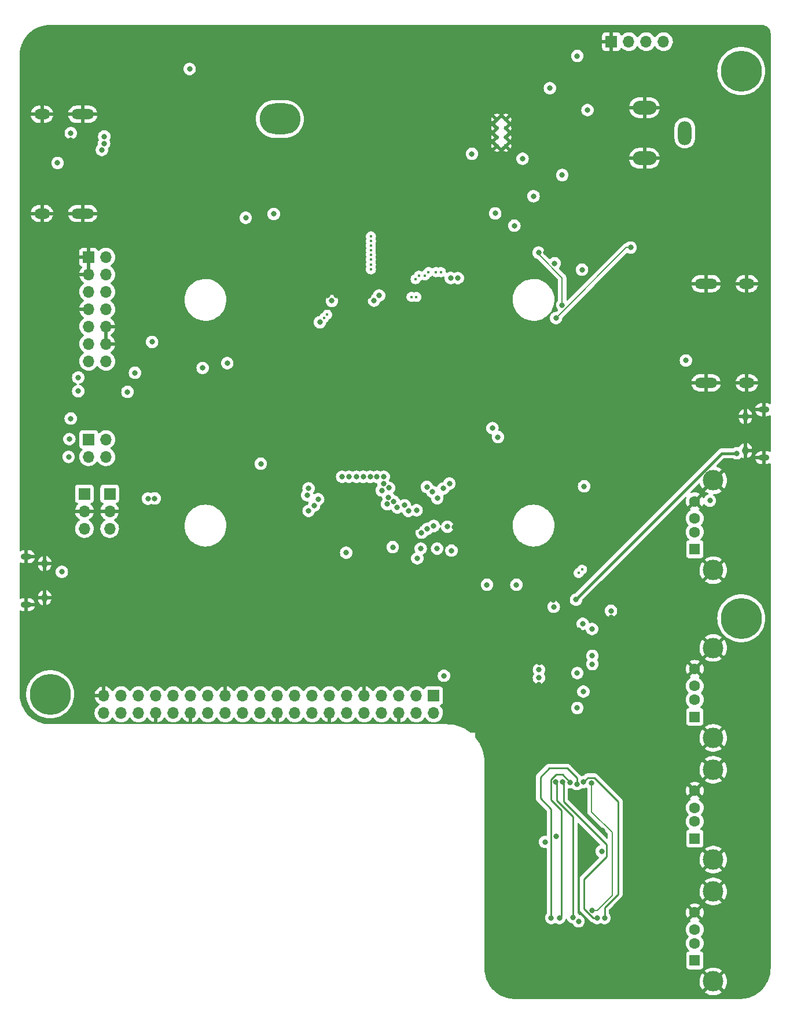
<source format=gbr>
%TF.GenerationSoftware,KiCad,Pcbnew,(6.0.0-0)*%
%TF.CreationDate,2022-04-14T20:44:02-04:00*%
%TF.ProjectId,SIL-CM4,53494c2d-434d-4342-9e6b-696361645f70,rev?*%
%TF.SameCoordinates,Original*%
%TF.FileFunction,Copper,L2,Inr*%
%TF.FilePolarity,Positive*%
%FSLAX46Y46*%
G04 Gerber Fmt 4.6, Leading zero omitted, Abs format (unit mm)*
G04 Created by KiCad (PCBNEW (6.0.0-0)) date 2022-04-14 20:44:02*
%MOMM*%
%LPD*%
G01*
G04 APERTURE LIST*
G04 Aperture macros list*
%AMRoundRect*
0 Rectangle with rounded corners*
0 $1 Rounding radius*
0 $2 $3 $4 $5 $6 $7 $8 $9 X,Y pos of 4 corners*
0 Add a 4 corners polygon primitive as box body*
4,1,4,$2,$3,$4,$5,$6,$7,$8,$9,$2,$3,0*
0 Add four circle primitives for the rounded corners*
1,1,$1+$1,$2,$3*
1,1,$1+$1,$4,$5*
1,1,$1+$1,$6,$7*
1,1,$1+$1,$8,$9*
0 Add four rect primitives between the rounded corners*
20,1,$1+$1,$2,$3,$4,$5,0*
20,1,$1+$1,$4,$5,$6,$7,0*
20,1,$1+$1,$6,$7,$8,$9,0*
20,1,$1+$1,$8,$9,$2,$3,0*%
G04 Aperture macros list end*
%TA.AperFunction,ComponentPad*%
%ADD10R,1.500000X1.600000*%
%TD*%
%TA.AperFunction,ComponentPad*%
%ADD11C,1.600000*%
%TD*%
%TA.AperFunction,ComponentPad*%
%ADD12C,3.000000*%
%TD*%
%TA.AperFunction,ComponentPad*%
%ADD13R,1.700000X1.700000*%
%TD*%
%TA.AperFunction,ComponentPad*%
%ADD14O,1.700000X1.700000*%
%TD*%
%TA.AperFunction,ComponentPad*%
%ADD15O,1.550000X0.890000*%
%TD*%
%TA.AperFunction,ComponentPad*%
%ADD16O,0.950000X1.250000*%
%TD*%
%TA.AperFunction,ComponentPad*%
%ADD17C,0.600000*%
%TD*%
%TA.AperFunction,ComponentPad*%
%ADD18C,6.000000*%
%TD*%
%TA.AperFunction,ComponentPad*%
%ADD19C,0.800000*%
%TD*%
%TA.AperFunction,ComponentPad*%
%ADD20O,3.300000X1.500000*%
%TD*%
%TA.AperFunction,ComponentPad*%
%ADD21O,2.300000X1.500000*%
%TD*%
%TA.AperFunction,ComponentPad*%
%ADD22O,6.000000X4.500000*%
%TD*%
%TA.AperFunction,ComponentPad*%
%ADD23RoundRect,1.000000X0.000000X-0.750000X0.000000X-0.750000X0.000000X0.750000X0.000000X0.750000X0*%
%TD*%
%TA.AperFunction,ComponentPad*%
%ADD24RoundRect,1.000000X-0.750000X0.000000X-0.750000X0.000000X0.750000X0.000000X0.750000X0.000000X0*%
%TD*%
%TA.AperFunction,ViaPad*%
%ADD25C,0.800000*%
%TD*%
%TA.AperFunction,ViaPad*%
%ADD26C,0.450000*%
%TD*%
%TA.AperFunction,Conductor*%
%ADD27C,0.200000*%
%TD*%
%TA.AperFunction,Conductor*%
%ADD28C,0.400000*%
%TD*%
%TA.AperFunction,Conductor*%
%ADD29C,0.250000*%
%TD*%
G04 APERTURE END LIST*
D10*
%TO.N,5v*%
%TO.C,J13*%
X125490000Y-93100000D03*
D11*
%TO.N,/SIL-Motherboard/USB1-*%
X125490000Y-90600000D03*
%TO.N,/SIL-Motherboard/USB1+*%
X125490000Y-88600000D03*
%TO.N,GND*%
X125490000Y-86100000D03*
D12*
X128200000Y-96170000D03*
X128200000Y-83030000D03*
%TD*%
D10*
%TO.N,5v*%
%TO.C,J16*%
X125490000Y-135400000D03*
D11*
%TO.N,/SIL-Motherboard/USB3-*%
X125490000Y-132900000D03*
%TO.N,/SIL-Motherboard/USB3+*%
X125490000Y-130900000D03*
%TO.N,GND*%
X125490000Y-128400000D03*
D12*
X128200000Y-125330000D03*
X128200000Y-138470000D03*
%TD*%
D13*
%TO.N,/SIL-Motherboard/GLOBAL_EN*%
%TO.C,J4*%
X36200000Y-85000000D03*
D14*
%TO.N,GND*%
X36200000Y-87540000D03*
%TO.N,/SIL-Motherboard/RUN_PG*%
X36200000Y-90080000D03*
%TD*%
D13*
%TO.N,GND*%
%TO.C,J11*%
X36800000Y-50400000D03*
D14*
%TO.N,/SIL-Motherboard/nRPiBOOT*%
X39340000Y-50400000D03*
%TO.N,GND*%
X36800000Y-52940000D03*
%TO.N,/SIL-Motherboard/EEPROM_nWP*%
X39340000Y-52940000D03*
%TO.N,/SIL-Motherboard/AIN0*%
X36800000Y-55480000D03*
%TO.N,/SIL-Motherboard/AIN1*%
X39340000Y-55480000D03*
%TO.N,GND*%
X36800000Y-58020000D03*
%TO.N,/SIL-Motherboard/SYNC_IN*%
X39340000Y-58020000D03*
%TO.N,/SIL-Motherboard/SYNC_OUT*%
X36800000Y-60560000D03*
%TO.N,GND*%
X39340000Y-60560000D03*
%TO.N,/SIL-Motherboard/TV_OUT*%
X36800000Y-63100000D03*
%TO.N,GND*%
X39340000Y-63100000D03*
%TO.N,Net-(J11-Pad13)*%
X36800000Y-65640000D03*
%TO.N,/SIL-Motherboard/GLOBAL_EN*%
X39340000Y-65640000D03*
%TD*%
D15*
%TO.N,GND*%
%TO.C,J9*%
X27685000Y-94200000D03*
D16*
X30385000Y-95200000D03*
D15*
X27685000Y-101200000D03*
D16*
X30385000Y-100200000D03*
%TD*%
D10*
%TO.N,5v*%
%TO.C,J15*%
X125490000Y-117600000D03*
D11*
%TO.N,/SIL-Motherboard/USB2-*%
X125490000Y-115100000D03*
%TO.N,/SIL-Motherboard/USB2+*%
X125490000Y-113100000D03*
%TO.N,GND*%
X125490000Y-110600000D03*
D12*
X128200000Y-120670000D03*
X128200000Y-107530000D03*
%TD*%
D10*
%TO.N,5v*%
%TO.C,J17*%
X125490000Y-153200000D03*
D11*
%TO.N,/SIL-Motherboard/USB4-*%
X125490000Y-150700000D03*
%TO.N,/SIL-Motherboard/USB4+*%
X125490000Y-148700000D03*
%TO.N,GND*%
X125490000Y-146200000D03*
D12*
X128200000Y-156270000D03*
X128200000Y-143130000D03*
%TD*%
D13*
%TO.N,GND*%
%TO.C,J1*%
X113300000Y-18900000D03*
D14*
%TO.N,/SIL-Motherboard/+3V3*%
X115840000Y-18900000D03*
%TO.N,5v*%
X118380000Y-18900000D03*
%TO.N,/SIL-Motherboard/+12v*%
X120920000Y-18900000D03*
%TD*%
D17*
%TO.N,GND*%
%TO.C,U2*%
X97850000Y-34160000D03*
X96550000Y-30260000D03*
X96550000Y-32860000D03*
X97850000Y-32860000D03*
X97850000Y-31560000D03*
X96550000Y-34160000D03*
X97850000Y-30260000D03*
X96550000Y-31560000D03*
%TD*%
D18*
%TO.N,N/C*%
%TO.C,H4*%
X132300000Y-103200000D03*
D19*
X133890990Y-101609010D03*
X132300000Y-105450000D03*
X134550000Y-103200000D03*
X133890990Y-104790990D03*
X130050000Y-103200000D03*
X130709010Y-104790990D03*
X130709010Y-101609010D03*
X132300000Y-100950000D03*
%TD*%
D20*
%TO.N,GND*%
%TO.C,J7*%
X35956750Y-44025000D03*
X35956750Y-29525000D03*
D21*
X29996750Y-29525000D03*
X29996750Y-44025000D03*
%TD*%
D22*
%TO.N,N/C*%
%TO.C,H3*%
X64800000Y-30200000D03*
%TD*%
D13*
%TO.N,/SIL-Motherboard/ID_SC*%
%TO.C,J6*%
X36825000Y-77050000D03*
D14*
%TO.N,unconnected-(J6-Pad2)*%
X39365000Y-77050000D03*
%TO.N,/SIL-Motherboard/ID_SD*%
X36825000Y-79590000D03*
%TO.N,unconnected-(J6-Pad4)*%
X39365000Y-79590000D03*
%TD*%
D13*
%TO.N,/SIL-Motherboard/WiFi_Disable*%
%TO.C,J3*%
X39900000Y-85000000D03*
D14*
%TO.N,GND*%
X39900000Y-87540000D03*
%TO.N,/SIL-Motherboard/BT_Disable*%
X39900000Y-90080000D03*
%TD*%
D19*
%TO.N,N/C*%
%TO.C,H2*%
X132300000Y-25450000D03*
X130709010Y-24790990D03*
X133890990Y-21609010D03*
X130050000Y-23200000D03*
D18*
X132300000Y-23200000D03*
D19*
X132300000Y-20950000D03*
X133890990Y-24790990D03*
X130709010Y-21609010D03*
X134550000Y-23200000D03*
%TD*%
D20*
%TO.N,GND*%
%TO.C,J8*%
X127143250Y-54275000D03*
X127143250Y-68775000D03*
D21*
X133103250Y-68775000D03*
X133103250Y-54275000D03*
%TD*%
D23*
%TO.N,/SIL-Motherboard/VCC_IN*%
%TO.C,J2*%
X124037500Y-32250000D03*
D24*
%TO.N,GND*%
X118137500Y-28550000D03*
X118137500Y-35950000D03*
%TD*%
D15*
%TO.N,GND*%
%TO.C,J5*%
X135600000Y-79700000D03*
D16*
X132900000Y-78700000D03*
D15*
X135600000Y-72700000D03*
D16*
X132900000Y-73700000D03*
%TD*%
D13*
%TO.N,/SIL-Motherboard/+3V3*%
%TO.C,J10*%
X87300000Y-114500000D03*
D14*
%TO.N,5v*%
X87300000Y-117040000D03*
%TO.N,/SIL-Motherboard/GPIO2*%
X84760000Y-114500000D03*
%TO.N,5v*%
X84760000Y-117040000D03*
%TO.N,/SIL-Motherboard/GPIO3*%
X82220000Y-114500000D03*
%TO.N,GND*%
X82220000Y-117040000D03*
%TO.N,/SIL-Motherboard/GPIO4*%
X79680000Y-114500000D03*
%TO.N,/SIL-Motherboard/GPIO14*%
X79680000Y-117040000D03*
%TO.N,GND*%
X77140000Y-114500000D03*
%TO.N,/SIL-Motherboard/GPIO15*%
X77140000Y-117040000D03*
%TO.N,/SIL-Motherboard/GPIO17*%
X74600000Y-114500000D03*
%TO.N,/SIL-Motherboard/GPIO18*%
X74600000Y-117040000D03*
%TO.N,/SIL-Motherboard/GPIO27*%
X72060000Y-114500000D03*
%TO.N,GND*%
X72060000Y-117040000D03*
%TO.N,/SIL-Motherboard/GPIO22*%
X69520000Y-114500000D03*
%TO.N,/SIL-Motherboard/GPIO23*%
X69520000Y-117040000D03*
%TO.N,/SIL-Motherboard/+3V3*%
X66980000Y-114500000D03*
%TO.N,/SIL-Motherboard/GPIO24*%
X66980000Y-117040000D03*
%TO.N,/SIL-Motherboard/GPIO10*%
X64440000Y-114500000D03*
%TO.N,GND*%
X64440000Y-117040000D03*
%TO.N,/SIL-Motherboard/GPIO9*%
X61900000Y-114500000D03*
%TO.N,/SIL-Motherboard/GPIO25*%
X61900000Y-117040000D03*
%TO.N,/SIL-Motherboard/GPIO11*%
X59360000Y-114500000D03*
%TO.N,/SIL-Motherboard/GPIO8*%
X59360000Y-117040000D03*
%TO.N,GND*%
X56820000Y-114500000D03*
%TO.N,/SIL-Motherboard/GPIO7*%
X56820000Y-117040000D03*
%TO.N,/SIL-Motherboard/ID_SD*%
X54280000Y-114500000D03*
%TO.N,/SIL-Motherboard/ID_SC*%
X54280000Y-117040000D03*
%TO.N,/SIL-Motherboard/GPIO5*%
X51740000Y-114500000D03*
%TO.N,GND*%
X51740000Y-117040000D03*
%TO.N,/SIL-Motherboard/GPIO6*%
X49200000Y-114500000D03*
%TO.N,/SIL-Motherboard/GPIO12*%
X49200000Y-117040000D03*
%TO.N,/SIL-Motherboard/GPIO13*%
X46660000Y-114500000D03*
%TO.N,GND*%
X46660000Y-117040000D03*
%TO.N,/SIL-Motherboard/GPIO19*%
X44120000Y-114500000D03*
%TO.N,/SIL-Motherboard/GPIO16*%
X44120000Y-117040000D03*
%TO.N,/SIL-Motherboard/GPIO26*%
X41580000Y-114500000D03*
%TO.N,/SIL-Motherboard/GPIO20*%
X41580000Y-117040000D03*
%TO.N,GND*%
X39040000Y-114500000D03*
%TO.N,/SIL-Motherboard/GPIO21*%
X39040000Y-117040000D03*
%TD*%
D19*
%TO.N,N/C*%
%TO.C,H1*%
X32790990Y-115890990D03*
X31200000Y-112050000D03*
X29609010Y-112709010D03*
X32790990Y-112709010D03*
X33450000Y-114300000D03*
X29609010Y-115890990D03*
X28950000Y-114300000D03*
X31200000Y-116550000D03*
D18*
X31200000Y-114300000D03*
%TD*%
D25*
%TO.N,GND*%
X64200000Y-22700000D03*
X57000000Y-18800000D03*
X67900000Y-18700000D03*
%TO.N,/SIL-Motherboard/+12v*%
X109800000Y-28900000D03*
%TO.N,GND*%
X130600000Y-57500000D03*
X83465136Y-89934398D03*
X130600000Y-65000000D03*
X34200000Y-37800000D03*
X130600000Y-60500000D03*
X71744427Y-56036361D03*
X106700000Y-151500000D03*
X74499500Y-90200000D03*
X83808000Y-58893000D03*
X102765332Y-109634668D03*
X87390000Y-58891000D03*
X34200000Y-40800000D03*
X34200000Y-33300000D03*
X121300000Y-28500000D03*
X101400000Y-33800000D03*
X112000000Y-134200000D03*
X73056977Y-56034347D03*
X108548000Y-104944000D03*
X81199500Y-90000000D03*
X88602000Y-58883000D03*
X84864137Y-89849051D03*
X113236000Y-103103112D03*
X115750000Y-80167500D03*
X89789000Y-58883000D03*
X90299362Y-89883208D03*
X74200000Y-56100000D03*
X40584668Y-68015332D03*
X116350000Y-73667500D03*
X78899500Y-90683371D03*
X131600000Y-74300000D03*
X104800000Y-100500000D03*
X110300000Y-79300000D03*
X102700000Y-112900000D03*
X112800000Y-118000000D03*
X81400000Y-56300000D03*
X76600000Y-56100000D03*
X103700000Y-49700000D03*
X121200000Y-36000000D03*
X117900000Y-143300000D03*
X75400000Y-56100000D03*
X72300000Y-38050000D03*
X86204000Y-58895000D03*
X71799500Y-90300000D03*
X34200000Y-36300000D03*
X130600000Y-59000000D03*
X130600000Y-62000000D03*
X113300000Y-21000000D03*
X84993000Y-58892000D03*
X77800000Y-56100000D03*
X34200000Y-39200000D03*
X76299500Y-90694348D03*
X102200000Y-141100000D03*
X109100000Y-136900000D03*
X114500000Y-105700000D03*
X105744622Y-121355378D03*
X65900000Y-38050000D03*
%TO.N,/SIL-Motherboard/SCL0*%
X95900000Y-75400000D03*
X86300000Y-84000000D03*
%TO.N,/SIL-Motherboard/SDA0*%
X96700000Y-76700000D03*
X87100000Y-84700000D03*
%TO.N,Net-(Module1-Pad21)*%
X74500000Y-93600000D03*
X116100000Y-49000000D03*
X105200000Y-59300000D03*
%TO.N,/SIL-Motherboard/SD_PWR_ON*%
X105224500Y-135080386D03*
X85400000Y-93000000D03*
%TO.N,/SIL-Motherboard/USBOTG_ID*%
X104858000Y-101514000D03*
X70655000Y-59919000D03*
%TO.N,/SIL-Motherboard/1V8*%
X110500000Y-109900000D03*
X108300000Y-116300000D03*
%TO.N,/SIL-Motherboard/SD_PWR*%
X108490924Y-147492336D03*
X111875500Y-137257407D03*
%TO.N,/SIL-Motherboard/HDMI_5v*%
X124200000Y-65500000D03*
X39100260Y-32773586D03*
X105000000Y-51300000D03*
X63900000Y-44100000D03*
X51600000Y-22900000D03*
%TO.N,Net-(J5-Pad1)*%
X108124000Y-100471000D03*
X131641000Y-79071000D03*
%TO.N,/SIL-Motherboard/5V*%
X95100000Y-98300000D03*
X87800000Y-93000000D03*
%TO.N,Net-(C11-Pad2)*%
X100300000Y-36010000D03*
X92900000Y-35310000D03*
D26*
%TO.N,/SIL-Motherboard/USB2_P*%
X109001549Y-96083451D03*
X71724549Y-58806451D03*
D25*
X109100000Y-104000000D03*
D26*
%TO.N,/SIL-Motherboard/USB2_N*%
X71227451Y-59303549D03*
X108504451Y-96580549D03*
D25*
X110465032Y-104755868D03*
%TO.N,/SIL-Motherboard/+3v3_CM4*%
X87832033Y-85642790D03*
X84800000Y-87400000D03*
X106100000Y-38400000D03*
X108300000Y-21000000D03*
%TO.N,/SIL-Motherboard/GPIO2*%
X83035984Y-86674839D03*
%TO.N,/SIL-Motherboard/GPIO3*%
X81977980Y-86988762D03*
%TO.N,/SIL-Motherboard/GPIO4*%
X81469488Y-86128272D03*
%TO.N,/SIL-Motherboard/GPIO14*%
X81305982Y-92794248D03*
%TO.N,/SIL-Motherboard/GPIO17*%
X80499500Y-86516795D03*
%TO.N,/SIL-Motherboard/GPIO27*%
X80681149Y-85513841D03*
%TO.N,/SIL-Motherboard/GPIO22*%
X80750142Y-84138602D03*
%TO.N,/SIL-Motherboard/GPIO10*%
X79713068Y-84503433D03*
%TO.N,/SIL-Motherboard/GPIO9*%
X79952386Y-83533004D03*
%TO.N,/SIL-Motherboard/GPIO11*%
X80000000Y-82500000D03*
%TO.N,/SIL-Motherboard/ID_SD*%
X79000000Y-82500000D03*
X33900000Y-79600000D03*
%TO.N,/SIL-Motherboard/ID_SC*%
X34000000Y-77000000D03*
%TO.N,/SIL-Motherboard/GPIO5*%
X78000000Y-82500000D03*
%TO.N,/SIL-Motherboard/GPIO6*%
X77000000Y-82500000D03*
%TO.N,/SIL-Motherboard/GPIO13*%
X76000000Y-82500000D03*
%TO.N,/SIL-Motherboard/GPIO19*%
X74900000Y-82500000D03*
%TO.N,/SIL-Motherboard/GPIO26*%
X73900000Y-82500000D03*
%TO.N,/SIL-Motherboard/nRPiBOOT*%
X87300000Y-89700000D03*
%TO.N,/SIL-Motherboard/EEPROM_nWP*%
X69000000Y-84200000D03*
X70400000Y-85800000D03*
%TO.N,/SIL-Motherboard/AIN0*%
X89600000Y-83500000D03*
%TO.N,/SIL-Motherboard/AIN1*%
X88700500Y-84226193D03*
%TO.N,/SIL-Motherboard/SYNC_IN*%
X69000000Y-87500000D03*
X62000000Y-80600000D03*
%TO.N,/SIL-Motherboard/SYNC_OUT*%
X68800000Y-85200000D03*
X69800000Y-86700000D03*
%TO.N,/SIL-Motherboard/TV_OUT*%
X72401859Y-56789215D03*
X46100000Y-62800000D03*
%TO.N,Net-(J11-Pad13)*%
X35300000Y-68000000D03*
X34200000Y-74000000D03*
%TO.N,/SIL-Motherboard/GLOBAL_EN*%
X42500000Y-70100000D03*
X57100000Y-65900000D03*
X53500000Y-66600000D03*
X89300000Y-89800000D03*
%TO.N,/SIL-Motherboard/WiFi_Disable*%
X85524814Y-90690178D03*
X46502743Y-85686500D03*
%TO.N,/SIL-Motherboard/BT_Disable*%
X45500000Y-85700000D03*
X86352627Y-90130061D03*
%TO.N,/SIL-Motherboard/RUN_PG*%
X35300000Y-70000000D03*
%TO.N,/SIL-Motherboard/SD_DAT1*%
X104500000Y-147000000D03*
X108247410Y-127424635D03*
%TO.N,/SIL-Motherboard/SD_DAT0*%
X105700000Y-147000000D03*
X107280499Y-127171479D03*
%TO.N,/SIL-Motherboard/SD_CLK*%
X107693180Y-146890165D03*
X105166953Y-127119706D03*
%TO.N,/SIL-Motherboard/SD_CMD*%
X110400000Y-127300000D03*
X83600000Y-87500000D03*
X84899500Y-94427855D03*
X110500049Y-145875451D03*
%TO.N,/SIL-Motherboard/SD_DAT3*%
X111200000Y-147000000D03*
X106165718Y-127081296D03*
%TO.N,/SIL-Motherboard/SD_DAT2*%
X109228585Y-127117829D03*
X112300000Y-147000000D03*
%TO.N,/SIL-Motherboard/nPWR_LED*%
X106100000Y-57400000D03*
X89900000Y-93300000D03*
X102650461Y-49745912D03*
%TO.N,/SIL-Motherboard/HDMI0_CEC*%
X78570000Y-56751000D03*
X32272000Y-36630000D03*
%TO.N,/SIL-Motherboard/HDMI0_HOTPLUG*%
X79325500Y-56001417D03*
X34210000Y-32271000D03*
D26*
%TO.N,/SIL-Motherboard/HDMI0_D2_P*%
X78110000Y-52188500D03*
X84048500Y-56216000D03*
%TO.N,/SIL-Motherboard/HDMI0_D2_N*%
X84751500Y-56216000D03*
X78110000Y-51485500D03*
%TO.N,/SIL-Motherboard/HDMI0_D1_P*%
X78121000Y-50734500D03*
X84650451Y-53615549D03*
%TO.N,/SIL-Motherboard/HDMI0_D1_N*%
X78121000Y-50031500D03*
X85147549Y-53118451D03*
%TO.N,/SIL-Motherboard/HDMI0_D0_P*%
X86033451Y-53076549D03*
X78101000Y-49404500D03*
%TO.N,/SIL-Motherboard/HDMI0_D0_N*%
X86530549Y-52579451D03*
X78101000Y-48701500D03*
%TO.N,/SIL-Motherboard/HDMI0_CK_P*%
X78122000Y-48073500D03*
X87648500Y-52593000D03*
%TO.N,/SIL-Motherboard/HDMI0_CK_N*%
X78122000Y-47370500D03*
X88351500Y-52593000D03*
D25*
%TO.N,/SIL-Motherboard/HDMI0_SDA*%
X90825000Y-53462000D03*
X39087000Y-33773000D03*
%TO.N,/SIL-Motherboard/HDMI0_SCL*%
X38761000Y-34736000D03*
X89787000Y-53451000D03*
%TO.N,5v*%
X108300000Y-111200000D03*
X127700000Y-86000000D03*
X101900000Y-41500000D03*
X32900000Y-96400000D03*
X99400000Y-98300000D03*
X43600000Y-67300000D03*
X109000000Y-52248000D03*
X59804342Y-44650500D03*
X88800000Y-111600000D03*
X102700000Y-110700000D03*
X113236000Y-102103609D03*
%TO.N,/SIL-Motherboard/+3V3*%
X102700000Y-111900000D03*
X109300000Y-83900000D03*
X110500000Y-108700000D03*
X104300000Y-25700000D03*
X103600000Y-135900000D03*
X109200000Y-113900000D03*
X99100000Y-45800000D03*
X96300000Y-44000000D03*
%TD*%
D27*
%TO.N,Net-(Module1-Pad21)*%
X115500000Y-49000000D02*
X116100000Y-49000000D01*
X105200000Y-59300000D02*
X115500000Y-49000000D01*
D28*
%TO.N,Net-(J5-Pad1)*%
X108124000Y-100419685D02*
X129472685Y-79071000D01*
X108124000Y-100471000D02*
X108124000Y-100419685D01*
X129472685Y-79071000D02*
X131641000Y-79071000D01*
D29*
%TO.N,/SIL-Motherboard/SD_DAT1*%
X104500000Y-147000000D02*
X104500000Y-131100000D01*
X106800000Y-125100000D02*
X108247410Y-126547410D01*
X104200000Y-125100000D02*
X106800000Y-125100000D01*
X102900000Y-129500000D02*
X102900000Y-126400000D01*
X102900000Y-126400000D02*
X104200000Y-125100000D01*
X104500000Y-131100000D02*
X102900000Y-129500000D01*
X108247410Y-126547410D02*
X108247410Y-127424635D01*
%TO.N,/SIL-Motherboard/SD_DAT0*%
X104442452Y-129742452D02*
X104442452Y-126757548D01*
X105200000Y-126000000D02*
X106109020Y-126000000D01*
X105949001Y-146750999D02*
X105949001Y-131249001D01*
X106109020Y-126000000D02*
X107280499Y-127171479D01*
X104442452Y-126757548D02*
X105200000Y-126000000D01*
X105949001Y-131249001D02*
X104442452Y-129742452D01*
X105700000Y-147000000D02*
X105949001Y-146750999D01*
%TO.N,/SIL-Motherboard/SD_CLK*%
X107693180Y-132193180D02*
X105300000Y-129800000D01*
X105300000Y-127252753D02*
X105166953Y-127119706D01*
X105300000Y-129800000D02*
X105300000Y-127252753D01*
X107693180Y-146890165D02*
X107693180Y-132193180D01*
D27*
%TO.N,/SIL-Motherboard/SD_CMD*%
X110400000Y-127300000D02*
X110400000Y-131500000D01*
X111224549Y-145875451D02*
X110500049Y-145875451D01*
X110400000Y-131500000D02*
X113400000Y-134500000D01*
X113400000Y-134500000D02*
X113400000Y-143700000D01*
X113400000Y-143700000D02*
X111224549Y-145875451D01*
D29*
%TO.N,/SIL-Motherboard/SD_DAT3*%
X111200000Y-147000000D02*
X110600000Y-147000000D01*
X109300000Y-145700000D02*
X109300000Y-141300000D01*
X109300000Y-141300000D02*
X112600000Y-138000000D01*
X112600000Y-138000000D02*
X112600000Y-136300000D01*
X106290482Y-127206060D02*
X106165718Y-127081296D01*
X110600000Y-147000000D02*
X109300000Y-145700000D01*
X112600000Y-136300000D02*
X106290482Y-129990482D01*
X106290482Y-129990482D02*
X106290482Y-127206060D01*
%TO.N,/SIL-Motherboard/SD_DAT2*%
X110800000Y-126500000D02*
X114300000Y-130000000D01*
X112300000Y-145500000D02*
X114300000Y-143500000D01*
X109846414Y-126500000D02*
X110800000Y-126500000D01*
X109228585Y-127117829D02*
X109846414Y-126500000D01*
X114300000Y-143500000D02*
X114300000Y-130000000D01*
X112300000Y-147000000D02*
X112300000Y-145500000D01*
D27*
%TO.N,/SIL-Motherboard/nPWR_LED*%
X102650461Y-49966616D02*
X102650461Y-49745912D01*
X106100000Y-53416155D02*
X102650461Y-49966616D01*
X106100000Y-57400000D02*
X106100000Y-53416155D01*
%TD*%
%TA.AperFunction,Conductor*%
%TO.N,GND*%
G36*
X135280057Y-16449500D02*
G01*
X135294858Y-16451805D01*
X135294861Y-16451805D01*
X135303730Y-16453186D01*
X135312631Y-16452022D01*
X135312638Y-16452022D01*
X135317766Y-16451351D01*
X135343989Y-16450675D01*
X135502228Y-16463129D01*
X135521755Y-16466222D01*
X135699614Y-16508922D01*
X135718408Y-16515028D01*
X135887398Y-16585027D01*
X135905003Y-16593997D01*
X136021618Y-16665458D01*
X136060967Y-16689571D01*
X136076955Y-16701187D01*
X136216042Y-16819978D01*
X136230020Y-16833956D01*
X136348813Y-16973045D01*
X136360427Y-16989031D01*
X136456003Y-17144997D01*
X136464973Y-17162602D01*
X136534970Y-17331587D01*
X136541080Y-17350391D01*
X136583778Y-17528244D01*
X136586871Y-17547772D01*
X136598774Y-17699012D01*
X136598133Y-17715881D01*
X136598305Y-17715883D01*
X136598196Y-17724856D01*
X136596814Y-17733730D01*
X136600931Y-17765207D01*
X136601994Y-17781555D01*
X136593502Y-71751475D01*
X136593501Y-71759450D01*
X136573488Y-71827567D01*
X136519825Y-71874052D01*
X136449550Y-71884145D01*
X136406028Y-71869417D01*
X136391467Y-71861279D01*
X136225505Y-71789460D01*
X136213393Y-71785618D01*
X136034866Y-71748323D01*
X136025334Y-71747085D01*
X136022111Y-71747000D01*
X135872115Y-71747000D01*
X135856876Y-71751475D01*
X135855671Y-71752865D01*
X135854000Y-71760548D01*
X135854000Y-73634885D01*
X135858475Y-73650124D01*
X135859865Y-73651329D01*
X135867548Y-73653000D01*
X135975192Y-73653000D01*
X135981567Y-73652677D01*
X136116267Y-73638995D01*
X136128707Y-73636441D01*
X136301264Y-73582365D01*
X136312952Y-73577356D01*
X136406120Y-73525712D01*
X136475397Y-73510181D01*
X136542073Y-73534569D01*
X136584980Y-73591133D01*
X136593206Y-73635932D01*
X136592401Y-78754457D01*
X136592400Y-78758834D01*
X136572387Y-78826951D01*
X136518724Y-78873436D01*
X136448449Y-78883529D01*
X136404930Y-78868802D01*
X136391474Y-78861282D01*
X136225505Y-78789460D01*
X136213393Y-78785618D01*
X136034866Y-78748323D01*
X136025334Y-78747085D01*
X136022111Y-78747000D01*
X135872115Y-78747000D01*
X135856876Y-78751475D01*
X135855671Y-78752865D01*
X135854000Y-78760548D01*
X135854000Y-80634885D01*
X135858475Y-80650124D01*
X135859865Y-80651329D01*
X135867548Y-80653000D01*
X135975192Y-80653000D01*
X135981567Y-80652677D01*
X136116267Y-80638995D01*
X136128707Y-80636441D01*
X136301264Y-80582365D01*
X136312952Y-80577356D01*
X136405018Y-80526323D01*
X136474295Y-80510792D01*
X136540971Y-80535180D01*
X136583878Y-80591744D01*
X136592104Y-80636545D01*
X136592006Y-81260367D01*
X136592005Y-81260392D01*
X136592000Y-81260424D01*
X136592000Y-81298262D01*
X136591994Y-81336398D01*
X136591999Y-81336432D01*
X136592000Y-81336463D01*
X136592000Y-154300672D01*
X136590500Y-154320056D01*
X136586814Y-154343730D01*
X136589485Y-154364158D01*
X136590429Y-154385983D01*
X136579899Y-154627160D01*
X136575147Y-154736007D01*
X136574189Y-154746958D01*
X136524473Y-155124579D01*
X136522564Y-155135403D01*
X136440130Y-155507243D01*
X136437285Y-155517861D01*
X136322755Y-155881103D01*
X136318999Y-155891425D01*
X136273561Y-156001123D01*
X136173238Y-156243325D01*
X136168601Y-156253269D01*
X135992722Y-156591128D01*
X135987232Y-156600637D01*
X135782590Y-156921860D01*
X135776286Y-156930864D01*
X135544417Y-157233043D01*
X135537353Y-157241460D01*
X135305400Y-157494594D01*
X135280041Y-157522268D01*
X135272268Y-157530041D01*
X134991463Y-157787351D01*
X134983046Y-157794414D01*
X134915427Y-157846300D01*
X134680864Y-158026286D01*
X134671860Y-158032590D01*
X134350637Y-158237232D01*
X134341128Y-158242722D01*
X134003269Y-158418601D01*
X133993334Y-158423234D01*
X133641425Y-158568999D01*
X133631110Y-158572752D01*
X133267861Y-158687285D01*
X133257243Y-158690130D01*
X132885403Y-158772564D01*
X132874579Y-158774473D01*
X132496958Y-158824189D01*
X132486007Y-158825147D01*
X132143417Y-158840104D01*
X132118539Y-158838724D01*
X132118160Y-158838665D01*
X132106270Y-158836814D01*
X132074749Y-158840936D01*
X132058411Y-158842000D01*
X99239329Y-158842000D01*
X99219944Y-158840500D01*
X99205143Y-158838195D01*
X99205140Y-158838195D01*
X99196271Y-158836814D01*
X99175843Y-158839485D01*
X99154018Y-158840429D01*
X98803994Y-158825147D01*
X98793043Y-158824189D01*
X98415422Y-158774473D01*
X98404598Y-158772564D01*
X98032758Y-158690130D01*
X98022140Y-158687285D01*
X97658891Y-158572752D01*
X97648576Y-158568999D01*
X97296667Y-158423234D01*
X97286732Y-158418601D01*
X96948873Y-158242722D01*
X96939364Y-158237232D01*
X96618141Y-158032590D01*
X96609137Y-158026286D01*
X96391977Y-157859654D01*
X126975618Y-157859654D01*
X126982673Y-157869627D01*
X127013679Y-157895551D01*
X127020598Y-157900579D01*
X127245272Y-158041515D01*
X127252807Y-158045556D01*
X127494520Y-158154694D01*
X127502551Y-158157680D01*
X127756832Y-158233002D01*
X127765184Y-158234869D01*
X128027340Y-158274984D01*
X128035874Y-158275700D01*
X128301045Y-158279867D01*
X128309596Y-158279418D01*
X128572883Y-158247557D01*
X128581284Y-158245955D01*
X128837824Y-158178653D01*
X128845926Y-158175926D01*
X129090949Y-158074434D01*
X129098617Y-158070628D01*
X129327598Y-157936822D01*
X129334679Y-157932009D01*
X129414655Y-157869301D01*
X129423125Y-157857442D01*
X129416608Y-157845818D01*
X128212812Y-156642022D01*
X128198868Y-156634408D01*
X128197035Y-156634539D01*
X128190420Y-156638790D01*
X126982910Y-157846300D01*
X126975618Y-157859654D01*
X96391977Y-157859654D01*
X96374574Y-157846300D01*
X96306955Y-157794414D01*
X96298538Y-157787351D01*
X96017733Y-157530041D01*
X96009960Y-157522268D01*
X95984602Y-157494594D01*
X95752648Y-157241460D01*
X95745584Y-157233043D01*
X95513715Y-156930864D01*
X95507411Y-156921860D01*
X95302769Y-156600637D01*
X95297279Y-156591128D01*
X95121400Y-156253269D01*
X95121370Y-156253204D01*
X126187665Y-156253204D01*
X126202932Y-156517969D01*
X126204005Y-156526470D01*
X126255065Y-156786722D01*
X126257276Y-156794974D01*
X126343184Y-157045894D01*
X126346499Y-157053779D01*
X126465664Y-157290713D01*
X126470020Y-157298079D01*
X126599347Y-157486250D01*
X126609601Y-157494594D01*
X126623342Y-157487448D01*
X127827978Y-156282812D01*
X127834356Y-156271132D01*
X128564408Y-156271132D01*
X128564539Y-156272965D01*
X128568790Y-156279580D01*
X129775730Y-157486520D01*
X129787939Y-157493187D01*
X129799439Y-157484497D01*
X129896831Y-157351913D01*
X129901418Y-157344685D01*
X130027962Y-157111621D01*
X130031530Y-157103827D01*
X130125271Y-156855750D01*
X130127748Y-156847544D01*
X130186954Y-156589038D01*
X130188294Y-156580577D01*
X130212031Y-156314616D01*
X130212277Y-156309677D01*
X130212666Y-156272485D01*
X130212523Y-156267519D01*
X130194362Y-156001123D01*
X130193201Y-155992649D01*
X130139419Y-155732944D01*
X130137120Y-155724709D01*
X130048588Y-155474705D01*
X130045191Y-155466854D01*
X129923550Y-155231178D01*
X129919122Y-155223866D01*
X129800031Y-155054417D01*
X129789509Y-155046037D01*
X129776121Y-155053089D01*
X128572022Y-156257188D01*
X128564408Y-156271132D01*
X127834356Y-156271132D01*
X127835592Y-156268868D01*
X127835461Y-156267035D01*
X127831210Y-156260420D01*
X126623814Y-155053024D01*
X126611804Y-155046466D01*
X126600064Y-155055434D01*
X126491935Y-155205911D01*
X126487418Y-155213196D01*
X126363325Y-155447567D01*
X126359839Y-155455395D01*
X126268700Y-155704446D01*
X126266311Y-155712670D01*
X126209812Y-155971795D01*
X126208563Y-155980250D01*
X126187754Y-156244653D01*
X126187665Y-156253204D01*
X95121370Y-156253204D01*
X95116763Y-156243325D01*
X95016441Y-156001123D01*
X94971002Y-155891425D01*
X94967246Y-155881103D01*
X94852716Y-155517861D01*
X94849871Y-155507243D01*
X94767437Y-155135403D01*
X94765528Y-155124579D01*
X94715812Y-154746957D01*
X94714854Y-154736006D01*
X94712518Y-154682500D01*
X126976584Y-154682500D01*
X126982980Y-154693770D01*
X128187188Y-155897978D01*
X128201132Y-155905592D01*
X128202965Y-155905461D01*
X128209580Y-155901210D01*
X129416604Y-154694186D01*
X129423795Y-154681017D01*
X129416473Y-154670780D01*
X129369233Y-154632115D01*
X129362261Y-154627160D01*
X129136122Y-154488582D01*
X129128552Y-154484624D01*
X128885704Y-154378022D01*
X128877644Y-154375120D01*
X128622592Y-154302467D01*
X128614214Y-154300685D01*
X128351656Y-154263318D01*
X128343111Y-154262691D01*
X128077908Y-154261302D01*
X128069374Y-154261839D01*
X127806433Y-154296456D01*
X127798035Y-154298149D01*
X127542238Y-154368127D01*
X127534143Y-154370946D01*
X127290199Y-154474997D01*
X127282577Y-154478881D01*
X127055013Y-154615075D01*
X127047981Y-154619962D01*
X126985053Y-154670377D01*
X126976584Y-154682500D01*
X94712518Y-154682500D01*
X94700060Y-154397173D01*
X94701687Y-154370769D01*
X94702264Y-154367342D01*
X94702264Y-154367340D01*
X94703072Y-154362539D01*
X94703225Y-154350000D01*
X94699289Y-154322517D01*
X94698016Y-154304612D01*
X94699212Y-150700000D01*
X124176502Y-150700000D01*
X124196457Y-150928087D01*
X124255716Y-151149243D01*
X124258039Y-151154224D01*
X124258039Y-151154225D01*
X124350151Y-151351762D01*
X124350154Y-151351767D01*
X124352477Y-151356749D01*
X124483802Y-151544300D01*
X124642642Y-151703140D01*
X124676668Y-151765452D01*
X124671603Y-151836267D01*
X124629056Y-151893103D01*
X124597777Y-151910216D01*
X124551362Y-151927617D01*
X124501705Y-151946232D01*
X124501704Y-151946233D01*
X124493295Y-151949385D01*
X124376739Y-152036739D01*
X124289385Y-152153295D01*
X124238255Y-152289684D01*
X124231500Y-152351866D01*
X124231500Y-154048134D01*
X124238255Y-154110316D01*
X124289385Y-154246705D01*
X124376739Y-154363261D01*
X124493295Y-154450615D01*
X124629684Y-154501745D01*
X124691866Y-154508500D01*
X126288134Y-154508500D01*
X126350316Y-154501745D01*
X126486705Y-154450615D01*
X126603261Y-154363261D01*
X126690615Y-154246705D01*
X126741745Y-154110316D01*
X126748500Y-154048134D01*
X126748500Y-152351866D01*
X126741745Y-152289684D01*
X126690615Y-152153295D01*
X126603261Y-152036739D01*
X126486705Y-151949385D01*
X126478296Y-151946233D01*
X126478295Y-151946232D01*
X126428638Y-151927617D01*
X126382223Y-151910217D01*
X126325459Y-151867576D01*
X126300759Y-151801015D01*
X126315966Y-151731666D01*
X126337358Y-151703140D01*
X126496198Y-151544300D01*
X126627523Y-151356749D01*
X126629846Y-151351767D01*
X126629849Y-151351762D01*
X126721961Y-151154225D01*
X126721961Y-151154224D01*
X126724284Y-151149243D01*
X126783543Y-150928087D01*
X126803498Y-150700000D01*
X126783543Y-150471913D01*
X126724284Y-150250757D01*
X126721961Y-150245775D01*
X126629849Y-150048238D01*
X126629846Y-150048233D01*
X126627523Y-150043251D01*
X126496198Y-149855700D01*
X126429593Y-149789095D01*
X126395567Y-149726783D01*
X126400632Y-149655968D01*
X126429593Y-149610905D01*
X126496198Y-149544300D01*
X126627523Y-149356749D01*
X126629846Y-149351767D01*
X126629849Y-149351762D01*
X126721961Y-149154225D01*
X126721961Y-149154224D01*
X126724284Y-149149243D01*
X126783543Y-148928087D01*
X126803498Y-148700000D01*
X126783543Y-148471913D01*
X126724284Y-148250757D01*
X126684897Y-148166291D01*
X126629849Y-148048238D01*
X126629846Y-148048233D01*
X126627523Y-148043251D01*
X126533169Y-147908500D01*
X126499357Y-147860211D01*
X126499355Y-147860208D01*
X126496198Y-147855700D01*
X126334300Y-147693802D01*
X126329792Y-147690645D01*
X126329789Y-147690643D01*
X126207674Y-147605137D01*
X126146749Y-147562477D01*
X126141765Y-147560153D01*
X126139472Y-147558829D01*
X126090479Y-147507447D01*
X126077043Y-147437733D01*
X126103429Y-147371822D01*
X126139472Y-147340591D01*
X126151002Y-147333934D01*
X126203048Y-147297491D01*
X126211424Y-147287012D01*
X126204356Y-147273566D01*
X125502812Y-146572022D01*
X125488868Y-146564408D01*
X125487035Y-146564539D01*
X125480420Y-146568790D01*
X124774923Y-147274287D01*
X124768493Y-147286062D01*
X124777789Y-147298077D01*
X124828998Y-147333934D01*
X124840528Y-147340591D01*
X124889521Y-147391973D01*
X124902958Y-147461687D01*
X124876571Y-147527598D01*
X124840528Y-147558829D01*
X124838235Y-147560153D01*
X124833251Y-147562477D01*
X124772326Y-147605137D01*
X124650211Y-147690643D01*
X124650208Y-147690645D01*
X124645700Y-147693802D01*
X124483802Y-147855700D01*
X124480645Y-147860208D01*
X124480643Y-147860211D01*
X124446831Y-147908500D01*
X124352477Y-148043251D01*
X124350154Y-148048233D01*
X124350151Y-148048238D01*
X124295103Y-148166291D01*
X124255716Y-148250757D01*
X124196457Y-148471913D01*
X124176502Y-148700000D01*
X124196457Y-148928087D01*
X124255716Y-149149243D01*
X124258039Y-149154224D01*
X124258039Y-149154225D01*
X124350151Y-149351762D01*
X124350154Y-149351767D01*
X124352477Y-149356749D01*
X124483802Y-149544300D01*
X124550407Y-149610905D01*
X124584433Y-149673217D01*
X124579368Y-149744032D01*
X124550407Y-149789095D01*
X124483802Y-149855700D01*
X124352477Y-150043251D01*
X124350154Y-150048233D01*
X124350151Y-150048238D01*
X124258039Y-150245775D01*
X124255716Y-150250757D01*
X124196457Y-150471913D01*
X124176502Y-150700000D01*
X94699212Y-150700000D01*
X94707278Y-126379943D01*
X102261780Y-126379943D01*
X102262526Y-126387835D01*
X102265941Y-126423961D01*
X102266500Y-126435819D01*
X102266500Y-129421233D01*
X102265973Y-129432416D01*
X102264298Y-129439909D01*
X102264547Y-129447835D01*
X102264547Y-129447836D01*
X102266438Y-129507986D01*
X102266500Y-129511945D01*
X102266500Y-129539856D01*
X102266997Y-129543790D01*
X102266997Y-129543791D01*
X102267005Y-129543856D01*
X102267938Y-129555693D01*
X102269327Y-129599889D01*
X102273851Y-129615460D01*
X102274978Y-129619339D01*
X102278987Y-129638700D01*
X102281526Y-129658797D01*
X102284445Y-129666168D01*
X102284445Y-129666170D01*
X102297804Y-129699912D01*
X102301649Y-129711142D01*
X102311771Y-129745983D01*
X102313982Y-129753593D01*
X102318015Y-129760412D01*
X102318017Y-129760417D01*
X102324293Y-129771028D01*
X102332988Y-129788776D01*
X102340448Y-129807617D01*
X102345110Y-129814033D01*
X102345110Y-129814034D01*
X102366436Y-129843387D01*
X102372952Y-129853307D01*
X102389128Y-129880658D01*
X102395458Y-129891362D01*
X102409779Y-129905683D01*
X102422619Y-129920716D01*
X102434528Y-129937107D01*
X102457536Y-129956141D01*
X102468605Y-129965298D01*
X102477384Y-129973288D01*
X103829595Y-131325499D01*
X103863621Y-131387811D01*
X103866500Y-131414594D01*
X103866500Y-134872252D01*
X103846498Y-134940373D01*
X103792842Y-134986866D01*
X103722568Y-134996970D01*
X103714306Y-134995499D01*
X103701951Y-134992873D01*
X103701942Y-134992872D01*
X103695487Y-134991500D01*
X103504513Y-134991500D01*
X103498061Y-134992872D01*
X103498056Y-134992872D01*
X103411113Y-135011353D01*
X103317712Y-135031206D01*
X103311682Y-135033891D01*
X103311681Y-135033891D01*
X103149278Y-135106197D01*
X103149276Y-135106198D01*
X103143248Y-135108882D01*
X102988747Y-135221134D01*
X102860960Y-135363056D01*
X102765473Y-135528444D01*
X102706458Y-135710072D01*
X102686496Y-135900000D01*
X102706458Y-136089928D01*
X102765473Y-136271556D01*
X102860960Y-136436944D01*
X102865378Y-136441851D01*
X102865379Y-136441852D01*
X102979541Y-136568642D01*
X102988747Y-136578866D01*
X103143248Y-136691118D01*
X103149276Y-136693802D01*
X103149278Y-136693803D01*
X103209158Y-136720463D01*
X103317712Y-136768794D01*
X103411112Y-136788647D01*
X103498056Y-136807128D01*
X103498061Y-136807128D01*
X103504513Y-136808500D01*
X103695487Y-136808500D01*
X103701942Y-136807128D01*
X103701951Y-136807127D01*
X103714306Y-136804501D01*
X103785097Y-136809904D01*
X103841728Y-136852722D01*
X103866221Y-136919361D01*
X103866500Y-136927748D01*
X103866500Y-146297476D01*
X103846498Y-146365597D01*
X103834142Y-146381779D01*
X103760960Y-146463056D01*
X103725258Y-146524894D01*
X103675013Y-146611921D01*
X103665473Y-146628444D01*
X103606458Y-146810072D01*
X103605768Y-146816633D01*
X103605768Y-146816635D01*
X103594746Y-146921507D01*
X103586496Y-147000000D01*
X103606458Y-147189928D01*
X103665473Y-147371556D01*
X103668776Y-147377278D01*
X103668777Y-147377279D01*
X103685623Y-147406457D01*
X103760960Y-147536944D01*
X103765378Y-147541851D01*
X103765379Y-147541852D01*
X103880746Y-147669980D01*
X103888747Y-147678866D01*
X103941223Y-147716992D01*
X103995290Y-147756274D01*
X104043248Y-147791118D01*
X104049276Y-147793802D01*
X104049278Y-147793803D01*
X104179549Y-147851803D01*
X104217712Y-147868794D01*
X104311112Y-147888647D01*
X104398056Y-147907128D01*
X104398061Y-147907128D01*
X104404513Y-147908500D01*
X104595487Y-147908500D01*
X104601939Y-147907128D01*
X104601944Y-147907128D01*
X104688888Y-147888647D01*
X104782288Y-147868794D01*
X104820451Y-147851803D01*
X104950722Y-147793803D01*
X104950724Y-147793802D01*
X104956752Y-147791118D01*
X104975940Y-147777177D01*
X105025939Y-147740851D01*
X105092807Y-147716992D01*
X105161959Y-147733073D01*
X105174061Y-147740851D01*
X105224060Y-147777177D01*
X105243248Y-147791118D01*
X105249276Y-147793802D01*
X105249278Y-147793803D01*
X105379549Y-147851803D01*
X105417712Y-147868794D01*
X105511112Y-147888647D01*
X105598056Y-147907128D01*
X105598061Y-147907128D01*
X105604513Y-147908500D01*
X105795487Y-147908500D01*
X105801939Y-147907128D01*
X105801944Y-147907128D01*
X105888888Y-147888647D01*
X105982288Y-147868794D01*
X106020451Y-147851803D01*
X106150722Y-147793803D01*
X106150724Y-147793802D01*
X106156752Y-147791118D01*
X106204711Y-147756274D01*
X106258777Y-147716992D01*
X106311253Y-147678866D01*
X106319254Y-147669980D01*
X106434621Y-147541852D01*
X106434622Y-147541851D01*
X106439040Y-147536944D01*
X106514377Y-147406457D01*
X106531223Y-147377279D01*
X106531224Y-147377278D01*
X106534527Y-147371556D01*
X106593542Y-147189928D01*
X106595389Y-147190528D01*
X106624706Y-147136242D01*
X106686860Y-147101929D01*
X106757698Y-147106666D01*
X106814730Y-147148949D01*
X106834045Y-147185986D01*
X106858653Y-147261721D01*
X106954140Y-147427109D01*
X106958558Y-147432016D01*
X106958559Y-147432017D01*
X107064444Y-147549614D01*
X107081927Y-147569031D01*
X107236428Y-147681283D01*
X107242456Y-147683967D01*
X107242458Y-147683968D01*
X107398224Y-147753319D01*
X107410892Y-147758959D01*
X107417353Y-147760332D01*
X107417358Y-147760334D01*
X107568494Y-147792460D01*
X107630968Y-147826188D01*
X107655848Y-147862203D01*
X107656397Y-147863892D01*
X107751884Y-148029280D01*
X107756302Y-148034187D01*
X107756303Y-148034188D01*
X107768954Y-148048238D01*
X107879671Y-148171202D01*
X107978767Y-148243200D01*
X107982312Y-148245775D01*
X108034172Y-148283454D01*
X108040200Y-148286138D01*
X108040202Y-148286139D01*
X108202605Y-148358445D01*
X108208636Y-148361130D01*
X108302036Y-148380983D01*
X108388980Y-148399464D01*
X108388985Y-148399464D01*
X108395437Y-148400836D01*
X108586411Y-148400836D01*
X108592863Y-148399464D01*
X108592868Y-148399464D01*
X108679812Y-148380983D01*
X108773212Y-148361130D01*
X108779243Y-148358445D01*
X108941646Y-148286139D01*
X108941648Y-148286138D01*
X108947676Y-148283454D01*
X108999537Y-148245775D01*
X109003081Y-148243200D01*
X109102177Y-148171202D01*
X109212894Y-148048238D01*
X109225545Y-148034188D01*
X109225546Y-148034187D01*
X109229964Y-148029280D01*
X109325451Y-147863892D01*
X109384466Y-147682264D01*
X109385340Y-147673955D01*
X109403738Y-147498901D01*
X109404428Y-147492336D01*
X109398088Y-147432017D01*
X109385156Y-147308971D01*
X109385156Y-147308969D01*
X109384466Y-147302408D01*
X109325451Y-147120780D01*
X109229964Y-146955392D01*
X109171234Y-146890165D01*
X109106599Y-146818381D01*
X109106598Y-146818380D01*
X109102177Y-146813470D01*
X108947676Y-146701218D01*
X108941648Y-146698534D01*
X108941646Y-146698533D01*
X108779243Y-146626227D01*
X108779242Y-146626227D01*
X108773212Y-146623542D01*
X108766751Y-146622169D01*
X108766746Y-146622167D01*
X108615610Y-146590041D01*
X108553136Y-146556313D01*
X108528256Y-146520298D01*
X108527707Y-146518609D01*
X108432220Y-146353221D01*
X108359043Y-146271950D01*
X108328327Y-146207944D01*
X108326680Y-146187641D01*
X108326680Y-133226774D01*
X108346682Y-133158653D01*
X108400338Y-133112160D01*
X108470612Y-133102056D01*
X108535192Y-133131550D01*
X108541775Y-133137679D01*
X111601615Y-136197520D01*
X111635641Y-136259832D01*
X111630576Y-136330648D01*
X111588029Y-136387483D01*
X111563768Y-136401722D01*
X111424781Y-136463602D01*
X111424774Y-136463606D01*
X111418748Y-136466289D01*
X111264247Y-136578541D01*
X111259826Y-136583451D01*
X111259825Y-136583452D01*
X111147232Y-136708500D01*
X111136460Y-136720463D01*
X111040973Y-136885851D01*
X110981958Y-137067479D01*
X110961996Y-137257407D01*
X110981958Y-137447335D01*
X111040973Y-137628963D01*
X111044276Y-137634685D01*
X111044277Y-137634686D01*
X111062849Y-137666854D01*
X111136460Y-137794351D01*
X111264247Y-137936273D01*
X111341498Y-137992399D01*
X111413403Y-138044642D01*
X111413406Y-138044643D01*
X111418748Y-138048525D01*
X111424784Y-138051213D01*
X111427186Y-138052599D01*
X111476180Y-138103981D01*
X111489617Y-138173694D01*
X111463231Y-138239606D01*
X111453282Y-138250814D01*
X110159410Y-139544685D01*
X108907747Y-140796348D01*
X108899461Y-140803888D01*
X108892982Y-140808000D01*
X108887557Y-140813777D01*
X108846357Y-140857651D01*
X108843602Y-140860493D01*
X108823865Y-140880230D01*
X108821385Y-140883427D01*
X108813682Y-140892447D01*
X108783414Y-140924679D01*
X108779595Y-140931625D01*
X108779593Y-140931628D01*
X108773652Y-140942434D01*
X108762801Y-140958953D01*
X108750386Y-140974959D01*
X108747241Y-140982228D01*
X108747238Y-140982232D01*
X108732826Y-141015537D01*
X108727609Y-141026187D01*
X108706305Y-141064940D01*
X108704334Y-141072615D01*
X108704334Y-141072616D01*
X108701267Y-141084562D01*
X108694863Y-141103266D01*
X108686819Y-141121855D01*
X108685580Y-141129678D01*
X108685577Y-141129688D01*
X108679901Y-141165524D01*
X108677495Y-141177144D01*
X108666500Y-141219970D01*
X108666500Y-141240224D01*
X108664949Y-141259934D01*
X108661780Y-141279943D01*
X108662526Y-141287835D01*
X108665941Y-141323961D01*
X108666500Y-141335819D01*
X108666500Y-145621233D01*
X108665973Y-145632416D01*
X108664298Y-145639909D01*
X108664547Y-145647835D01*
X108664547Y-145647836D01*
X108666438Y-145707986D01*
X108666500Y-145711945D01*
X108666500Y-145739856D01*
X108666997Y-145743790D01*
X108666997Y-145743791D01*
X108667005Y-145743856D01*
X108667938Y-145755693D01*
X108669327Y-145799889D01*
X108674978Y-145819339D01*
X108678987Y-145838700D01*
X108681526Y-145858797D01*
X108684445Y-145866168D01*
X108684445Y-145866170D01*
X108697804Y-145899912D01*
X108701649Y-145911142D01*
X108713982Y-145953593D01*
X108718015Y-145960412D01*
X108718017Y-145960417D01*
X108724293Y-145971028D01*
X108732988Y-145988776D01*
X108740448Y-146007617D01*
X108745110Y-146014033D01*
X108745110Y-146014034D01*
X108766436Y-146043387D01*
X108772952Y-146053307D01*
X108795458Y-146091362D01*
X108809779Y-146105683D01*
X108822619Y-146120716D01*
X108834528Y-146137107D01*
X108840634Y-146142158D01*
X108868605Y-146165298D01*
X108877384Y-146173288D01*
X110096343Y-147392247D01*
X110103887Y-147400537D01*
X110108000Y-147407018D01*
X110113777Y-147412443D01*
X110157667Y-147453658D01*
X110160509Y-147456413D01*
X110180231Y-147476135D01*
X110183355Y-147478558D01*
X110183359Y-147478562D01*
X110183424Y-147478612D01*
X110192445Y-147486317D01*
X110224679Y-147516586D01*
X110231627Y-147520405D01*
X110231629Y-147520407D01*
X110242432Y-147526346D01*
X110258959Y-147537202D01*
X110268698Y-147544757D01*
X110268700Y-147544758D01*
X110274960Y-147549614D01*
X110315540Y-147567174D01*
X110326188Y-147572391D01*
X110327140Y-147572914D01*
X110364940Y-147593695D01*
X110372616Y-147595666D01*
X110372619Y-147595667D01*
X110384562Y-147598733D01*
X110403267Y-147605137D01*
X110421855Y-147613181D01*
X110429678Y-147614420D01*
X110429688Y-147614423D01*
X110465524Y-147620099D01*
X110477146Y-147622505D01*
X110519451Y-147633367D01*
X110579336Y-147669633D01*
X110579420Y-147669540D01*
X110579909Y-147669980D01*
X110581748Y-147671094D01*
X110584328Y-147673959D01*
X110584332Y-147673962D01*
X110588747Y-147678866D01*
X110595769Y-147683968D01*
X110700878Y-147760334D01*
X110743248Y-147791118D01*
X110749276Y-147793802D01*
X110749278Y-147793803D01*
X110879549Y-147851803D01*
X110917712Y-147868794D01*
X111011112Y-147888647D01*
X111098056Y-147907128D01*
X111098061Y-147907128D01*
X111104513Y-147908500D01*
X111295487Y-147908500D01*
X111301939Y-147907128D01*
X111301944Y-147907128D01*
X111388888Y-147888647D01*
X111482288Y-147868794D01*
X111520451Y-147851803D01*
X111650722Y-147793803D01*
X111650724Y-147793802D01*
X111656752Y-147791118D01*
X111675940Y-147777177D01*
X111742808Y-147753319D01*
X111811959Y-147769400D01*
X111824060Y-147777177D01*
X111843248Y-147791118D01*
X111849276Y-147793802D01*
X111849278Y-147793803D01*
X111979549Y-147851803D01*
X112017712Y-147868794D01*
X112111112Y-147888647D01*
X112198056Y-147907128D01*
X112198061Y-147907128D01*
X112204513Y-147908500D01*
X112395487Y-147908500D01*
X112401939Y-147907128D01*
X112401944Y-147907128D01*
X112488888Y-147888647D01*
X112582288Y-147868794D01*
X112620451Y-147851803D01*
X112750722Y-147793803D01*
X112750724Y-147793802D01*
X112756752Y-147791118D01*
X112804711Y-147756274D01*
X112858777Y-147716992D01*
X112911253Y-147678866D01*
X112919254Y-147669980D01*
X113034621Y-147541852D01*
X113034622Y-147541851D01*
X113039040Y-147536944D01*
X113114377Y-147406457D01*
X113131223Y-147377279D01*
X113131224Y-147377278D01*
X113134527Y-147371556D01*
X113193542Y-147189928D01*
X113213504Y-147000000D01*
X113205254Y-146921507D01*
X113194232Y-146816635D01*
X113194232Y-146816633D01*
X113193542Y-146810072D01*
X113134527Y-146628444D01*
X113124988Y-146611921D01*
X113074742Y-146524894D01*
X113039040Y-146463056D01*
X112965863Y-146381785D01*
X112935147Y-146317779D01*
X112933500Y-146297476D01*
X112933500Y-146205475D01*
X124177483Y-146205475D01*
X124196472Y-146422519D01*
X124198375Y-146433312D01*
X124254764Y-146643761D01*
X124258510Y-146654053D01*
X124350586Y-146851511D01*
X124356069Y-146861006D01*
X124392509Y-146913048D01*
X124402988Y-146921424D01*
X124416434Y-146914356D01*
X125117978Y-146212812D01*
X125124356Y-146201132D01*
X125854408Y-146201132D01*
X125854539Y-146202965D01*
X125858790Y-146209580D01*
X126564287Y-146915077D01*
X126576062Y-146921507D01*
X126588077Y-146912211D01*
X126623931Y-146861006D01*
X126629414Y-146851511D01*
X126721490Y-146654053D01*
X126725236Y-146643761D01*
X126781625Y-146433312D01*
X126783528Y-146422519D01*
X126802517Y-146205475D01*
X126802517Y-146194525D01*
X126783528Y-145977481D01*
X126781625Y-145966688D01*
X126725236Y-145756239D01*
X126721490Y-145745947D01*
X126629414Y-145548489D01*
X126623931Y-145538994D01*
X126587491Y-145486952D01*
X126577012Y-145478576D01*
X126563566Y-145485644D01*
X125862022Y-146187188D01*
X125854408Y-146201132D01*
X125124356Y-146201132D01*
X125125592Y-146198868D01*
X125125461Y-146197035D01*
X125121210Y-146190420D01*
X124415713Y-145484923D01*
X124403938Y-145478493D01*
X124391923Y-145487789D01*
X124356069Y-145538994D01*
X124350586Y-145548489D01*
X124258510Y-145745947D01*
X124254764Y-145756239D01*
X124198375Y-145966688D01*
X124196472Y-145977481D01*
X124177483Y-146194525D01*
X124177483Y-146205475D01*
X112933500Y-146205475D01*
X112933500Y-145814594D01*
X112953502Y-145746473D01*
X112970405Y-145725499D01*
X113582916Y-145112988D01*
X124768576Y-145112988D01*
X124775644Y-145126434D01*
X125477188Y-145827978D01*
X125491132Y-145835592D01*
X125492965Y-145835461D01*
X125499580Y-145831210D01*
X126205077Y-145125713D01*
X126211507Y-145113938D01*
X126202211Y-145101923D01*
X126151006Y-145066069D01*
X126141511Y-145060586D01*
X125944053Y-144968510D01*
X125933761Y-144964764D01*
X125723312Y-144908375D01*
X125712519Y-144906472D01*
X125495475Y-144887483D01*
X125484525Y-144887483D01*
X125267481Y-144906472D01*
X125256688Y-144908375D01*
X125046239Y-144964764D01*
X125035947Y-144968510D01*
X124838489Y-145060586D01*
X124828994Y-145066069D01*
X124776952Y-145102509D01*
X124768576Y-145112988D01*
X113582916Y-145112988D01*
X113976250Y-144719654D01*
X126975618Y-144719654D01*
X126982673Y-144729627D01*
X127013679Y-144755551D01*
X127020598Y-144760579D01*
X127245272Y-144901515D01*
X127252807Y-144905556D01*
X127494520Y-145014694D01*
X127502551Y-145017680D01*
X127756832Y-145093002D01*
X127765184Y-145094869D01*
X128027340Y-145134984D01*
X128035874Y-145135700D01*
X128301045Y-145139867D01*
X128309596Y-145139418D01*
X128572883Y-145107557D01*
X128581284Y-145105955D01*
X128837824Y-145038653D01*
X128845926Y-145035926D01*
X129090949Y-144934434D01*
X129098617Y-144930628D01*
X129327598Y-144796822D01*
X129334679Y-144792009D01*
X129414655Y-144729301D01*
X129423125Y-144717442D01*
X129416608Y-144705818D01*
X128212812Y-143502022D01*
X128198868Y-143494408D01*
X128197035Y-143494539D01*
X128190420Y-143498790D01*
X126982910Y-144706300D01*
X126975618Y-144719654D01*
X113976250Y-144719654D01*
X114692253Y-144003652D01*
X114700539Y-143996112D01*
X114707018Y-143992000D01*
X114753644Y-143942348D01*
X114756398Y-143939507D01*
X114776135Y-143919770D01*
X114778615Y-143916573D01*
X114786320Y-143907551D01*
X114811159Y-143881100D01*
X114816586Y-143875321D01*
X114820405Y-143868375D01*
X114820407Y-143868372D01*
X114826348Y-143857566D01*
X114837199Y-143841047D01*
X114844758Y-143831301D01*
X114849614Y-143825041D01*
X114852759Y-143817772D01*
X114852762Y-143817768D01*
X114867174Y-143784463D01*
X114872391Y-143773813D01*
X114893695Y-143735060D01*
X114898733Y-143715437D01*
X114905137Y-143696734D01*
X114910033Y-143685420D01*
X114910033Y-143685419D01*
X114913181Y-143678145D01*
X114914420Y-143670322D01*
X114914423Y-143670312D01*
X114920099Y-143634476D01*
X114922505Y-143622856D01*
X114931528Y-143587711D01*
X114931528Y-143587710D01*
X114933500Y-143580030D01*
X114933500Y-143559776D01*
X114935051Y-143540065D01*
X114936980Y-143527886D01*
X114938220Y-143520057D01*
X114934059Y-143476038D01*
X114933500Y-143464181D01*
X114933500Y-143113204D01*
X126187665Y-143113204D01*
X126202932Y-143377969D01*
X126204005Y-143386470D01*
X126255065Y-143646722D01*
X126257276Y-143654974D01*
X126343184Y-143905894D01*
X126346499Y-143913779D01*
X126465664Y-144150713D01*
X126470020Y-144158079D01*
X126599347Y-144346250D01*
X126609601Y-144354594D01*
X126623342Y-144347448D01*
X127827978Y-143142812D01*
X127834356Y-143131132D01*
X128564408Y-143131132D01*
X128564539Y-143132965D01*
X128568790Y-143139580D01*
X129775730Y-144346520D01*
X129787939Y-144353187D01*
X129799439Y-144344497D01*
X129896831Y-144211913D01*
X129901418Y-144204685D01*
X130027962Y-143971621D01*
X130031530Y-143963827D01*
X130125271Y-143715750D01*
X130127748Y-143707544D01*
X130186954Y-143449038D01*
X130188294Y-143440577D01*
X130212031Y-143174616D01*
X130212277Y-143169677D01*
X130212666Y-143132485D01*
X130212523Y-143127519D01*
X130194362Y-142861123D01*
X130193201Y-142852649D01*
X130139419Y-142592944D01*
X130137120Y-142584709D01*
X130048588Y-142334705D01*
X130045191Y-142326854D01*
X129923550Y-142091178D01*
X129919122Y-142083866D01*
X129800031Y-141914417D01*
X129789509Y-141906037D01*
X129776121Y-141913089D01*
X128572022Y-143117188D01*
X128564408Y-143131132D01*
X127834356Y-143131132D01*
X127835592Y-143128868D01*
X127835461Y-143127035D01*
X127831210Y-143120420D01*
X126623814Y-141913024D01*
X126611804Y-141906466D01*
X126600064Y-141915434D01*
X126491935Y-142065911D01*
X126487418Y-142073196D01*
X126363325Y-142307567D01*
X126359839Y-142315395D01*
X126268700Y-142564446D01*
X126266311Y-142572670D01*
X126209812Y-142831795D01*
X126208563Y-142840250D01*
X126187754Y-143104653D01*
X126187665Y-143113204D01*
X114933500Y-143113204D01*
X114933500Y-141542500D01*
X126976584Y-141542500D01*
X126982980Y-141553770D01*
X128187188Y-142757978D01*
X128201132Y-142765592D01*
X128202965Y-142765461D01*
X128209580Y-142761210D01*
X129416604Y-141554186D01*
X129423795Y-141541017D01*
X129416473Y-141530780D01*
X129369233Y-141492115D01*
X129362261Y-141487160D01*
X129136122Y-141348582D01*
X129128552Y-141344624D01*
X128885704Y-141238022D01*
X128877644Y-141235120D01*
X128622592Y-141162467D01*
X128614214Y-141160685D01*
X128351656Y-141123318D01*
X128343111Y-141122691D01*
X128077908Y-141121302D01*
X128069374Y-141121839D01*
X127806433Y-141156456D01*
X127798035Y-141158149D01*
X127542238Y-141228127D01*
X127534143Y-141230946D01*
X127290199Y-141334997D01*
X127282577Y-141338881D01*
X127055013Y-141475075D01*
X127047981Y-141479962D01*
X126985053Y-141530377D01*
X126976584Y-141542500D01*
X114933500Y-141542500D01*
X114933500Y-140059654D01*
X126975618Y-140059654D01*
X126982673Y-140069627D01*
X127013679Y-140095551D01*
X127020598Y-140100579D01*
X127245272Y-140241515D01*
X127252807Y-140245556D01*
X127494520Y-140354694D01*
X127502551Y-140357680D01*
X127756832Y-140433002D01*
X127765184Y-140434869D01*
X128027340Y-140474984D01*
X128035874Y-140475700D01*
X128301045Y-140479867D01*
X128309596Y-140479418D01*
X128572883Y-140447557D01*
X128581284Y-140445955D01*
X128837824Y-140378653D01*
X128845926Y-140375926D01*
X129090949Y-140274434D01*
X129098617Y-140270628D01*
X129327598Y-140136822D01*
X129334679Y-140132009D01*
X129414655Y-140069301D01*
X129423125Y-140057442D01*
X129416608Y-140045818D01*
X128212812Y-138842022D01*
X128198868Y-138834408D01*
X128197035Y-138834539D01*
X128190420Y-138838790D01*
X126982910Y-140046300D01*
X126975618Y-140059654D01*
X114933500Y-140059654D01*
X114933500Y-138453204D01*
X126187665Y-138453204D01*
X126202932Y-138717969D01*
X126204005Y-138726470D01*
X126255065Y-138986722D01*
X126257276Y-138994974D01*
X126343184Y-139245894D01*
X126346499Y-139253779D01*
X126465664Y-139490713D01*
X126470020Y-139498079D01*
X126599347Y-139686250D01*
X126609601Y-139694594D01*
X126623342Y-139687448D01*
X127827978Y-138482812D01*
X127834356Y-138471132D01*
X128564408Y-138471132D01*
X128564539Y-138472965D01*
X128568790Y-138479580D01*
X129775730Y-139686520D01*
X129787939Y-139693187D01*
X129799439Y-139684497D01*
X129896831Y-139551913D01*
X129901418Y-139544685D01*
X130027962Y-139311621D01*
X130031530Y-139303827D01*
X130125271Y-139055750D01*
X130127748Y-139047544D01*
X130186954Y-138789038D01*
X130188294Y-138780577D01*
X130212031Y-138514616D01*
X130212277Y-138509677D01*
X130212666Y-138472485D01*
X130212523Y-138467519D01*
X130194362Y-138201123D01*
X130193201Y-138192649D01*
X130139419Y-137932944D01*
X130137120Y-137924709D01*
X130048588Y-137674705D01*
X130045191Y-137666854D01*
X129923550Y-137431178D01*
X129919122Y-137423866D01*
X129800031Y-137254417D01*
X129789509Y-137246037D01*
X129776121Y-137253089D01*
X128572022Y-138457188D01*
X128564408Y-138471132D01*
X127834356Y-138471132D01*
X127835592Y-138468868D01*
X127835461Y-138467035D01*
X127831210Y-138460420D01*
X126623814Y-137253024D01*
X126611804Y-137246466D01*
X126600064Y-137255434D01*
X126491935Y-137405911D01*
X126487418Y-137413196D01*
X126363325Y-137647567D01*
X126359839Y-137655395D01*
X126268700Y-137904446D01*
X126266311Y-137912670D01*
X126209812Y-138171795D01*
X126208563Y-138180250D01*
X126187754Y-138444653D01*
X126187665Y-138453204D01*
X114933500Y-138453204D01*
X114933500Y-136882500D01*
X126976584Y-136882500D01*
X126982980Y-136893770D01*
X128187188Y-138097978D01*
X128201132Y-138105592D01*
X128202965Y-138105461D01*
X128209580Y-138101210D01*
X129416604Y-136894186D01*
X129423795Y-136881017D01*
X129416473Y-136870780D01*
X129369233Y-136832115D01*
X129362261Y-136827160D01*
X129136122Y-136688582D01*
X129128552Y-136684624D01*
X128885704Y-136578022D01*
X128877644Y-136575120D01*
X128622592Y-136502467D01*
X128614214Y-136500685D01*
X128351656Y-136463318D01*
X128343111Y-136462691D01*
X128077908Y-136461302D01*
X128069374Y-136461839D01*
X127806433Y-136496456D01*
X127798035Y-136498149D01*
X127542238Y-136568127D01*
X127534143Y-136570946D01*
X127290199Y-136674997D01*
X127282577Y-136678881D01*
X127055013Y-136815075D01*
X127047981Y-136819962D01*
X126985053Y-136870377D01*
X126976584Y-136882500D01*
X114933500Y-136882500D01*
X114933500Y-132900000D01*
X124176502Y-132900000D01*
X124196457Y-133128087D01*
X124255716Y-133349243D01*
X124258039Y-133354224D01*
X124258039Y-133354225D01*
X124350151Y-133551762D01*
X124350154Y-133551767D01*
X124352477Y-133556749D01*
X124355634Y-133561257D01*
X124471324Y-133726479D01*
X124483802Y-133744300D01*
X124642642Y-133903140D01*
X124676668Y-133965452D01*
X124671603Y-134036267D01*
X124629056Y-134093103D01*
X124597777Y-134110216D01*
X124551362Y-134127617D01*
X124501705Y-134146232D01*
X124501704Y-134146233D01*
X124493295Y-134149385D01*
X124376739Y-134236739D01*
X124289385Y-134353295D01*
X124238255Y-134489684D01*
X124231500Y-134551866D01*
X124231500Y-136248134D01*
X124238255Y-136310316D01*
X124289385Y-136446705D01*
X124376739Y-136563261D01*
X124493295Y-136650615D01*
X124629684Y-136701745D01*
X124691866Y-136708500D01*
X126288134Y-136708500D01*
X126350316Y-136701745D01*
X126486705Y-136650615D01*
X126603261Y-136563261D01*
X126690615Y-136446705D01*
X126741745Y-136310316D01*
X126748500Y-136248134D01*
X126748500Y-134551866D01*
X126741745Y-134489684D01*
X126690615Y-134353295D01*
X126603261Y-134236739D01*
X126486705Y-134149385D01*
X126478296Y-134146233D01*
X126478295Y-134146232D01*
X126428638Y-134127617D01*
X126382223Y-134110217D01*
X126325459Y-134067576D01*
X126300759Y-134001015D01*
X126315966Y-133931666D01*
X126337358Y-133903140D01*
X126496198Y-133744300D01*
X126508677Y-133726479D01*
X126624366Y-133561257D01*
X126627523Y-133556749D01*
X126629846Y-133551767D01*
X126629849Y-133551762D01*
X126721961Y-133354225D01*
X126721961Y-133354224D01*
X126724284Y-133349243D01*
X126783543Y-133128087D01*
X126803498Y-132900000D01*
X126783543Y-132671913D01*
X126724284Y-132450757D01*
X126709326Y-132418679D01*
X126629849Y-132248238D01*
X126629846Y-132248233D01*
X126627523Y-132243251D01*
X126496198Y-132055700D01*
X126429593Y-131989095D01*
X126395567Y-131926783D01*
X126400632Y-131855968D01*
X126429593Y-131810905D01*
X126496198Y-131744300D01*
X126627523Y-131556749D01*
X126629846Y-131551767D01*
X126629849Y-131551762D01*
X126721961Y-131354225D01*
X126721961Y-131354224D01*
X126724284Y-131349243D01*
X126783543Y-131128087D01*
X126803498Y-130900000D01*
X126783543Y-130671913D01*
X126724284Y-130450757D01*
X126648302Y-130287811D01*
X126629849Y-130248238D01*
X126629846Y-130248233D01*
X126627523Y-130243251D01*
X126496198Y-130055700D01*
X126334300Y-129893802D01*
X126329792Y-129890645D01*
X126329789Y-129890643D01*
X126211215Y-129807617D01*
X126146749Y-129762477D01*
X126141765Y-129760153D01*
X126139472Y-129758829D01*
X126090479Y-129707447D01*
X126077043Y-129637733D01*
X126103429Y-129571822D01*
X126139472Y-129540591D01*
X126151002Y-129533934D01*
X126203048Y-129497491D01*
X126211424Y-129487012D01*
X126204356Y-129473566D01*
X125502812Y-128772022D01*
X125488868Y-128764408D01*
X125487035Y-128764539D01*
X125480420Y-128768790D01*
X124774923Y-129474287D01*
X124768493Y-129486062D01*
X124777789Y-129498077D01*
X124828998Y-129533934D01*
X124840528Y-129540591D01*
X124889521Y-129591973D01*
X124902958Y-129661687D01*
X124876571Y-129727598D01*
X124840528Y-129758829D01*
X124838235Y-129760153D01*
X124833251Y-129762477D01*
X124768785Y-129807617D01*
X124650211Y-129890643D01*
X124650208Y-129890645D01*
X124645700Y-129893802D01*
X124483802Y-130055700D01*
X124352477Y-130243251D01*
X124350154Y-130248233D01*
X124350151Y-130248238D01*
X124331698Y-130287811D01*
X124255716Y-130450757D01*
X124196457Y-130671913D01*
X124176502Y-130900000D01*
X124196457Y-131128087D01*
X124255716Y-131349243D01*
X124258039Y-131354224D01*
X124258039Y-131354225D01*
X124350151Y-131551762D01*
X124350154Y-131551767D01*
X124352477Y-131556749D01*
X124483802Y-131744300D01*
X124550407Y-131810905D01*
X124584433Y-131873217D01*
X124579368Y-131944032D01*
X124550407Y-131989095D01*
X124483802Y-132055700D01*
X124352477Y-132243251D01*
X124350154Y-132248233D01*
X124350151Y-132248238D01*
X124270674Y-132418679D01*
X124255716Y-132450757D01*
X124196457Y-132671913D01*
X124176502Y-132900000D01*
X114933500Y-132900000D01*
X114933500Y-130078763D01*
X114934027Y-130067579D01*
X114935701Y-130060091D01*
X114933562Y-129992032D01*
X114933500Y-129988075D01*
X114933500Y-129960144D01*
X114932994Y-129956138D01*
X114932061Y-129944292D01*
X114930922Y-129908037D01*
X114930673Y-129900110D01*
X114925022Y-129880658D01*
X114921014Y-129861306D01*
X114919468Y-129849068D01*
X114919467Y-129849066D01*
X114918474Y-129841203D01*
X114902194Y-129800086D01*
X114898359Y-129788885D01*
X114886018Y-129746406D01*
X114881985Y-129739587D01*
X114881983Y-129739582D01*
X114875707Y-129728971D01*
X114867010Y-129711221D01*
X114859552Y-129692383D01*
X114833571Y-129656623D01*
X114827053Y-129646701D01*
X114808578Y-129615460D01*
X114808574Y-129615455D01*
X114804542Y-129608637D01*
X114790218Y-129594313D01*
X114777376Y-129579278D01*
X114771959Y-129571822D01*
X114765472Y-129562893D01*
X114731406Y-129534711D01*
X114722627Y-129526722D01*
X113601380Y-128405475D01*
X124177483Y-128405475D01*
X124196472Y-128622519D01*
X124198375Y-128633312D01*
X124254764Y-128843761D01*
X124258510Y-128854053D01*
X124350586Y-129051511D01*
X124356069Y-129061006D01*
X124392509Y-129113048D01*
X124402988Y-129121424D01*
X124416434Y-129114356D01*
X125117978Y-128412812D01*
X125124356Y-128401132D01*
X125854408Y-128401132D01*
X125854539Y-128402965D01*
X125858790Y-128409580D01*
X126564287Y-129115077D01*
X126576062Y-129121507D01*
X126588077Y-129112211D01*
X126623931Y-129061006D01*
X126629414Y-129051511D01*
X126721490Y-128854053D01*
X126725236Y-128843761D01*
X126781625Y-128633312D01*
X126783528Y-128622519D01*
X126802517Y-128405475D01*
X126802517Y-128394525D01*
X126783528Y-128177481D01*
X126781625Y-128166688D01*
X126725236Y-127956239D01*
X126721490Y-127945947D01*
X126629414Y-127748489D01*
X126623931Y-127738994D01*
X126587491Y-127686952D01*
X126577012Y-127678576D01*
X126563566Y-127685644D01*
X125862022Y-128387188D01*
X125854408Y-128401132D01*
X125124356Y-128401132D01*
X125125592Y-128398868D01*
X125125461Y-128397035D01*
X125121210Y-128390420D01*
X124415713Y-127684923D01*
X124403938Y-127678493D01*
X124391923Y-127687789D01*
X124356069Y-127738994D01*
X124350586Y-127748489D01*
X124258510Y-127945947D01*
X124254764Y-127956239D01*
X124198375Y-128166688D01*
X124196472Y-128177481D01*
X124177483Y-128394525D01*
X124177483Y-128405475D01*
X113601380Y-128405475D01*
X112508893Y-127312988D01*
X124768576Y-127312988D01*
X124775644Y-127326434D01*
X125477188Y-128027978D01*
X125491132Y-128035592D01*
X125492965Y-128035461D01*
X125499580Y-128031210D01*
X126205077Y-127325713D01*
X126211507Y-127313938D01*
X126202211Y-127301923D01*
X126151006Y-127266069D01*
X126141511Y-127260586D01*
X125944053Y-127168510D01*
X125933761Y-127164764D01*
X125723312Y-127108375D01*
X125712519Y-127106472D01*
X125495475Y-127087483D01*
X125484525Y-127087483D01*
X125267481Y-127106472D01*
X125256688Y-127108375D01*
X125046239Y-127164764D01*
X125035947Y-127168510D01*
X124838489Y-127260586D01*
X124828994Y-127266069D01*
X124776952Y-127302509D01*
X124768576Y-127312988D01*
X112508893Y-127312988D01*
X112115559Y-126919654D01*
X126975618Y-126919654D01*
X126982673Y-126929627D01*
X127013679Y-126955551D01*
X127020598Y-126960579D01*
X127245272Y-127101515D01*
X127252807Y-127105556D01*
X127494520Y-127214694D01*
X127502551Y-127217680D01*
X127756832Y-127293002D01*
X127765184Y-127294869D01*
X128027340Y-127334984D01*
X128035874Y-127335700D01*
X128301045Y-127339867D01*
X128309596Y-127339418D01*
X128572883Y-127307557D01*
X128581284Y-127305955D01*
X128837824Y-127238653D01*
X128845926Y-127235926D01*
X129090949Y-127134434D01*
X129098617Y-127130628D01*
X129327598Y-126996822D01*
X129334679Y-126992009D01*
X129414655Y-126929301D01*
X129423125Y-126917442D01*
X129416608Y-126905818D01*
X128212812Y-125702022D01*
X128198868Y-125694408D01*
X128197035Y-125694539D01*
X128190420Y-125698790D01*
X126982910Y-126906300D01*
X126975618Y-126919654D01*
X112115559Y-126919654D01*
X111303652Y-126107747D01*
X111296112Y-126099461D01*
X111292000Y-126092982D01*
X111266034Y-126068598D01*
X111242349Y-126046357D01*
X111239507Y-126043602D01*
X111219770Y-126023865D01*
X111216573Y-126021385D01*
X111207551Y-126013680D01*
X111194122Y-126001069D01*
X111175321Y-125983414D01*
X111168375Y-125979595D01*
X111168372Y-125979593D01*
X111157566Y-125973652D01*
X111141047Y-125962801D01*
X111134407Y-125957651D01*
X111125041Y-125950386D01*
X111117772Y-125947241D01*
X111117768Y-125947238D01*
X111084463Y-125932826D01*
X111073813Y-125927609D01*
X111035060Y-125906305D01*
X111015437Y-125901267D01*
X110996734Y-125894863D01*
X110985420Y-125889967D01*
X110985419Y-125889967D01*
X110978145Y-125886819D01*
X110970322Y-125885580D01*
X110970312Y-125885577D01*
X110934476Y-125879901D01*
X110922856Y-125877495D01*
X110887711Y-125868472D01*
X110887710Y-125868472D01*
X110880030Y-125866500D01*
X110859776Y-125866500D01*
X110840065Y-125864949D01*
X110827886Y-125863020D01*
X110820057Y-125861780D01*
X110790786Y-125864547D01*
X110776039Y-125865941D01*
X110764181Y-125866500D01*
X109925181Y-125866500D01*
X109913998Y-125865973D01*
X109906505Y-125864298D01*
X109898579Y-125864547D01*
X109898578Y-125864547D01*
X109838428Y-125866438D01*
X109834469Y-125866500D01*
X109806558Y-125866500D01*
X109802624Y-125866997D01*
X109802623Y-125866997D01*
X109802558Y-125867005D01*
X109790721Y-125867938D01*
X109758904Y-125868938D01*
X109754443Y-125869078D01*
X109746524Y-125869327D01*
X109728868Y-125874456D01*
X109727072Y-125874978D01*
X109707720Y-125878986D01*
X109700649Y-125879880D01*
X109687617Y-125881526D01*
X109680248Y-125884443D01*
X109680246Y-125884444D01*
X109646511Y-125897800D01*
X109635283Y-125901645D01*
X109592821Y-125913982D01*
X109585998Y-125918017D01*
X109585996Y-125918018D01*
X109575386Y-125924293D01*
X109557638Y-125932988D01*
X109538797Y-125940448D01*
X109532381Y-125945110D01*
X109532380Y-125945110D01*
X109503027Y-125966436D01*
X109493107Y-125972952D01*
X109461879Y-125991420D01*
X109461876Y-125991422D01*
X109455052Y-125995458D01*
X109440731Y-126009779D01*
X109425698Y-126022619D01*
X109409307Y-126034528D01*
X109404254Y-126040636D01*
X109381122Y-126068598D01*
X109373132Y-126077378D01*
X109278086Y-126172424D01*
X109215774Y-126206450D01*
X109188991Y-126209329D01*
X109133098Y-126209329D01*
X109126646Y-126210701D01*
X109126641Y-126210701D01*
X109039698Y-126229182D01*
X108946297Y-126249035D01*
X108940270Y-126251718D01*
X108940262Y-126251721D01*
X108939304Y-126252148D01*
X108938700Y-126252229D01*
X108933985Y-126253761D01*
X108933705Y-126252899D01*
X108868937Y-126261583D01*
X108804640Y-126231477D01*
X108786117Y-126211101D01*
X108780974Y-126204022D01*
X108774458Y-126194103D01*
X108755990Y-126162875D01*
X108755988Y-126162872D01*
X108751952Y-126156048D01*
X108737631Y-126141727D01*
X108724790Y-126126693D01*
X108717541Y-126116716D01*
X108712882Y-126110303D01*
X108678805Y-126082112D01*
X108670026Y-126074122D01*
X107909109Y-125313204D01*
X126187665Y-125313204D01*
X126202932Y-125577969D01*
X126204005Y-125586470D01*
X126255065Y-125846722D01*
X126257276Y-125854974D01*
X126343184Y-126105894D01*
X126346499Y-126113779D01*
X126465664Y-126350713D01*
X126470020Y-126358079D01*
X126599347Y-126546250D01*
X126609601Y-126554594D01*
X126623342Y-126547448D01*
X127827978Y-125342812D01*
X127834356Y-125331132D01*
X128564408Y-125331132D01*
X128564539Y-125332965D01*
X128568790Y-125339580D01*
X129775730Y-126546520D01*
X129787939Y-126553187D01*
X129799439Y-126544497D01*
X129896831Y-126411913D01*
X129901418Y-126404685D01*
X130027962Y-126171621D01*
X130031530Y-126163827D01*
X130125271Y-125915750D01*
X130127748Y-125907544D01*
X130186954Y-125649038D01*
X130188294Y-125640577D01*
X130212031Y-125374616D01*
X130212277Y-125369677D01*
X130212666Y-125332485D01*
X130212523Y-125327519D01*
X130194362Y-125061123D01*
X130193201Y-125052649D01*
X130139419Y-124792944D01*
X130137120Y-124784709D01*
X130048588Y-124534705D01*
X130045191Y-124526854D01*
X129923550Y-124291178D01*
X129919122Y-124283866D01*
X129800031Y-124114417D01*
X129789509Y-124106037D01*
X129776121Y-124113089D01*
X128572022Y-125317188D01*
X128564408Y-125331132D01*
X127834356Y-125331132D01*
X127835592Y-125328868D01*
X127835461Y-125327035D01*
X127831210Y-125320420D01*
X126623814Y-124113024D01*
X126611804Y-124106466D01*
X126600064Y-124115434D01*
X126491935Y-124265911D01*
X126487418Y-124273196D01*
X126363325Y-124507567D01*
X126359839Y-124515395D01*
X126268700Y-124764446D01*
X126266311Y-124772670D01*
X126209812Y-125031795D01*
X126208563Y-125040250D01*
X126187754Y-125304653D01*
X126187665Y-125313204D01*
X107909109Y-125313204D01*
X107303652Y-124707747D01*
X107296112Y-124699461D01*
X107292000Y-124692982D01*
X107242348Y-124646356D01*
X107239507Y-124643602D01*
X107219770Y-124623865D01*
X107216573Y-124621385D01*
X107207551Y-124613680D01*
X107203397Y-124609779D01*
X107175321Y-124583414D01*
X107168375Y-124579595D01*
X107168372Y-124579593D01*
X107157566Y-124573652D01*
X107141047Y-124562801D01*
X107140583Y-124562441D01*
X107125041Y-124550386D01*
X107117772Y-124547241D01*
X107117768Y-124547238D01*
X107084463Y-124532826D01*
X107073813Y-124527609D01*
X107035060Y-124506305D01*
X107015437Y-124501267D01*
X106996734Y-124494863D01*
X106985420Y-124489967D01*
X106985419Y-124489967D01*
X106978145Y-124486819D01*
X106970322Y-124485580D01*
X106970312Y-124485577D01*
X106934476Y-124479901D01*
X106922856Y-124477495D01*
X106887711Y-124468472D01*
X106887710Y-124468472D01*
X106880030Y-124466500D01*
X106859776Y-124466500D01*
X106840065Y-124464949D01*
X106827886Y-124463020D01*
X106820057Y-124461780D01*
X106790786Y-124464547D01*
X106776039Y-124465941D01*
X106764181Y-124466500D01*
X104278768Y-124466500D01*
X104267585Y-124465973D01*
X104260092Y-124464298D01*
X104252166Y-124464547D01*
X104252165Y-124464547D01*
X104192002Y-124466438D01*
X104188044Y-124466500D01*
X104160144Y-124466500D01*
X104156154Y-124467004D01*
X104144320Y-124467936D01*
X104100111Y-124469326D01*
X104092495Y-124471539D01*
X104092493Y-124471539D01*
X104080652Y-124474979D01*
X104061293Y-124478988D01*
X104059983Y-124479154D01*
X104041203Y-124481526D01*
X104033837Y-124484442D01*
X104033831Y-124484444D01*
X104000098Y-124497800D01*
X103988868Y-124501645D01*
X103959693Y-124510121D01*
X103946407Y-124513981D01*
X103939584Y-124518016D01*
X103928966Y-124524295D01*
X103911213Y-124532992D01*
X103906887Y-124534705D01*
X103892383Y-124540448D01*
X103878705Y-124550386D01*
X103856612Y-124566437D01*
X103846695Y-124572951D01*
X103808638Y-124595458D01*
X103794317Y-124609779D01*
X103779284Y-124622619D01*
X103762893Y-124634528D01*
X103754217Y-124645016D01*
X103734702Y-124668605D01*
X103726712Y-124677384D01*
X102507747Y-125896348D01*
X102499461Y-125903888D01*
X102492982Y-125908000D01*
X102487557Y-125913777D01*
X102446357Y-125957651D01*
X102443602Y-125960493D01*
X102423865Y-125980230D01*
X102421385Y-125983427D01*
X102413682Y-125992447D01*
X102383414Y-126024679D01*
X102379595Y-126031625D01*
X102379593Y-126031628D01*
X102373652Y-126042434D01*
X102362801Y-126058953D01*
X102350386Y-126074959D01*
X102347241Y-126082228D01*
X102347238Y-126082232D01*
X102332826Y-126115537D01*
X102327609Y-126126187D01*
X102306305Y-126164940D01*
X102304334Y-126172615D01*
X102304334Y-126172616D01*
X102301267Y-126184562D01*
X102294863Y-126203266D01*
X102291473Y-126211101D01*
X102286819Y-126221855D01*
X102285580Y-126229678D01*
X102285577Y-126229688D01*
X102279901Y-126265524D01*
X102277495Y-126277144D01*
X102271971Y-126298661D01*
X102266500Y-126319970D01*
X102266500Y-126340224D01*
X102264949Y-126359934D01*
X102261780Y-126379943D01*
X94707278Y-126379943D01*
X94707983Y-124253269D01*
X94709729Y-124232410D01*
X94712263Y-124217343D01*
X94712263Y-124217341D01*
X94713071Y-124212539D01*
X94713224Y-124200000D01*
X94712543Y-124195246D01*
X94712405Y-124192641D01*
X94696516Y-123808496D01*
X94693880Y-123744764D01*
X94693598Y-123742500D01*
X126976584Y-123742500D01*
X126982980Y-123753770D01*
X128187188Y-124957978D01*
X128201132Y-124965592D01*
X128202965Y-124965461D01*
X128209580Y-124961210D01*
X129416604Y-123754186D01*
X129423795Y-123741017D01*
X129416473Y-123730780D01*
X129369233Y-123692115D01*
X129362261Y-123687160D01*
X129136122Y-123548582D01*
X129128552Y-123544624D01*
X128885704Y-123438022D01*
X128877644Y-123435120D01*
X128622592Y-123362467D01*
X128614214Y-123360685D01*
X128351656Y-123323318D01*
X128343111Y-123322691D01*
X128077908Y-123321302D01*
X128069374Y-123321839D01*
X127806433Y-123356456D01*
X127798035Y-123358149D01*
X127542238Y-123428127D01*
X127534143Y-123430946D01*
X127290199Y-123534997D01*
X127282577Y-123538881D01*
X127055013Y-123675075D01*
X127047981Y-123679962D01*
X126985053Y-123730377D01*
X126976584Y-123742500D01*
X94693598Y-123742500D01*
X94637523Y-123292638D01*
X94544022Y-122846710D01*
X94457085Y-122554694D01*
X94414758Y-122412520D01*
X94414754Y-122412509D01*
X94414015Y-122410026D01*
X94355340Y-122259654D01*
X126975618Y-122259654D01*
X126982673Y-122269627D01*
X127013679Y-122295551D01*
X127020598Y-122300579D01*
X127245272Y-122441515D01*
X127252807Y-122445556D01*
X127494520Y-122554694D01*
X127502551Y-122557680D01*
X127756832Y-122633002D01*
X127765184Y-122634869D01*
X128027340Y-122674984D01*
X128035874Y-122675700D01*
X128301045Y-122679867D01*
X128309596Y-122679418D01*
X128572883Y-122647557D01*
X128581284Y-122645955D01*
X128837824Y-122578653D01*
X128845926Y-122575926D01*
X129090949Y-122474434D01*
X129098617Y-122470628D01*
X129327598Y-122336822D01*
X129334679Y-122332009D01*
X129414655Y-122269301D01*
X129423125Y-122257442D01*
X129416608Y-122245818D01*
X128212812Y-121042022D01*
X128198868Y-121034408D01*
X128197035Y-121034539D01*
X128190420Y-121038790D01*
X126982910Y-122246300D01*
X126975618Y-122259654D01*
X94355340Y-122259654D01*
X94248392Y-121985570D01*
X94232958Y-121954000D01*
X94049431Y-121578588D01*
X94049425Y-121578576D01*
X94048283Y-121576241D01*
X94005134Y-121503827D01*
X93816391Y-121187075D01*
X93816384Y-121187064D01*
X93815055Y-121184834D01*
X93550302Y-120814024D01*
X93414095Y-120653204D01*
X126187665Y-120653204D01*
X126202932Y-120917969D01*
X126204005Y-120926470D01*
X126255065Y-121186722D01*
X126257276Y-121194974D01*
X126343184Y-121445894D01*
X126346499Y-121453779D01*
X126465664Y-121690713D01*
X126470020Y-121698079D01*
X126599347Y-121886250D01*
X126609601Y-121894594D01*
X126623342Y-121887448D01*
X127827978Y-120682812D01*
X127834356Y-120671132D01*
X128564408Y-120671132D01*
X128564539Y-120672965D01*
X128568790Y-120679580D01*
X129775730Y-121886520D01*
X129787939Y-121893187D01*
X129799439Y-121884497D01*
X129896831Y-121751913D01*
X129901418Y-121744685D01*
X130027962Y-121511621D01*
X130031530Y-121503827D01*
X130125271Y-121255750D01*
X130127748Y-121247544D01*
X130186954Y-120989038D01*
X130188294Y-120980577D01*
X130212031Y-120714616D01*
X130212277Y-120709677D01*
X130212666Y-120672485D01*
X130212523Y-120667519D01*
X130194362Y-120401123D01*
X130193201Y-120392649D01*
X130139419Y-120132944D01*
X130137120Y-120124709D01*
X130048588Y-119874705D01*
X130045191Y-119866854D01*
X129923550Y-119631178D01*
X129919122Y-119623866D01*
X129800031Y-119454417D01*
X129789509Y-119446037D01*
X129776121Y-119453089D01*
X128572022Y-120657188D01*
X128564408Y-120671132D01*
X127834356Y-120671132D01*
X127835592Y-120668868D01*
X127835461Y-120667035D01*
X127831210Y-120660420D01*
X126623814Y-119453024D01*
X126611804Y-119446466D01*
X126600064Y-119455434D01*
X126491935Y-119605911D01*
X126487418Y-119613196D01*
X126363325Y-119847567D01*
X126359839Y-119855395D01*
X126268700Y-120104446D01*
X126266311Y-120112670D01*
X126209812Y-120371795D01*
X126208563Y-120380250D01*
X126187754Y-120644653D01*
X126187665Y-120653204D01*
X93414095Y-120653204D01*
X93401852Y-120638749D01*
X93400000Y-119900000D01*
X92645367Y-119900000D01*
X92585976Y-119849698D01*
X92215166Y-119584945D01*
X92212936Y-119583616D01*
X92212925Y-119583609D01*
X91825998Y-119353051D01*
X91825995Y-119353049D01*
X91823759Y-119351717D01*
X91821424Y-119350575D01*
X91821412Y-119350569D01*
X91416766Y-119152750D01*
X91414430Y-119151608D01*
X91237321Y-119082500D01*
X126976584Y-119082500D01*
X126982980Y-119093770D01*
X128187188Y-120297978D01*
X128201132Y-120305592D01*
X128202965Y-120305461D01*
X128209580Y-120301210D01*
X129416604Y-119094186D01*
X129423795Y-119081017D01*
X129416473Y-119070780D01*
X129369233Y-119032115D01*
X129362261Y-119027160D01*
X129136122Y-118888582D01*
X129128552Y-118884624D01*
X128885704Y-118778022D01*
X128877644Y-118775120D01*
X128622592Y-118702467D01*
X128614214Y-118700685D01*
X128351656Y-118663318D01*
X128343111Y-118662691D01*
X128077908Y-118661302D01*
X128069374Y-118661839D01*
X127806433Y-118696456D01*
X127798035Y-118698149D01*
X127542238Y-118768127D01*
X127534143Y-118770946D01*
X127290199Y-118874997D01*
X127282577Y-118878881D01*
X127055013Y-119015075D01*
X127047981Y-119019962D01*
X126985053Y-119070377D01*
X126976584Y-119082500D01*
X91237321Y-119082500D01*
X91207285Y-119070780D01*
X90992397Y-118986930D01*
X90992387Y-118986927D01*
X90989974Y-118985985D01*
X90987491Y-118985246D01*
X90987480Y-118985242D01*
X90662804Y-118888582D01*
X90553290Y-118855978D01*
X90107362Y-118762477D01*
X89655236Y-118706120D01*
X89432986Y-118696928D01*
X89225994Y-118688366D01*
X89219945Y-118687970D01*
X89217334Y-118687736D01*
X89212539Y-118686929D01*
X89206184Y-118686851D01*
X89204859Y-118686835D01*
X89204855Y-118686835D01*
X89200000Y-118686776D01*
X89174493Y-118690429D01*
X89172412Y-118690727D01*
X89154549Y-118692000D01*
X31249328Y-118692000D01*
X31229943Y-118690500D01*
X31215142Y-118688195D01*
X31215139Y-118688195D01*
X31206270Y-118686814D01*
X31185842Y-118689485D01*
X31164017Y-118690429D01*
X30813993Y-118675147D01*
X30803042Y-118674189D01*
X30425421Y-118624473D01*
X30414597Y-118622564D01*
X30042757Y-118540130D01*
X30032139Y-118537285D01*
X29970071Y-118517715D01*
X29668890Y-118422752D01*
X29658575Y-118418999D01*
X29306666Y-118273234D01*
X29296731Y-118268601D01*
X28958872Y-118092722D01*
X28949363Y-118087232D01*
X28628140Y-117882590D01*
X28619136Y-117876286D01*
X28373267Y-117687625D01*
X28316954Y-117644414D01*
X28308537Y-117637351D01*
X28209339Y-117546453D01*
X28027728Y-117380037D01*
X28019959Y-117372268D01*
X27994166Y-117344119D01*
X27762647Y-117091460D01*
X27755583Y-117083043D01*
X27719982Y-117036646D01*
X27572067Y-116843879D01*
X27523714Y-116780864D01*
X27517410Y-116771860D01*
X27312768Y-116450637D01*
X27307278Y-116441128D01*
X27131399Y-116103269D01*
X27126762Y-116093325D01*
X27108638Y-116049568D01*
X26981001Y-115741425D01*
X26977245Y-115731103D01*
X26976689Y-115729338D01*
X26862715Y-115367860D01*
X26859870Y-115357243D01*
X26777436Y-114985403D01*
X26775527Y-114974579D01*
X26725811Y-114596957D01*
X26724853Y-114586006D01*
X26712365Y-114300000D01*
X27686685Y-114300000D01*
X27705931Y-114667241D01*
X27706444Y-114670481D01*
X27706445Y-114670489D01*
X27721590Y-114766109D01*
X27763459Y-115030459D01*
X27858639Y-115385674D01*
X27859824Y-115388762D01*
X27859825Y-115388764D01*
X27890881Y-115469667D01*
X27990427Y-115728994D01*
X27991925Y-115731934D01*
X28153768Y-116049568D01*
X28157380Y-116056657D01*
X28159176Y-116059423D01*
X28159178Y-116059426D01*
X28274835Y-116237523D01*
X28357668Y-116365075D01*
X28589098Y-116650867D01*
X28849133Y-116910902D01*
X29134925Y-117142332D01*
X29443342Y-117342620D01*
X29446276Y-117344115D01*
X29446283Y-117344119D01*
X29768066Y-117508075D01*
X29771006Y-117509573D01*
X29854989Y-117541811D01*
X30103880Y-117637351D01*
X30114326Y-117641361D01*
X30469541Y-117736541D01*
X30662558Y-117767112D01*
X30829511Y-117793555D01*
X30829519Y-117793556D01*
X30832759Y-117794069D01*
X31200000Y-117813315D01*
X31567241Y-117794069D01*
X31570481Y-117793556D01*
X31570489Y-117793555D01*
X31737442Y-117767112D01*
X31930459Y-117736541D01*
X32285674Y-117641361D01*
X32296121Y-117637351D01*
X32545011Y-117541811D01*
X32628994Y-117509573D01*
X32631934Y-117508075D01*
X32953717Y-117344119D01*
X32953724Y-117344115D01*
X32956658Y-117342620D01*
X33265075Y-117142332D01*
X33432573Y-117006695D01*
X37677251Y-117006695D01*
X37677548Y-117011848D01*
X37677548Y-117011851D01*
X37686597Y-117168794D01*
X37690110Y-117229715D01*
X37691247Y-117234761D01*
X37691248Y-117234767D01*
X37711119Y-117322939D01*
X37739222Y-117447639D01*
X37777461Y-117541811D01*
X37819125Y-117644417D01*
X37823266Y-117654616D01*
X37872946Y-117735686D01*
X37937291Y-117840688D01*
X37939987Y-117845088D01*
X38086250Y-118013938D01*
X38258126Y-118156632D01*
X38451000Y-118269338D01*
X38659692Y-118349030D01*
X38664760Y-118350061D01*
X38664763Y-118350062D01*
X38759862Y-118369410D01*
X38878597Y-118393567D01*
X38883772Y-118393757D01*
X38883774Y-118393757D01*
X39096673Y-118401564D01*
X39096677Y-118401564D01*
X39101837Y-118401753D01*
X39106957Y-118401097D01*
X39106959Y-118401097D01*
X39318288Y-118374025D01*
X39318289Y-118374025D01*
X39323416Y-118373368D01*
X39328366Y-118371883D01*
X39532429Y-118310661D01*
X39532434Y-118310659D01*
X39537384Y-118309174D01*
X39737994Y-118210896D01*
X39919860Y-118081173D01*
X40078096Y-117923489D01*
X40137594Y-117840689D01*
X40208453Y-117742077D01*
X40209776Y-117743028D01*
X40256645Y-117699857D01*
X40326580Y-117687625D01*
X40392026Y-117715144D01*
X40419875Y-117746994D01*
X40479987Y-117845088D01*
X40626250Y-118013938D01*
X40798126Y-118156632D01*
X40991000Y-118269338D01*
X41199692Y-118349030D01*
X41204760Y-118350061D01*
X41204763Y-118350062D01*
X41299862Y-118369410D01*
X41418597Y-118393567D01*
X41423772Y-118393757D01*
X41423774Y-118393757D01*
X41636673Y-118401564D01*
X41636677Y-118401564D01*
X41641837Y-118401753D01*
X41646957Y-118401097D01*
X41646959Y-118401097D01*
X41858288Y-118374025D01*
X41858289Y-118374025D01*
X41863416Y-118373368D01*
X41868366Y-118371883D01*
X42072429Y-118310661D01*
X42072434Y-118310659D01*
X42077384Y-118309174D01*
X42277994Y-118210896D01*
X42459860Y-118081173D01*
X42618096Y-117923489D01*
X42677594Y-117840689D01*
X42748453Y-117742077D01*
X42749776Y-117743028D01*
X42796645Y-117699857D01*
X42866580Y-117687625D01*
X42932026Y-117715144D01*
X42959875Y-117746994D01*
X43019987Y-117845088D01*
X43166250Y-118013938D01*
X43338126Y-118156632D01*
X43531000Y-118269338D01*
X43739692Y-118349030D01*
X43744760Y-118350061D01*
X43744763Y-118350062D01*
X43839862Y-118369410D01*
X43958597Y-118393567D01*
X43963772Y-118393757D01*
X43963774Y-118393757D01*
X44176673Y-118401564D01*
X44176677Y-118401564D01*
X44181837Y-118401753D01*
X44186957Y-118401097D01*
X44186959Y-118401097D01*
X44398288Y-118374025D01*
X44398289Y-118374025D01*
X44403416Y-118373368D01*
X44408366Y-118371883D01*
X44612429Y-118310661D01*
X44612434Y-118310659D01*
X44617384Y-118309174D01*
X44817994Y-118210896D01*
X44999860Y-118081173D01*
X45158096Y-117923489D01*
X45217594Y-117840689D01*
X45288453Y-117742077D01*
X45289640Y-117742930D01*
X45336960Y-117699362D01*
X45406897Y-117687145D01*
X45472338Y-117714678D01*
X45500166Y-117746511D01*
X45557694Y-117840388D01*
X45563777Y-117848699D01*
X45703213Y-118009667D01*
X45710580Y-118016883D01*
X45874434Y-118152916D01*
X45882881Y-118158831D01*
X46066756Y-118266279D01*
X46076042Y-118270729D01*
X46275001Y-118346703D01*
X46284899Y-118349579D01*
X46388250Y-118370606D01*
X46402299Y-118369410D01*
X46406000Y-118359065D01*
X46406000Y-116912000D01*
X46426002Y-116843879D01*
X46479658Y-116797386D01*
X46532000Y-116786000D01*
X46788000Y-116786000D01*
X46856121Y-116806002D01*
X46902614Y-116859658D01*
X46914000Y-116912000D01*
X46914000Y-118358517D01*
X46918064Y-118372359D01*
X46931478Y-118374393D01*
X46938184Y-118373534D01*
X46948262Y-118371392D01*
X47152255Y-118310191D01*
X47161842Y-118306433D01*
X47353095Y-118212739D01*
X47361945Y-118207464D01*
X47535328Y-118083792D01*
X47543200Y-118077139D01*
X47694052Y-117926812D01*
X47700730Y-117918965D01*
X47828022Y-117741819D01*
X47829279Y-117742722D01*
X47876373Y-117699362D01*
X47946311Y-117687145D01*
X48011751Y-117714678D01*
X48039579Y-117746511D01*
X48099987Y-117845088D01*
X48246250Y-118013938D01*
X48418126Y-118156632D01*
X48611000Y-118269338D01*
X48819692Y-118349030D01*
X48824760Y-118350061D01*
X48824763Y-118350062D01*
X48919862Y-118369410D01*
X49038597Y-118393567D01*
X49043772Y-118393757D01*
X49043774Y-118393757D01*
X49256673Y-118401564D01*
X49256677Y-118401564D01*
X49261837Y-118401753D01*
X49266957Y-118401097D01*
X49266959Y-118401097D01*
X49478288Y-118374025D01*
X49478289Y-118374025D01*
X49483416Y-118373368D01*
X49488366Y-118371883D01*
X49692429Y-118310661D01*
X49692434Y-118310659D01*
X49697384Y-118309174D01*
X49897994Y-118210896D01*
X50079860Y-118081173D01*
X50238096Y-117923489D01*
X50297594Y-117840689D01*
X50368453Y-117742077D01*
X50369640Y-117742930D01*
X50416960Y-117699362D01*
X50486897Y-117687145D01*
X50552338Y-117714678D01*
X50580166Y-117746511D01*
X50637694Y-117840388D01*
X50643777Y-117848699D01*
X50783213Y-118009667D01*
X50790580Y-118016883D01*
X50954434Y-118152916D01*
X50962881Y-118158831D01*
X51146756Y-118266279D01*
X51156042Y-118270729D01*
X51355001Y-118346703D01*
X51364899Y-118349579D01*
X51468250Y-118370606D01*
X51482299Y-118369410D01*
X51486000Y-118359065D01*
X51486000Y-116912000D01*
X51506002Y-116843879D01*
X51559658Y-116797386D01*
X51612000Y-116786000D01*
X51868000Y-116786000D01*
X51936121Y-116806002D01*
X51982614Y-116859658D01*
X51994000Y-116912000D01*
X51994000Y-118358517D01*
X51998064Y-118372359D01*
X52011478Y-118374393D01*
X52018184Y-118373534D01*
X52028262Y-118371392D01*
X52232255Y-118310191D01*
X52241842Y-118306433D01*
X52433095Y-118212739D01*
X52441945Y-118207464D01*
X52615328Y-118083792D01*
X52623200Y-118077139D01*
X52774052Y-117926812D01*
X52780730Y-117918965D01*
X52908022Y-117741819D01*
X52909279Y-117742722D01*
X52956373Y-117699362D01*
X53026311Y-117687145D01*
X53091751Y-117714678D01*
X53119579Y-117746511D01*
X53179987Y-117845088D01*
X53326250Y-118013938D01*
X53498126Y-118156632D01*
X53691000Y-118269338D01*
X53899692Y-118349030D01*
X53904760Y-118350061D01*
X53904763Y-118350062D01*
X53999862Y-118369410D01*
X54118597Y-118393567D01*
X54123772Y-118393757D01*
X54123774Y-118393757D01*
X54336673Y-118401564D01*
X54336677Y-118401564D01*
X54341837Y-118401753D01*
X54346957Y-118401097D01*
X54346959Y-118401097D01*
X54558288Y-118374025D01*
X54558289Y-118374025D01*
X54563416Y-118373368D01*
X54568366Y-118371883D01*
X54772429Y-118310661D01*
X54772434Y-118310659D01*
X54777384Y-118309174D01*
X54977994Y-118210896D01*
X55159860Y-118081173D01*
X55318096Y-117923489D01*
X55377594Y-117840689D01*
X55448453Y-117742077D01*
X55449776Y-117743028D01*
X55496645Y-117699857D01*
X55566580Y-117687625D01*
X55632026Y-117715144D01*
X55659875Y-117746994D01*
X55719987Y-117845088D01*
X55866250Y-118013938D01*
X56038126Y-118156632D01*
X56231000Y-118269338D01*
X56439692Y-118349030D01*
X56444760Y-118350061D01*
X56444763Y-118350062D01*
X56539862Y-118369410D01*
X56658597Y-118393567D01*
X56663772Y-118393757D01*
X56663774Y-118393757D01*
X56876673Y-118401564D01*
X56876677Y-118401564D01*
X56881837Y-118401753D01*
X56886957Y-118401097D01*
X56886959Y-118401097D01*
X57098288Y-118374025D01*
X57098289Y-118374025D01*
X57103416Y-118373368D01*
X57108366Y-118371883D01*
X57312429Y-118310661D01*
X57312434Y-118310659D01*
X57317384Y-118309174D01*
X57517994Y-118210896D01*
X57699860Y-118081173D01*
X57858096Y-117923489D01*
X57917594Y-117840689D01*
X57988453Y-117742077D01*
X57989776Y-117743028D01*
X58036645Y-117699857D01*
X58106580Y-117687625D01*
X58172026Y-117715144D01*
X58199875Y-117746994D01*
X58259987Y-117845088D01*
X58406250Y-118013938D01*
X58578126Y-118156632D01*
X58771000Y-118269338D01*
X58979692Y-118349030D01*
X58984760Y-118350061D01*
X58984763Y-118350062D01*
X59079862Y-118369410D01*
X59198597Y-118393567D01*
X59203772Y-118393757D01*
X59203774Y-118393757D01*
X59416673Y-118401564D01*
X59416677Y-118401564D01*
X59421837Y-118401753D01*
X59426957Y-118401097D01*
X59426959Y-118401097D01*
X59638288Y-118374025D01*
X59638289Y-118374025D01*
X59643416Y-118373368D01*
X59648366Y-118371883D01*
X59852429Y-118310661D01*
X59852434Y-118310659D01*
X59857384Y-118309174D01*
X60057994Y-118210896D01*
X60239860Y-118081173D01*
X60398096Y-117923489D01*
X60457594Y-117840689D01*
X60528453Y-117742077D01*
X60529776Y-117743028D01*
X60576645Y-117699857D01*
X60646580Y-117687625D01*
X60712026Y-117715144D01*
X60739875Y-117746994D01*
X60799987Y-117845088D01*
X60946250Y-118013938D01*
X61118126Y-118156632D01*
X61311000Y-118269338D01*
X61519692Y-118349030D01*
X61524760Y-118350061D01*
X61524763Y-118350062D01*
X61619862Y-118369410D01*
X61738597Y-118393567D01*
X61743772Y-118393757D01*
X61743774Y-118393757D01*
X61956673Y-118401564D01*
X61956677Y-118401564D01*
X61961837Y-118401753D01*
X61966957Y-118401097D01*
X61966959Y-118401097D01*
X62178288Y-118374025D01*
X62178289Y-118374025D01*
X62183416Y-118373368D01*
X62188366Y-118371883D01*
X62392429Y-118310661D01*
X62392434Y-118310659D01*
X62397384Y-118309174D01*
X62597994Y-118210896D01*
X62779860Y-118081173D01*
X62938096Y-117923489D01*
X62997594Y-117840689D01*
X63068453Y-117742077D01*
X63069640Y-117742930D01*
X63116960Y-117699362D01*
X63186897Y-117687145D01*
X63252338Y-117714678D01*
X63280166Y-117746511D01*
X63337694Y-117840388D01*
X63343777Y-117848699D01*
X63483213Y-118009667D01*
X63490580Y-118016883D01*
X63654434Y-118152916D01*
X63662881Y-118158831D01*
X63846756Y-118266279D01*
X63856042Y-118270729D01*
X64055001Y-118346703D01*
X64064899Y-118349579D01*
X64168250Y-118370606D01*
X64182299Y-118369410D01*
X64186000Y-118359065D01*
X64186000Y-116912000D01*
X64206002Y-116843879D01*
X64259658Y-116797386D01*
X64312000Y-116786000D01*
X64568000Y-116786000D01*
X64636121Y-116806002D01*
X64682614Y-116859658D01*
X64694000Y-116912000D01*
X64694000Y-118358517D01*
X64698064Y-118372359D01*
X64711478Y-118374393D01*
X64718184Y-118373534D01*
X64728262Y-118371392D01*
X64932255Y-118310191D01*
X64941842Y-118306433D01*
X65133095Y-118212739D01*
X65141945Y-118207464D01*
X65315328Y-118083792D01*
X65323200Y-118077139D01*
X65474052Y-117926812D01*
X65480730Y-117918965D01*
X65608022Y-117741819D01*
X65609279Y-117742722D01*
X65656373Y-117699362D01*
X65726311Y-117687145D01*
X65791751Y-117714678D01*
X65819579Y-117746511D01*
X65879987Y-117845088D01*
X66026250Y-118013938D01*
X66198126Y-118156632D01*
X66391000Y-118269338D01*
X66599692Y-118349030D01*
X66604760Y-118350061D01*
X66604763Y-118350062D01*
X66699862Y-118369410D01*
X66818597Y-118393567D01*
X66823772Y-118393757D01*
X66823774Y-118393757D01*
X67036673Y-118401564D01*
X67036677Y-118401564D01*
X67041837Y-118401753D01*
X67046957Y-118401097D01*
X67046959Y-118401097D01*
X67258288Y-118374025D01*
X67258289Y-118374025D01*
X67263416Y-118373368D01*
X67268366Y-118371883D01*
X67472429Y-118310661D01*
X67472434Y-118310659D01*
X67477384Y-118309174D01*
X67677994Y-118210896D01*
X67859860Y-118081173D01*
X68018096Y-117923489D01*
X68077594Y-117840689D01*
X68148453Y-117742077D01*
X68149776Y-117743028D01*
X68196645Y-117699857D01*
X68266580Y-117687625D01*
X68332026Y-117715144D01*
X68359875Y-117746994D01*
X68419987Y-117845088D01*
X68566250Y-118013938D01*
X68738126Y-118156632D01*
X68931000Y-118269338D01*
X69139692Y-118349030D01*
X69144760Y-118350061D01*
X69144763Y-118350062D01*
X69239862Y-118369410D01*
X69358597Y-118393567D01*
X69363772Y-118393757D01*
X69363774Y-118393757D01*
X69576673Y-118401564D01*
X69576677Y-118401564D01*
X69581837Y-118401753D01*
X69586957Y-118401097D01*
X69586959Y-118401097D01*
X69798288Y-118374025D01*
X69798289Y-118374025D01*
X69803416Y-118373368D01*
X69808366Y-118371883D01*
X70012429Y-118310661D01*
X70012434Y-118310659D01*
X70017384Y-118309174D01*
X70217994Y-118210896D01*
X70399860Y-118081173D01*
X70558096Y-117923489D01*
X70617594Y-117840689D01*
X70688453Y-117742077D01*
X70689640Y-117742930D01*
X70736960Y-117699362D01*
X70806897Y-117687145D01*
X70872338Y-117714678D01*
X70900166Y-117746511D01*
X70957694Y-117840388D01*
X70963777Y-117848699D01*
X71103213Y-118009667D01*
X71110580Y-118016883D01*
X71274434Y-118152916D01*
X71282881Y-118158831D01*
X71466756Y-118266279D01*
X71476042Y-118270729D01*
X71675001Y-118346703D01*
X71684899Y-118349579D01*
X71788250Y-118370606D01*
X71802299Y-118369410D01*
X71806000Y-118359065D01*
X71806000Y-116912000D01*
X71826002Y-116843879D01*
X71879658Y-116797386D01*
X71932000Y-116786000D01*
X72188000Y-116786000D01*
X72256121Y-116806002D01*
X72302614Y-116859658D01*
X72314000Y-116912000D01*
X72314000Y-118358517D01*
X72318064Y-118372359D01*
X72331478Y-118374393D01*
X72338184Y-118373534D01*
X72348262Y-118371392D01*
X72552255Y-118310191D01*
X72561842Y-118306433D01*
X72753095Y-118212739D01*
X72761945Y-118207464D01*
X72935328Y-118083792D01*
X72943200Y-118077139D01*
X73094052Y-117926812D01*
X73100730Y-117918965D01*
X73228022Y-117741819D01*
X73229279Y-117742722D01*
X73276373Y-117699362D01*
X73346311Y-117687145D01*
X73411751Y-117714678D01*
X73439579Y-117746511D01*
X73499987Y-117845088D01*
X73646250Y-118013938D01*
X73818126Y-118156632D01*
X74011000Y-118269338D01*
X74219692Y-118349030D01*
X74224760Y-118350061D01*
X74224763Y-118350062D01*
X74319862Y-118369410D01*
X74438597Y-118393567D01*
X74443772Y-118393757D01*
X74443774Y-118393757D01*
X74656673Y-118401564D01*
X74656677Y-118401564D01*
X74661837Y-118401753D01*
X74666957Y-118401097D01*
X74666959Y-118401097D01*
X74878288Y-118374025D01*
X74878289Y-118374025D01*
X74883416Y-118373368D01*
X74888366Y-118371883D01*
X75092429Y-118310661D01*
X75092434Y-118310659D01*
X75097384Y-118309174D01*
X75297994Y-118210896D01*
X75479860Y-118081173D01*
X75638096Y-117923489D01*
X75697594Y-117840689D01*
X75768453Y-117742077D01*
X75769776Y-117743028D01*
X75816645Y-117699857D01*
X75886580Y-117687625D01*
X75952026Y-117715144D01*
X75979875Y-117746994D01*
X76039987Y-117845088D01*
X76186250Y-118013938D01*
X76358126Y-118156632D01*
X76551000Y-118269338D01*
X76759692Y-118349030D01*
X76764760Y-118350061D01*
X76764763Y-118350062D01*
X76859862Y-118369410D01*
X76978597Y-118393567D01*
X76983772Y-118393757D01*
X76983774Y-118393757D01*
X77196673Y-118401564D01*
X77196677Y-118401564D01*
X77201837Y-118401753D01*
X77206957Y-118401097D01*
X77206959Y-118401097D01*
X77418288Y-118374025D01*
X77418289Y-118374025D01*
X77423416Y-118373368D01*
X77428366Y-118371883D01*
X77632429Y-118310661D01*
X77632434Y-118310659D01*
X77637384Y-118309174D01*
X77837994Y-118210896D01*
X78019860Y-118081173D01*
X78178096Y-117923489D01*
X78237594Y-117840689D01*
X78308453Y-117742077D01*
X78309776Y-117743028D01*
X78356645Y-117699857D01*
X78426580Y-117687625D01*
X78492026Y-117715144D01*
X78519875Y-117746994D01*
X78579987Y-117845088D01*
X78726250Y-118013938D01*
X78898126Y-118156632D01*
X79091000Y-118269338D01*
X79299692Y-118349030D01*
X79304760Y-118350061D01*
X79304763Y-118350062D01*
X79399862Y-118369410D01*
X79518597Y-118393567D01*
X79523772Y-118393757D01*
X79523774Y-118393757D01*
X79736673Y-118401564D01*
X79736677Y-118401564D01*
X79741837Y-118401753D01*
X79746957Y-118401097D01*
X79746959Y-118401097D01*
X79958288Y-118374025D01*
X79958289Y-118374025D01*
X79963416Y-118373368D01*
X79968366Y-118371883D01*
X80172429Y-118310661D01*
X80172434Y-118310659D01*
X80177384Y-118309174D01*
X80377994Y-118210896D01*
X80559860Y-118081173D01*
X80718096Y-117923489D01*
X80777594Y-117840689D01*
X80848453Y-117742077D01*
X80849640Y-117742930D01*
X80896960Y-117699362D01*
X80966897Y-117687145D01*
X81032338Y-117714678D01*
X81060166Y-117746511D01*
X81117694Y-117840388D01*
X81123777Y-117848699D01*
X81263213Y-118009667D01*
X81270580Y-118016883D01*
X81434434Y-118152916D01*
X81442881Y-118158831D01*
X81626756Y-118266279D01*
X81636042Y-118270729D01*
X81835001Y-118346703D01*
X81844899Y-118349579D01*
X81948250Y-118370606D01*
X81962299Y-118369410D01*
X81966000Y-118359065D01*
X81966000Y-116912000D01*
X81986002Y-116843879D01*
X82039658Y-116797386D01*
X82092000Y-116786000D01*
X82348000Y-116786000D01*
X82416121Y-116806002D01*
X82462614Y-116859658D01*
X82474000Y-116912000D01*
X82474000Y-118358517D01*
X82478064Y-118372359D01*
X82491478Y-118374393D01*
X82498184Y-118373534D01*
X82508262Y-118371392D01*
X82712255Y-118310191D01*
X82721842Y-118306433D01*
X82913095Y-118212739D01*
X82921945Y-118207464D01*
X83095328Y-118083792D01*
X83103200Y-118077139D01*
X83254052Y-117926812D01*
X83260730Y-117918965D01*
X83388022Y-117741819D01*
X83389279Y-117742722D01*
X83436373Y-117699362D01*
X83506311Y-117687145D01*
X83571751Y-117714678D01*
X83599579Y-117746511D01*
X83659987Y-117845088D01*
X83806250Y-118013938D01*
X83978126Y-118156632D01*
X84171000Y-118269338D01*
X84379692Y-118349030D01*
X84384760Y-118350061D01*
X84384763Y-118350062D01*
X84479862Y-118369410D01*
X84598597Y-118393567D01*
X84603772Y-118393757D01*
X84603774Y-118393757D01*
X84816673Y-118401564D01*
X84816677Y-118401564D01*
X84821837Y-118401753D01*
X84826957Y-118401097D01*
X84826959Y-118401097D01*
X85038288Y-118374025D01*
X85038289Y-118374025D01*
X85043416Y-118373368D01*
X85048366Y-118371883D01*
X85252429Y-118310661D01*
X85252434Y-118310659D01*
X85257384Y-118309174D01*
X85457994Y-118210896D01*
X85639860Y-118081173D01*
X85798096Y-117923489D01*
X85857594Y-117840689D01*
X85928453Y-117742077D01*
X85929776Y-117743028D01*
X85976645Y-117699857D01*
X86046580Y-117687625D01*
X86112026Y-117715144D01*
X86139875Y-117746994D01*
X86199987Y-117845088D01*
X86346250Y-118013938D01*
X86518126Y-118156632D01*
X86711000Y-118269338D01*
X86919692Y-118349030D01*
X86924760Y-118350061D01*
X86924763Y-118350062D01*
X87019862Y-118369410D01*
X87138597Y-118393567D01*
X87143772Y-118393757D01*
X87143774Y-118393757D01*
X87356673Y-118401564D01*
X87356677Y-118401564D01*
X87361837Y-118401753D01*
X87366957Y-118401097D01*
X87366959Y-118401097D01*
X87578288Y-118374025D01*
X87578289Y-118374025D01*
X87583416Y-118373368D01*
X87588366Y-118371883D01*
X87792429Y-118310661D01*
X87792434Y-118310659D01*
X87797384Y-118309174D01*
X87997994Y-118210896D01*
X88179860Y-118081173D01*
X88338096Y-117923489D01*
X88397594Y-117840689D01*
X88465435Y-117746277D01*
X88468453Y-117742077D01*
X88481995Y-117714678D01*
X88565136Y-117546453D01*
X88565137Y-117546451D01*
X88567430Y-117541811D01*
X88632370Y-117328069D01*
X88661529Y-117106590D01*
X88661611Y-117103240D01*
X88663074Y-117043365D01*
X88663074Y-117043361D01*
X88663156Y-117040000D01*
X88644852Y-116817361D01*
X88590431Y-116600702D01*
X88501354Y-116395840D01*
X88439352Y-116300000D01*
X107386496Y-116300000D01*
X107387186Y-116306565D01*
X107396297Y-116393247D01*
X107406458Y-116489928D01*
X107465473Y-116671556D01*
X107560960Y-116836944D01*
X107688747Y-116978866D01*
X107843248Y-117091118D01*
X107849276Y-117093802D01*
X107849278Y-117093803D01*
X107958277Y-117142332D01*
X108017712Y-117168794D01*
X108111113Y-117188647D01*
X108198056Y-117207128D01*
X108198061Y-117207128D01*
X108204513Y-117208500D01*
X108395487Y-117208500D01*
X108401939Y-117207128D01*
X108401944Y-117207128D01*
X108488887Y-117188647D01*
X108582288Y-117168794D01*
X108641723Y-117142332D01*
X108750722Y-117093803D01*
X108750724Y-117093802D01*
X108756752Y-117091118D01*
X108911253Y-116978866D01*
X109039040Y-116836944D01*
X109134527Y-116671556D01*
X109193542Y-116489928D01*
X109203704Y-116393247D01*
X109212814Y-116306565D01*
X109213504Y-116300000D01*
X109210096Y-116267576D01*
X109194232Y-116116635D01*
X109194232Y-116116633D01*
X109193542Y-116110072D01*
X109134527Y-115928444D01*
X109120760Y-115904598D01*
X109078478Y-115831364D01*
X109039040Y-115763056D01*
X109014998Y-115736354D01*
X108915675Y-115626045D01*
X108915674Y-115626044D01*
X108911253Y-115621134D01*
X108756752Y-115508882D01*
X108750724Y-115506198D01*
X108750722Y-115506197D01*
X108588319Y-115433891D01*
X108588318Y-115433891D01*
X108582288Y-115431206D01*
X108488888Y-115411353D01*
X108401944Y-115392872D01*
X108401939Y-115392872D01*
X108395487Y-115391500D01*
X108204513Y-115391500D01*
X108198061Y-115392872D01*
X108198056Y-115392872D01*
X108111112Y-115411353D01*
X108017712Y-115431206D01*
X108011682Y-115433891D01*
X108011681Y-115433891D01*
X107849278Y-115506197D01*
X107849276Y-115506198D01*
X107843248Y-115508882D01*
X107688747Y-115621134D01*
X107684326Y-115626044D01*
X107684325Y-115626045D01*
X107585003Y-115736354D01*
X107560960Y-115763056D01*
X107521522Y-115831364D01*
X107479241Y-115904598D01*
X107465473Y-115928444D01*
X107406458Y-116110072D01*
X107405768Y-116116633D01*
X107405768Y-116116635D01*
X107389904Y-116267576D01*
X107386496Y-116300000D01*
X88439352Y-116300000D01*
X88382822Y-116212617D01*
X88382820Y-116212614D01*
X88380014Y-116208277D01*
X88373406Y-116201015D01*
X88232798Y-116046488D01*
X88201746Y-115982642D01*
X88210141Y-115912143D01*
X88255317Y-115857375D01*
X88281761Y-115843706D01*
X88388297Y-115803767D01*
X88396705Y-115800615D01*
X88513261Y-115713261D01*
X88600615Y-115596705D01*
X88651745Y-115460316D01*
X88658500Y-115398134D01*
X88658500Y-115100000D01*
X124176502Y-115100000D01*
X124196457Y-115328087D01*
X124197881Y-115333400D01*
X124197881Y-115333402D01*
X124253554Y-115541173D01*
X124255716Y-115549243D01*
X124258039Y-115554224D01*
X124258039Y-115554225D01*
X124350151Y-115751762D01*
X124350154Y-115751767D01*
X124352477Y-115756749D01*
X124483802Y-115944300D01*
X124642642Y-116103140D01*
X124676668Y-116165452D01*
X124671603Y-116236267D01*
X124629056Y-116293103D01*
X124597777Y-116310216D01*
X124551362Y-116327617D01*
X124501705Y-116346232D01*
X124501704Y-116346233D01*
X124493295Y-116349385D01*
X124376739Y-116436739D01*
X124289385Y-116553295D01*
X124238255Y-116689684D01*
X124231500Y-116751866D01*
X124231500Y-118448134D01*
X124238255Y-118510316D01*
X124289385Y-118646705D01*
X124376739Y-118763261D01*
X124493295Y-118850615D01*
X124629684Y-118901745D01*
X124691866Y-118908500D01*
X126288134Y-118908500D01*
X126350316Y-118901745D01*
X126486705Y-118850615D01*
X126603261Y-118763261D01*
X126690615Y-118646705D01*
X126741745Y-118510316D01*
X126748500Y-118448134D01*
X126748500Y-116751866D01*
X126741745Y-116689684D01*
X126690615Y-116553295D01*
X126603261Y-116436739D01*
X126486705Y-116349385D01*
X126478296Y-116346233D01*
X126478295Y-116346232D01*
X126428638Y-116327617D01*
X126382223Y-116310217D01*
X126325459Y-116267576D01*
X126300759Y-116201015D01*
X126315966Y-116131666D01*
X126337358Y-116103140D01*
X126496198Y-115944300D01*
X126627523Y-115756749D01*
X126629846Y-115751767D01*
X126629849Y-115751762D01*
X126721961Y-115554225D01*
X126721961Y-115554224D01*
X126724284Y-115549243D01*
X126726447Y-115541173D01*
X126782119Y-115333402D01*
X126782119Y-115333400D01*
X126783543Y-115328087D01*
X126803498Y-115100000D01*
X126783543Y-114871913D01*
X126782119Y-114866598D01*
X126725707Y-114656067D01*
X126725706Y-114656065D01*
X126724284Y-114650757D01*
X126696654Y-114591504D01*
X126629849Y-114448238D01*
X126629846Y-114448233D01*
X126627523Y-114443251D01*
X126524906Y-114296699D01*
X126499357Y-114260211D01*
X126499355Y-114260208D01*
X126496198Y-114255700D01*
X126429593Y-114189095D01*
X126395567Y-114126783D01*
X126400632Y-114055968D01*
X126429593Y-114010905D01*
X126496198Y-113944300D01*
X126501976Y-113936049D01*
X126565994Y-113844621D01*
X126627523Y-113756749D01*
X126629846Y-113751767D01*
X126629849Y-113751762D01*
X126721961Y-113554225D01*
X126721961Y-113554224D01*
X126724284Y-113549243D01*
X126726846Y-113539684D01*
X126782119Y-113333402D01*
X126782119Y-113333400D01*
X126783543Y-113328087D01*
X126803498Y-113100000D01*
X126783543Y-112871913D01*
X126782119Y-112866598D01*
X126725707Y-112656067D01*
X126725706Y-112656065D01*
X126724284Y-112650757D01*
X126675568Y-112546284D01*
X126629849Y-112448238D01*
X126629846Y-112448233D01*
X126627523Y-112443251D01*
X126511308Y-112277279D01*
X126499357Y-112260211D01*
X126499355Y-112260208D01*
X126496198Y-112255700D01*
X126334300Y-112093802D01*
X126329792Y-112090645D01*
X126329789Y-112090643D01*
X126151253Y-111965631D01*
X126146749Y-111962477D01*
X126141765Y-111960153D01*
X126139472Y-111958829D01*
X126090479Y-111907447D01*
X126077043Y-111837733D01*
X126103429Y-111771822D01*
X126139472Y-111740591D01*
X126151002Y-111733934D01*
X126203048Y-111697491D01*
X126211424Y-111687012D01*
X126204356Y-111673566D01*
X125502812Y-110972022D01*
X125488868Y-110964408D01*
X125487035Y-110964539D01*
X125480420Y-110968790D01*
X124774923Y-111674287D01*
X124768493Y-111686062D01*
X124777789Y-111698077D01*
X124828998Y-111733934D01*
X124840528Y-111740591D01*
X124889521Y-111791973D01*
X124902958Y-111861687D01*
X124876571Y-111927598D01*
X124840528Y-111958829D01*
X124838235Y-111960153D01*
X124833251Y-111962477D01*
X124828747Y-111965631D01*
X124650211Y-112090643D01*
X124650208Y-112090645D01*
X124645700Y-112093802D01*
X124483802Y-112255700D01*
X124480645Y-112260208D01*
X124480643Y-112260211D01*
X124468692Y-112277279D01*
X124352477Y-112443251D01*
X124350154Y-112448233D01*
X124350151Y-112448238D01*
X124304432Y-112546284D01*
X124255716Y-112650757D01*
X124254294Y-112656065D01*
X124254293Y-112656067D01*
X124197881Y-112866598D01*
X124196457Y-112871913D01*
X124176502Y-113100000D01*
X124196457Y-113328087D01*
X124197881Y-113333400D01*
X124197881Y-113333402D01*
X124253155Y-113539684D01*
X124255716Y-113549243D01*
X124258039Y-113554224D01*
X124258039Y-113554225D01*
X124350151Y-113751762D01*
X124350154Y-113751767D01*
X124352477Y-113756749D01*
X124414006Y-113844621D01*
X124478025Y-113936049D01*
X124483802Y-113944300D01*
X124550407Y-114010905D01*
X124584433Y-114073217D01*
X124579368Y-114144032D01*
X124550407Y-114189095D01*
X124483802Y-114255700D01*
X124480645Y-114260208D01*
X124480643Y-114260211D01*
X124455094Y-114296699D01*
X124352477Y-114443251D01*
X124350154Y-114448233D01*
X124350151Y-114448238D01*
X124283346Y-114591504D01*
X124255716Y-114650757D01*
X124254294Y-114656065D01*
X124254293Y-114656067D01*
X124197881Y-114866598D01*
X124196457Y-114871913D01*
X124176502Y-115100000D01*
X88658500Y-115100000D01*
X88658500Y-113900000D01*
X108286496Y-113900000D01*
X108287186Y-113906565D01*
X108304702Y-114073217D01*
X108306458Y-114089928D01*
X108365473Y-114271556D01*
X108368776Y-114277278D01*
X108368777Y-114277279D01*
X108379989Y-114296699D01*
X108460960Y-114436944D01*
X108588747Y-114578866D01*
X108743248Y-114691118D01*
X108749276Y-114693802D01*
X108749278Y-114693803D01*
X108911681Y-114766109D01*
X108917712Y-114768794D01*
X109008393Y-114788069D01*
X109098056Y-114807128D01*
X109098061Y-114807128D01*
X109104513Y-114808500D01*
X109295487Y-114808500D01*
X109301939Y-114807128D01*
X109301944Y-114807128D01*
X109391607Y-114788069D01*
X109482288Y-114768794D01*
X109488319Y-114766109D01*
X109650722Y-114693803D01*
X109650724Y-114693802D01*
X109656752Y-114691118D01*
X109811253Y-114578866D01*
X109939040Y-114436944D01*
X110020011Y-114296699D01*
X110031223Y-114277279D01*
X110031224Y-114277278D01*
X110034527Y-114271556D01*
X110093542Y-114089928D01*
X110095299Y-114073217D01*
X110112814Y-113906565D01*
X110113504Y-113900000D01*
X110105305Y-113821993D01*
X110094232Y-113716635D01*
X110094232Y-113716633D01*
X110093542Y-113710072D01*
X110034527Y-113528444D01*
X109939040Y-113363056D01*
X109912340Y-113333402D01*
X109815675Y-113226045D01*
X109815674Y-113226044D01*
X109811253Y-113221134D01*
X109656752Y-113108882D01*
X109650724Y-113106198D01*
X109650722Y-113106197D01*
X109488319Y-113033891D01*
X109488318Y-113033891D01*
X109482288Y-113031206D01*
X109388887Y-113011353D01*
X109301944Y-112992872D01*
X109301939Y-112992872D01*
X109295487Y-112991500D01*
X109104513Y-112991500D01*
X109098061Y-112992872D01*
X109098056Y-112992872D01*
X109011113Y-113011353D01*
X108917712Y-113031206D01*
X108911682Y-113033891D01*
X108911681Y-113033891D01*
X108749278Y-113106197D01*
X108749276Y-113106198D01*
X108743248Y-113108882D01*
X108588747Y-113221134D01*
X108584326Y-113226044D01*
X108584325Y-113226045D01*
X108487661Y-113333402D01*
X108460960Y-113363056D01*
X108365473Y-113528444D01*
X108306458Y-113710072D01*
X108305768Y-113716633D01*
X108305768Y-113716635D01*
X108294695Y-113821993D01*
X108286496Y-113900000D01*
X88658500Y-113900000D01*
X88658500Y-113601866D01*
X88651745Y-113539684D01*
X88600615Y-113403295D01*
X88513261Y-113286739D01*
X88396705Y-113199385D01*
X88260316Y-113148255D01*
X88198134Y-113141500D01*
X86401866Y-113141500D01*
X86339684Y-113148255D01*
X86203295Y-113199385D01*
X86086739Y-113286739D01*
X85999385Y-113403295D01*
X85996233Y-113411703D01*
X85954919Y-113521907D01*
X85912277Y-113578671D01*
X85845716Y-113603371D01*
X85776367Y-113588163D01*
X85743743Y-113562476D01*
X85693151Y-113506875D01*
X85693142Y-113506866D01*
X85689670Y-113503051D01*
X85685619Y-113499852D01*
X85685615Y-113499848D01*
X85518414Y-113367800D01*
X85518410Y-113367798D01*
X85514359Y-113364598D01*
X85478028Y-113344542D01*
X85438292Y-113322607D01*
X85318789Y-113256638D01*
X85313920Y-113254914D01*
X85313916Y-113254912D01*
X85113087Y-113183795D01*
X85113083Y-113183794D01*
X85108212Y-113182069D01*
X85103119Y-113181162D01*
X85103116Y-113181161D01*
X84893373Y-113143800D01*
X84893367Y-113143799D01*
X84888284Y-113142894D01*
X84814452Y-113141992D01*
X84670081Y-113140228D01*
X84670079Y-113140228D01*
X84664911Y-113140165D01*
X84444091Y-113173955D01*
X84231756Y-113243357D01*
X84033607Y-113346507D01*
X84029474Y-113349610D01*
X84029471Y-113349612D01*
X83859100Y-113477530D01*
X83854965Y-113480635D01*
X83829541Y-113507240D01*
X83761280Y-113578671D01*
X83700629Y-113642138D01*
X83593201Y-113799621D01*
X83538293Y-113844621D01*
X83467768Y-113852792D01*
X83404021Y-113821538D01*
X83383324Y-113797054D01*
X83302822Y-113672617D01*
X83302820Y-113672614D01*
X83300014Y-113668277D01*
X83149670Y-113503051D01*
X83145619Y-113499852D01*
X83145615Y-113499848D01*
X82978414Y-113367800D01*
X82978410Y-113367798D01*
X82974359Y-113364598D01*
X82938028Y-113344542D01*
X82898292Y-113322607D01*
X82778789Y-113256638D01*
X82773920Y-113254914D01*
X82773916Y-113254912D01*
X82573087Y-113183795D01*
X82573083Y-113183794D01*
X82568212Y-113182069D01*
X82563119Y-113181162D01*
X82563116Y-113181161D01*
X82353373Y-113143800D01*
X82353367Y-113143799D01*
X82348284Y-113142894D01*
X82274452Y-113141992D01*
X82130081Y-113140228D01*
X82130079Y-113140228D01*
X82124911Y-113140165D01*
X81904091Y-113173955D01*
X81691756Y-113243357D01*
X81493607Y-113346507D01*
X81489474Y-113349610D01*
X81489471Y-113349612D01*
X81319100Y-113477530D01*
X81314965Y-113480635D01*
X81289541Y-113507240D01*
X81221280Y-113578671D01*
X81160629Y-113642138D01*
X81053201Y-113799621D01*
X80998293Y-113844621D01*
X80927768Y-113852792D01*
X80864021Y-113821538D01*
X80843324Y-113797054D01*
X80762822Y-113672617D01*
X80762820Y-113672614D01*
X80760014Y-113668277D01*
X80609670Y-113503051D01*
X80605619Y-113499852D01*
X80605615Y-113499848D01*
X80438414Y-113367800D01*
X80438410Y-113367798D01*
X80434359Y-113364598D01*
X80398028Y-113344542D01*
X80358292Y-113322607D01*
X80238789Y-113256638D01*
X80233920Y-113254914D01*
X80233916Y-113254912D01*
X80033087Y-113183795D01*
X80033083Y-113183794D01*
X80028212Y-113182069D01*
X80023119Y-113181162D01*
X80023116Y-113181161D01*
X79813373Y-113143800D01*
X79813367Y-113143799D01*
X79808284Y-113142894D01*
X79734452Y-113141992D01*
X79590081Y-113140228D01*
X79590079Y-113140228D01*
X79584911Y-113140165D01*
X79364091Y-113173955D01*
X79151756Y-113243357D01*
X78953607Y-113346507D01*
X78949474Y-113349610D01*
X78949471Y-113349612D01*
X78779100Y-113477530D01*
X78774965Y-113480635D01*
X78749541Y-113507240D01*
X78681280Y-113578671D01*
X78620629Y-113642138D01*
X78617720Y-113646403D01*
X78617714Y-113646411D01*
X78605404Y-113664457D01*
X78513204Y-113799618D01*
X78512898Y-113800066D01*
X78457987Y-113845069D01*
X78387462Y-113853240D01*
X78323715Y-113821986D01*
X78303018Y-113797502D01*
X78222426Y-113672926D01*
X78216136Y-113664757D01*
X78072806Y-113507240D01*
X78065273Y-113500215D01*
X77898139Y-113368222D01*
X77889552Y-113362517D01*
X77703117Y-113259599D01*
X77693705Y-113255369D01*
X77492959Y-113184280D01*
X77482988Y-113181646D01*
X77411837Y-113168972D01*
X77398540Y-113170432D01*
X77394000Y-113184989D01*
X77394000Y-114628000D01*
X77373998Y-114696121D01*
X77320342Y-114742614D01*
X77268000Y-114754000D01*
X77012000Y-114754000D01*
X76943879Y-114733998D01*
X76897386Y-114680342D01*
X76886000Y-114628000D01*
X76886000Y-113183102D01*
X76882082Y-113169758D01*
X76867806Y-113167771D01*
X76829324Y-113173660D01*
X76819288Y-113176051D01*
X76616868Y-113242212D01*
X76607359Y-113246209D01*
X76418463Y-113344542D01*
X76409738Y-113350036D01*
X76239433Y-113477905D01*
X76231726Y-113484748D01*
X76084590Y-113638717D01*
X76078109Y-113646722D01*
X75973498Y-113800074D01*
X75918587Y-113845076D01*
X75848062Y-113853247D01*
X75784315Y-113821993D01*
X75763618Y-113797509D01*
X75682822Y-113672617D01*
X75682820Y-113672614D01*
X75680014Y-113668277D01*
X75529670Y-113503051D01*
X75525619Y-113499852D01*
X75525615Y-113499848D01*
X75358414Y-113367800D01*
X75358410Y-113367798D01*
X75354359Y-113364598D01*
X75318028Y-113344542D01*
X75278292Y-113322607D01*
X75158789Y-113256638D01*
X75153920Y-113254914D01*
X75153916Y-113254912D01*
X74953087Y-113183795D01*
X74953083Y-113183794D01*
X74948212Y-113182069D01*
X74943119Y-113181162D01*
X74943116Y-113181161D01*
X74733373Y-113143800D01*
X74733367Y-113143799D01*
X74728284Y-113142894D01*
X74654452Y-113141992D01*
X74510081Y-113140228D01*
X74510079Y-113140228D01*
X74504911Y-113140165D01*
X74284091Y-113173955D01*
X74071756Y-113243357D01*
X73873607Y-113346507D01*
X73869474Y-113349610D01*
X73869471Y-113349612D01*
X73699100Y-113477530D01*
X73694965Y-113480635D01*
X73669541Y-113507240D01*
X73601280Y-113578671D01*
X73540629Y-113642138D01*
X73433201Y-113799621D01*
X73378293Y-113844621D01*
X73307768Y-113852792D01*
X73244021Y-113821538D01*
X73223324Y-113797054D01*
X73142822Y-113672617D01*
X73142820Y-113672614D01*
X73140014Y-113668277D01*
X72989670Y-113503051D01*
X72985619Y-113499852D01*
X72985615Y-113499848D01*
X72818414Y-113367800D01*
X72818410Y-113367798D01*
X72814359Y-113364598D01*
X72778028Y-113344542D01*
X72738292Y-113322607D01*
X72618789Y-113256638D01*
X72613920Y-113254914D01*
X72613916Y-113254912D01*
X72413087Y-113183795D01*
X72413083Y-113183794D01*
X72408212Y-113182069D01*
X72403119Y-113181162D01*
X72403116Y-113181161D01*
X72193373Y-113143800D01*
X72193367Y-113143799D01*
X72188284Y-113142894D01*
X72114452Y-113141992D01*
X71970081Y-113140228D01*
X71970079Y-113140228D01*
X71964911Y-113140165D01*
X71744091Y-113173955D01*
X71531756Y-113243357D01*
X71333607Y-113346507D01*
X71329474Y-113349610D01*
X71329471Y-113349612D01*
X71159100Y-113477530D01*
X71154965Y-113480635D01*
X71129541Y-113507240D01*
X71061280Y-113578671D01*
X71000629Y-113642138D01*
X70893201Y-113799621D01*
X70838293Y-113844621D01*
X70767768Y-113852792D01*
X70704021Y-113821538D01*
X70683324Y-113797054D01*
X70602822Y-113672617D01*
X70602820Y-113672614D01*
X70600014Y-113668277D01*
X70449670Y-113503051D01*
X70445619Y-113499852D01*
X70445615Y-113499848D01*
X70278414Y-113367800D01*
X70278410Y-113367798D01*
X70274359Y-113364598D01*
X70238028Y-113344542D01*
X70198292Y-113322607D01*
X70078789Y-113256638D01*
X70073920Y-113254914D01*
X70073916Y-113254912D01*
X69873087Y-113183795D01*
X69873083Y-113183794D01*
X69868212Y-113182069D01*
X69863119Y-113181162D01*
X69863116Y-113181161D01*
X69653373Y-113143800D01*
X69653367Y-113143799D01*
X69648284Y-113142894D01*
X69574452Y-113141992D01*
X69430081Y-113140228D01*
X69430079Y-113140228D01*
X69424911Y-113140165D01*
X69204091Y-113173955D01*
X68991756Y-113243357D01*
X68793607Y-113346507D01*
X68789474Y-113349610D01*
X68789471Y-113349612D01*
X68619100Y-113477530D01*
X68614965Y-113480635D01*
X68589541Y-113507240D01*
X68521280Y-113578671D01*
X68460629Y-113642138D01*
X68353201Y-113799621D01*
X68298293Y-113844621D01*
X68227768Y-113852792D01*
X68164021Y-113821538D01*
X68143324Y-113797054D01*
X68062822Y-113672617D01*
X68062820Y-113672614D01*
X68060014Y-113668277D01*
X67909670Y-113503051D01*
X67905619Y-113499852D01*
X67905615Y-113499848D01*
X67738414Y-113367800D01*
X67738410Y-113367798D01*
X67734359Y-113364598D01*
X67698028Y-113344542D01*
X67658292Y-113322607D01*
X67538789Y-113256638D01*
X67533920Y-113254914D01*
X67533916Y-113254912D01*
X67333087Y-113183795D01*
X67333083Y-113183794D01*
X67328212Y-113182069D01*
X67323119Y-113181162D01*
X67323116Y-113181161D01*
X67113373Y-113143800D01*
X67113367Y-113143799D01*
X67108284Y-113142894D01*
X67034452Y-113141992D01*
X66890081Y-113140228D01*
X66890079Y-113140228D01*
X66884911Y-113140165D01*
X66664091Y-113173955D01*
X66451756Y-113243357D01*
X66253607Y-113346507D01*
X66249474Y-113349610D01*
X66249471Y-113349612D01*
X66079100Y-113477530D01*
X66074965Y-113480635D01*
X66049541Y-113507240D01*
X65981280Y-113578671D01*
X65920629Y-113642138D01*
X65813201Y-113799621D01*
X65758293Y-113844621D01*
X65687768Y-113852792D01*
X65624021Y-113821538D01*
X65603324Y-113797054D01*
X65522822Y-113672617D01*
X65522820Y-113672614D01*
X65520014Y-113668277D01*
X65369670Y-113503051D01*
X65365619Y-113499852D01*
X65365615Y-113499848D01*
X65198414Y-113367800D01*
X65198410Y-113367798D01*
X65194359Y-113364598D01*
X65158028Y-113344542D01*
X65118292Y-113322607D01*
X64998789Y-113256638D01*
X64993920Y-113254914D01*
X64993916Y-113254912D01*
X64793087Y-113183795D01*
X64793083Y-113183794D01*
X64788212Y-113182069D01*
X64783119Y-113181162D01*
X64783116Y-113181161D01*
X64573373Y-113143800D01*
X64573367Y-113143799D01*
X64568284Y-113142894D01*
X64494452Y-113141992D01*
X64350081Y-113140228D01*
X64350079Y-113140228D01*
X64344911Y-113140165D01*
X64124091Y-113173955D01*
X63911756Y-113243357D01*
X63713607Y-113346507D01*
X63709474Y-113349610D01*
X63709471Y-113349612D01*
X63539100Y-113477530D01*
X63534965Y-113480635D01*
X63509541Y-113507240D01*
X63441280Y-113578671D01*
X63380629Y-113642138D01*
X63273201Y-113799621D01*
X63218293Y-113844621D01*
X63147768Y-113852792D01*
X63084021Y-113821538D01*
X63063324Y-113797054D01*
X62982822Y-113672617D01*
X62982820Y-113672614D01*
X62980014Y-113668277D01*
X62829670Y-113503051D01*
X62825619Y-113499852D01*
X62825615Y-113499848D01*
X62658414Y-113367800D01*
X62658410Y-113367798D01*
X62654359Y-113364598D01*
X62618028Y-113344542D01*
X62578292Y-113322607D01*
X62458789Y-113256638D01*
X62453920Y-113254914D01*
X62453916Y-113254912D01*
X62253087Y-113183795D01*
X62253083Y-113183794D01*
X62248212Y-113182069D01*
X62243119Y-113181162D01*
X62243116Y-113181161D01*
X62033373Y-113143800D01*
X62033367Y-113143799D01*
X62028284Y-113142894D01*
X61954452Y-113141992D01*
X61810081Y-113140228D01*
X61810079Y-113140228D01*
X61804911Y-113140165D01*
X61584091Y-113173955D01*
X61371756Y-113243357D01*
X61173607Y-113346507D01*
X61169474Y-113349610D01*
X61169471Y-113349612D01*
X60999100Y-113477530D01*
X60994965Y-113480635D01*
X60969541Y-113507240D01*
X60901280Y-113578671D01*
X60840629Y-113642138D01*
X60733201Y-113799621D01*
X60678293Y-113844621D01*
X60607768Y-113852792D01*
X60544021Y-113821538D01*
X60523324Y-113797054D01*
X60442822Y-113672617D01*
X60442820Y-113672614D01*
X60440014Y-113668277D01*
X60289670Y-113503051D01*
X60285619Y-113499852D01*
X60285615Y-113499848D01*
X60118414Y-113367800D01*
X60118410Y-113367798D01*
X60114359Y-113364598D01*
X60078028Y-113344542D01*
X60038292Y-113322607D01*
X59918789Y-113256638D01*
X59913920Y-113254914D01*
X59913916Y-113254912D01*
X59713087Y-113183795D01*
X59713083Y-113183794D01*
X59708212Y-113182069D01*
X59703119Y-113181162D01*
X59703116Y-113181161D01*
X59493373Y-113143800D01*
X59493367Y-113143799D01*
X59488284Y-113142894D01*
X59414452Y-113141992D01*
X59270081Y-113140228D01*
X59270079Y-113140228D01*
X59264911Y-113140165D01*
X59044091Y-113173955D01*
X58831756Y-113243357D01*
X58633607Y-113346507D01*
X58629474Y-113349610D01*
X58629471Y-113349612D01*
X58459100Y-113477530D01*
X58454965Y-113480635D01*
X58429541Y-113507240D01*
X58361280Y-113578671D01*
X58300629Y-113642138D01*
X58297720Y-113646403D01*
X58297714Y-113646411D01*
X58285404Y-113664457D01*
X58193204Y-113799618D01*
X58192898Y-113800066D01*
X58137987Y-113845069D01*
X58067462Y-113853240D01*
X58003715Y-113821986D01*
X57983018Y-113797502D01*
X57902426Y-113672926D01*
X57896136Y-113664757D01*
X57752806Y-113507240D01*
X57745273Y-113500215D01*
X57578139Y-113368222D01*
X57569552Y-113362517D01*
X57383117Y-113259599D01*
X57373705Y-113255369D01*
X57172959Y-113184280D01*
X57162988Y-113181646D01*
X57091837Y-113168972D01*
X57078540Y-113170432D01*
X57074000Y-113184989D01*
X57074000Y-114628000D01*
X57053998Y-114696121D01*
X57000342Y-114742614D01*
X56948000Y-114754000D01*
X56692000Y-114754000D01*
X56623879Y-114733998D01*
X56577386Y-114680342D01*
X56566000Y-114628000D01*
X56566000Y-113183102D01*
X56562082Y-113169758D01*
X56547806Y-113167771D01*
X56509324Y-113173660D01*
X56499288Y-113176051D01*
X56296868Y-113242212D01*
X56287359Y-113246209D01*
X56098463Y-113344542D01*
X56089738Y-113350036D01*
X55919433Y-113477905D01*
X55911726Y-113484748D01*
X55764590Y-113638717D01*
X55758109Y-113646722D01*
X55653498Y-113800074D01*
X55598587Y-113845076D01*
X55528062Y-113853247D01*
X55464315Y-113821993D01*
X55443618Y-113797509D01*
X55362822Y-113672617D01*
X55362820Y-113672614D01*
X55360014Y-113668277D01*
X55209670Y-113503051D01*
X55205619Y-113499852D01*
X55205615Y-113499848D01*
X55038414Y-113367800D01*
X55038410Y-113367798D01*
X55034359Y-113364598D01*
X54998028Y-113344542D01*
X54958292Y-113322607D01*
X54838789Y-113256638D01*
X54833920Y-113254914D01*
X54833916Y-113254912D01*
X54633087Y-113183795D01*
X54633083Y-113183794D01*
X54628212Y-113182069D01*
X54623119Y-113181162D01*
X54623116Y-113181161D01*
X54413373Y-113143800D01*
X54413367Y-113143799D01*
X54408284Y-113142894D01*
X54334452Y-113141992D01*
X54190081Y-113140228D01*
X54190079Y-113140228D01*
X54184911Y-113140165D01*
X53964091Y-113173955D01*
X53751756Y-113243357D01*
X53553607Y-113346507D01*
X53549474Y-113349610D01*
X53549471Y-113349612D01*
X53379100Y-113477530D01*
X53374965Y-113480635D01*
X53349541Y-113507240D01*
X53281280Y-113578671D01*
X53220629Y-113642138D01*
X53113201Y-113799621D01*
X53058293Y-113844621D01*
X52987768Y-113852792D01*
X52924021Y-113821538D01*
X52903324Y-113797054D01*
X52822822Y-113672617D01*
X52822820Y-113672614D01*
X52820014Y-113668277D01*
X52669670Y-113503051D01*
X52665619Y-113499852D01*
X52665615Y-113499848D01*
X52498414Y-113367800D01*
X52498410Y-113367798D01*
X52494359Y-113364598D01*
X52458028Y-113344542D01*
X52418292Y-113322607D01*
X52298789Y-113256638D01*
X52293920Y-113254914D01*
X52293916Y-113254912D01*
X52093087Y-113183795D01*
X52093083Y-113183794D01*
X52088212Y-113182069D01*
X52083119Y-113181162D01*
X52083116Y-113181161D01*
X51873373Y-113143800D01*
X51873367Y-113143799D01*
X51868284Y-113142894D01*
X51794452Y-113141992D01*
X51650081Y-113140228D01*
X51650079Y-113140228D01*
X51644911Y-113140165D01*
X51424091Y-113173955D01*
X51211756Y-113243357D01*
X51013607Y-113346507D01*
X51009474Y-113349610D01*
X51009471Y-113349612D01*
X50839100Y-113477530D01*
X50834965Y-113480635D01*
X50809541Y-113507240D01*
X50741280Y-113578671D01*
X50680629Y-113642138D01*
X50573201Y-113799621D01*
X50518293Y-113844621D01*
X50447768Y-113852792D01*
X50384021Y-113821538D01*
X50363324Y-113797054D01*
X50282822Y-113672617D01*
X50282820Y-113672614D01*
X50280014Y-113668277D01*
X50129670Y-113503051D01*
X50125619Y-113499852D01*
X50125615Y-113499848D01*
X49958414Y-113367800D01*
X49958410Y-113367798D01*
X49954359Y-113364598D01*
X49918028Y-113344542D01*
X49878292Y-113322607D01*
X49758789Y-113256638D01*
X49753920Y-113254914D01*
X49753916Y-113254912D01*
X49553087Y-113183795D01*
X49553083Y-113183794D01*
X49548212Y-113182069D01*
X49543119Y-113181162D01*
X49543116Y-113181161D01*
X49333373Y-113143800D01*
X49333367Y-113143799D01*
X49328284Y-113142894D01*
X49254452Y-113141992D01*
X49110081Y-113140228D01*
X49110079Y-113140228D01*
X49104911Y-113140165D01*
X48884091Y-113173955D01*
X48671756Y-113243357D01*
X48473607Y-113346507D01*
X48469474Y-113349610D01*
X48469471Y-113349612D01*
X48299100Y-113477530D01*
X48294965Y-113480635D01*
X48269541Y-113507240D01*
X48201280Y-113578671D01*
X48140629Y-113642138D01*
X48033201Y-113799621D01*
X47978293Y-113844621D01*
X47907768Y-113852792D01*
X47844021Y-113821538D01*
X47823324Y-113797054D01*
X47742822Y-113672617D01*
X47742820Y-113672614D01*
X47740014Y-113668277D01*
X47589670Y-113503051D01*
X47585619Y-113499852D01*
X47585615Y-113499848D01*
X47418414Y-113367800D01*
X47418410Y-113367798D01*
X47414359Y-113364598D01*
X47378028Y-113344542D01*
X47338292Y-113322607D01*
X47218789Y-113256638D01*
X47213920Y-113254914D01*
X47213916Y-113254912D01*
X47013087Y-113183795D01*
X47013083Y-113183794D01*
X47008212Y-113182069D01*
X47003119Y-113181162D01*
X47003116Y-113181161D01*
X46793373Y-113143800D01*
X46793367Y-113143799D01*
X46788284Y-113142894D01*
X46714452Y-113141992D01*
X46570081Y-113140228D01*
X46570079Y-113140228D01*
X46564911Y-113140165D01*
X46344091Y-113173955D01*
X46131756Y-113243357D01*
X45933607Y-113346507D01*
X45929474Y-113349610D01*
X45929471Y-113349612D01*
X45759100Y-113477530D01*
X45754965Y-113480635D01*
X45729541Y-113507240D01*
X45661280Y-113578671D01*
X45600629Y-113642138D01*
X45493201Y-113799621D01*
X45438293Y-113844621D01*
X45367768Y-113852792D01*
X45304021Y-113821538D01*
X45283324Y-113797054D01*
X45202822Y-113672617D01*
X45202820Y-113672614D01*
X45200014Y-113668277D01*
X45049670Y-113503051D01*
X45045619Y-113499852D01*
X45045615Y-113499848D01*
X44878414Y-113367800D01*
X44878410Y-113367798D01*
X44874359Y-113364598D01*
X44838028Y-113344542D01*
X44798292Y-113322607D01*
X44678789Y-113256638D01*
X44673920Y-113254914D01*
X44673916Y-113254912D01*
X44473087Y-113183795D01*
X44473083Y-113183794D01*
X44468212Y-113182069D01*
X44463119Y-113181162D01*
X44463116Y-113181161D01*
X44253373Y-113143800D01*
X44253367Y-113143799D01*
X44248284Y-113142894D01*
X44174452Y-113141992D01*
X44030081Y-113140228D01*
X44030079Y-113140228D01*
X44024911Y-113140165D01*
X43804091Y-113173955D01*
X43591756Y-113243357D01*
X43393607Y-113346507D01*
X43389474Y-113349610D01*
X43389471Y-113349612D01*
X43219100Y-113477530D01*
X43214965Y-113480635D01*
X43189541Y-113507240D01*
X43121280Y-113578671D01*
X43060629Y-113642138D01*
X42953201Y-113799621D01*
X42898293Y-113844621D01*
X42827768Y-113852792D01*
X42764021Y-113821538D01*
X42743324Y-113797054D01*
X42662822Y-113672617D01*
X42662820Y-113672614D01*
X42660014Y-113668277D01*
X42509670Y-113503051D01*
X42505619Y-113499852D01*
X42505615Y-113499848D01*
X42338414Y-113367800D01*
X42338410Y-113367798D01*
X42334359Y-113364598D01*
X42298028Y-113344542D01*
X42258292Y-113322607D01*
X42138789Y-113256638D01*
X42133920Y-113254914D01*
X42133916Y-113254912D01*
X41933087Y-113183795D01*
X41933083Y-113183794D01*
X41928212Y-113182069D01*
X41923119Y-113181162D01*
X41923116Y-113181161D01*
X41713373Y-113143800D01*
X41713367Y-113143799D01*
X41708284Y-113142894D01*
X41634452Y-113141992D01*
X41490081Y-113140228D01*
X41490079Y-113140228D01*
X41484911Y-113140165D01*
X41264091Y-113173955D01*
X41051756Y-113243357D01*
X40853607Y-113346507D01*
X40849474Y-113349610D01*
X40849471Y-113349612D01*
X40679100Y-113477530D01*
X40674965Y-113480635D01*
X40649541Y-113507240D01*
X40581280Y-113578671D01*
X40520629Y-113642138D01*
X40517720Y-113646403D01*
X40517714Y-113646411D01*
X40505404Y-113664457D01*
X40413204Y-113799618D01*
X40412898Y-113800066D01*
X40357987Y-113845069D01*
X40287462Y-113853240D01*
X40223715Y-113821986D01*
X40203018Y-113797502D01*
X40122426Y-113672926D01*
X40116136Y-113664757D01*
X39972806Y-113507240D01*
X39965273Y-113500215D01*
X39798139Y-113368222D01*
X39789552Y-113362517D01*
X39603117Y-113259599D01*
X39593705Y-113255369D01*
X39392959Y-113184280D01*
X39382988Y-113181646D01*
X39311837Y-113168972D01*
X39298540Y-113170432D01*
X39294000Y-113184989D01*
X39294000Y-114628000D01*
X39273998Y-114696121D01*
X39220342Y-114742614D01*
X39168000Y-114754000D01*
X37723225Y-114754000D01*
X37709694Y-114757973D01*
X37708257Y-114767966D01*
X37738565Y-114902446D01*
X37741645Y-114912275D01*
X37821770Y-115109603D01*
X37826413Y-115118794D01*
X37937694Y-115300388D01*
X37943777Y-115308699D01*
X38083213Y-115469667D01*
X38090580Y-115476883D01*
X38254434Y-115612916D01*
X38262881Y-115618831D01*
X38331969Y-115659203D01*
X38380693Y-115710842D01*
X38393764Y-115780625D01*
X38367033Y-115846396D01*
X38326584Y-115879752D01*
X38313607Y-115886507D01*
X38309474Y-115889610D01*
X38309471Y-115889612D01*
X38139100Y-116017530D01*
X38134965Y-116020635D01*
X38131393Y-116024373D01*
X37996575Y-116165452D01*
X37980629Y-116182138D01*
X37854743Y-116366680D01*
X37839003Y-116400590D01*
X37764217Y-116561703D01*
X37760688Y-116569305D01*
X37700989Y-116784570D01*
X37677251Y-117006695D01*
X33432573Y-117006695D01*
X33550867Y-116910902D01*
X33810902Y-116650867D01*
X34042332Y-116365075D01*
X34125165Y-116237523D01*
X34240822Y-116059426D01*
X34240824Y-116059423D01*
X34242620Y-116056657D01*
X34246233Y-116049568D01*
X34408075Y-115731934D01*
X34409573Y-115728994D01*
X34509119Y-115469667D01*
X34540175Y-115388764D01*
X34540176Y-115388762D01*
X34541361Y-115385674D01*
X34636541Y-115030459D01*
X34678410Y-114766109D01*
X34693555Y-114670489D01*
X34693556Y-114670481D01*
X34694069Y-114667241D01*
X34713315Y-114300000D01*
X34709866Y-114234183D01*
X37704389Y-114234183D01*
X37705912Y-114242607D01*
X37718292Y-114246000D01*
X38767885Y-114246000D01*
X38783124Y-114241525D01*
X38784329Y-114240135D01*
X38786000Y-114232452D01*
X38786000Y-113183102D01*
X38782082Y-113169758D01*
X38767806Y-113167771D01*
X38729324Y-113173660D01*
X38719288Y-113176051D01*
X38516868Y-113242212D01*
X38507359Y-113246209D01*
X38318463Y-113344542D01*
X38309738Y-113350036D01*
X38139433Y-113477905D01*
X38131726Y-113484748D01*
X37984590Y-113638717D01*
X37978104Y-113646727D01*
X37858098Y-113822649D01*
X37853000Y-113831623D01*
X37763338Y-114024783D01*
X37759775Y-114034470D01*
X37704389Y-114234183D01*
X34709866Y-114234183D01*
X34694069Y-113932759D01*
X34689921Y-113906565D01*
X34658799Y-113710072D01*
X34636541Y-113569541D01*
X34541361Y-113214326D01*
X34529828Y-113184280D01*
X34410757Y-112874091D01*
X34409573Y-112871006D01*
X34377725Y-112808500D01*
X34244119Y-112546284D01*
X34244115Y-112546277D01*
X34242620Y-112543343D01*
X34180859Y-112448238D01*
X34044134Y-112237700D01*
X34042332Y-112234925D01*
X33810902Y-111949133D01*
X33550867Y-111689098D01*
X33440840Y-111600000D01*
X87886496Y-111600000D01*
X87887186Y-111606565D01*
X87901273Y-111740591D01*
X87906458Y-111789928D01*
X87965473Y-111971556D01*
X88060960Y-112136944D01*
X88188747Y-112278866D01*
X88343248Y-112391118D01*
X88349276Y-112393802D01*
X88349278Y-112393803D01*
X88433332Y-112431226D01*
X88517712Y-112468794D01*
X88611113Y-112488647D01*
X88698056Y-112507128D01*
X88698061Y-112507128D01*
X88704513Y-112508500D01*
X88895487Y-112508500D01*
X88901939Y-112507128D01*
X88901944Y-112507128D01*
X88988887Y-112488647D01*
X89082288Y-112468794D01*
X89166668Y-112431226D01*
X89250722Y-112393803D01*
X89250724Y-112393802D01*
X89256752Y-112391118D01*
X89411253Y-112278866D01*
X89539040Y-112136944D01*
X89634527Y-111971556D01*
X89657777Y-111900000D01*
X101786496Y-111900000D01*
X101787186Y-111906565D01*
X101803955Y-112066109D01*
X101806458Y-112089928D01*
X101865473Y-112271556D01*
X101960960Y-112436944D01*
X102088747Y-112578866D01*
X102243248Y-112691118D01*
X102249276Y-112693802D01*
X102249278Y-112693803D01*
X102411681Y-112766109D01*
X102417712Y-112768794D01*
X102511112Y-112788647D01*
X102598056Y-112807128D01*
X102598061Y-112807128D01*
X102604513Y-112808500D01*
X102795487Y-112808500D01*
X102801939Y-112807128D01*
X102801944Y-112807128D01*
X102888888Y-112788647D01*
X102982288Y-112768794D01*
X102988319Y-112766109D01*
X103150722Y-112693803D01*
X103150724Y-112693802D01*
X103156752Y-112691118D01*
X103311253Y-112578866D01*
X103439040Y-112436944D01*
X103534527Y-112271556D01*
X103593542Y-112089928D01*
X103596046Y-112066109D01*
X103612814Y-111906565D01*
X103613504Y-111900000D01*
X103596750Y-111740591D01*
X103594232Y-111716635D01*
X103594232Y-111716633D01*
X103593542Y-111710072D01*
X103534527Y-111528444D01*
X103439040Y-111363056D01*
X103441777Y-111361476D01*
X103422351Y-111307653D01*
X103438178Y-111238443D01*
X103439114Y-111236987D01*
X103439040Y-111236944D01*
X103460370Y-111200000D01*
X107386496Y-111200000D01*
X107387186Y-111206565D01*
X107403634Y-111363056D01*
X107406458Y-111389928D01*
X107465473Y-111571556D01*
X107560960Y-111736944D01*
X107565378Y-111741851D01*
X107565379Y-111741852D01*
X107605582Y-111786502D01*
X107688747Y-111878866D01*
X107843248Y-111991118D01*
X107849276Y-111993802D01*
X107849278Y-111993803D01*
X108011681Y-112066109D01*
X108017712Y-112068794D01*
X108086263Y-112083365D01*
X108198056Y-112107128D01*
X108198061Y-112107128D01*
X108204513Y-112108500D01*
X108395487Y-112108500D01*
X108401939Y-112107128D01*
X108401944Y-112107128D01*
X108513737Y-112083365D01*
X108582288Y-112068794D01*
X108588319Y-112066109D01*
X108750722Y-111993803D01*
X108750724Y-111993802D01*
X108756752Y-111991118D01*
X108911253Y-111878866D01*
X108994418Y-111786502D01*
X109034621Y-111741852D01*
X109034622Y-111741851D01*
X109039040Y-111736944D01*
X109134527Y-111571556D01*
X109193542Y-111389928D01*
X109196367Y-111363056D01*
X109212814Y-111206565D01*
X109213504Y-111200000D01*
X109193542Y-111010072D01*
X109134527Y-110828444D01*
X109039040Y-110663056D01*
X108983284Y-110601132D01*
X108915675Y-110526045D01*
X108915674Y-110526044D01*
X108911253Y-110521134D01*
X108756752Y-110408882D01*
X108750724Y-110406198D01*
X108750722Y-110406197D01*
X108588319Y-110333891D01*
X108588318Y-110333891D01*
X108582288Y-110331206D01*
X108488888Y-110311353D01*
X108401944Y-110292872D01*
X108401939Y-110292872D01*
X108395487Y-110291500D01*
X108204513Y-110291500D01*
X108198061Y-110292872D01*
X108198056Y-110292872D01*
X108111112Y-110311353D01*
X108017712Y-110331206D01*
X108011682Y-110333891D01*
X108011681Y-110333891D01*
X107849278Y-110406197D01*
X107849276Y-110406198D01*
X107843248Y-110408882D01*
X107688747Y-110521134D01*
X107684326Y-110526044D01*
X107684325Y-110526045D01*
X107616717Y-110601132D01*
X107560960Y-110663056D01*
X107465473Y-110828444D01*
X107406458Y-111010072D01*
X107386496Y-111200000D01*
X103460370Y-111200000D01*
X103531223Y-111077279D01*
X103531224Y-111077278D01*
X103534527Y-111071556D01*
X103593542Y-110889928D01*
X103602389Y-110805759D01*
X103612814Y-110706565D01*
X103613504Y-110700000D01*
X103601181Y-110582749D01*
X103594232Y-110516635D01*
X103594232Y-110516633D01*
X103593542Y-110510072D01*
X103534527Y-110328444D01*
X103513990Y-110292872D01*
X103442341Y-110168774D01*
X103439040Y-110163056D01*
X103311253Y-110021134D01*
X103211266Y-109948489D01*
X103162094Y-109912763D01*
X103162093Y-109912762D01*
X103156752Y-109908882D01*
X103150724Y-109906198D01*
X103150722Y-109906197D01*
X103136803Y-109900000D01*
X109586496Y-109900000D01*
X109587186Y-109906565D01*
X109599228Y-110021134D01*
X109606458Y-110089928D01*
X109665473Y-110271556D01*
X109760960Y-110436944D01*
X109888747Y-110578866D01*
X110043248Y-110691118D01*
X110049276Y-110693802D01*
X110049278Y-110693803D01*
X110139318Y-110733891D01*
X110217712Y-110768794D01*
X110301882Y-110786685D01*
X110398056Y-110807128D01*
X110398061Y-110807128D01*
X110404513Y-110808500D01*
X110595487Y-110808500D01*
X110601939Y-110807128D01*
X110601944Y-110807128D01*
X110698118Y-110786685D01*
X110782288Y-110768794D01*
X110860682Y-110733891D01*
X110950722Y-110693803D01*
X110950724Y-110693802D01*
X110956752Y-110691118D01*
X111074629Y-110605475D01*
X124177483Y-110605475D01*
X124196472Y-110822519D01*
X124198375Y-110833312D01*
X124254764Y-111043761D01*
X124258510Y-111054053D01*
X124350586Y-111251511D01*
X124356069Y-111261006D01*
X124392509Y-111313048D01*
X124402988Y-111321424D01*
X124416434Y-111314356D01*
X125117978Y-110612812D01*
X125124356Y-110601132D01*
X125854408Y-110601132D01*
X125854539Y-110602965D01*
X125858790Y-110609580D01*
X126564287Y-111315077D01*
X126576062Y-111321507D01*
X126588077Y-111312211D01*
X126623931Y-111261006D01*
X126629414Y-111251511D01*
X126721490Y-111054053D01*
X126725236Y-111043761D01*
X126781625Y-110833312D01*
X126783528Y-110822519D01*
X126802517Y-110605475D01*
X126802517Y-110594525D01*
X126783528Y-110377481D01*
X126781625Y-110366688D01*
X126725236Y-110156239D01*
X126721490Y-110145947D01*
X126629414Y-109948489D01*
X126623931Y-109938994D01*
X126587491Y-109886952D01*
X126577012Y-109878576D01*
X126563566Y-109885644D01*
X125862022Y-110587188D01*
X125854408Y-110601132D01*
X125124356Y-110601132D01*
X125125592Y-110598868D01*
X125125461Y-110597035D01*
X125121210Y-110590420D01*
X124415713Y-109884923D01*
X124403938Y-109878493D01*
X124391923Y-109887789D01*
X124356069Y-109938994D01*
X124350586Y-109948489D01*
X124258510Y-110145947D01*
X124254764Y-110156239D01*
X124198375Y-110366688D01*
X124196472Y-110377481D01*
X124177483Y-110594525D01*
X124177483Y-110605475D01*
X111074629Y-110605475D01*
X111111253Y-110578866D01*
X111239040Y-110436944D01*
X111334527Y-110271556D01*
X111393542Y-110089928D01*
X111400773Y-110021134D01*
X111412814Y-109906565D01*
X111413504Y-109900000D01*
X111393542Y-109710072D01*
X111334527Y-109528444D01*
X111325604Y-109512988D01*
X124768576Y-109512988D01*
X124775644Y-109526434D01*
X125477188Y-110227978D01*
X125491132Y-110235592D01*
X125492965Y-110235461D01*
X125499580Y-110231210D01*
X126205077Y-109525713D01*
X126211507Y-109513938D01*
X126202211Y-109501923D01*
X126151006Y-109466069D01*
X126141511Y-109460586D01*
X125944053Y-109368510D01*
X125933761Y-109364764D01*
X125723312Y-109308375D01*
X125712519Y-109306472D01*
X125495475Y-109287483D01*
X125484525Y-109287483D01*
X125267481Y-109306472D01*
X125256688Y-109308375D01*
X125046239Y-109364764D01*
X125035947Y-109368510D01*
X124838489Y-109460586D01*
X124828994Y-109466069D01*
X124776952Y-109502509D01*
X124768576Y-109512988D01*
X111325604Y-109512988D01*
X111239040Y-109363056D01*
X111241777Y-109361476D01*
X111222351Y-109307653D01*
X111238178Y-109238443D01*
X111239114Y-109236987D01*
X111239040Y-109236944D01*
X111306758Y-109119654D01*
X126975618Y-109119654D01*
X126982673Y-109129627D01*
X127013679Y-109155551D01*
X127020598Y-109160579D01*
X127245272Y-109301515D01*
X127252807Y-109305556D01*
X127494520Y-109414694D01*
X127502551Y-109417680D01*
X127756832Y-109493002D01*
X127765184Y-109494869D01*
X128027340Y-109534984D01*
X128035874Y-109535700D01*
X128301045Y-109539867D01*
X128309596Y-109539418D01*
X128572883Y-109507557D01*
X128581284Y-109505955D01*
X128837824Y-109438653D01*
X128845926Y-109435926D01*
X129090949Y-109334434D01*
X129098617Y-109330628D01*
X129327598Y-109196822D01*
X129334679Y-109192009D01*
X129414655Y-109129301D01*
X129423125Y-109117442D01*
X129416608Y-109105818D01*
X128212812Y-107902022D01*
X128198868Y-107894408D01*
X128197035Y-107894539D01*
X128190420Y-107898790D01*
X126982910Y-109106300D01*
X126975618Y-109119654D01*
X111306758Y-109119654D01*
X111331223Y-109077279D01*
X111331224Y-109077278D01*
X111334527Y-109071556D01*
X111393542Y-108889928D01*
X111413504Y-108700000D01*
X111398588Y-108558079D01*
X111394232Y-108516635D01*
X111394232Y-108516633D01*
X111393542Y-108510072D01*
X111334527Y-108328444D01*
X111239040Y-108163056D01*
X111111253Y-108021134D01*
X110956752Y-107908882D01*
X110950724Y-107906198D01*
X110950722Y-107906197D01*
X110788319Y-107833891D01*
X110788318Y-107833891D01*
X110782288Y-107831206D01*
X110688887Y-107811353D01*
X110601944Y-107792872D01*
X110601939Y-107792872D01*
X110595487Y-107791500D01*
X110404513Y-107791500D01*
X110398061Y-107792872D01*
X110398056Y-107792872D01*
X110311113Y-107811353D01*
X110217712Y-107831206D01*
X110211682Y-107833891D01*
X110211681Y-107833891D01*
X110049278Y-107906197D01*
X110049276Y-107906198D01*
X110043248Y-107908882D01*
X109888747Y-108021134D01*
X109760960Y-108163056D01*
X109665473Y-108328444D01*
X109606458Y-108510072D01*
X109605768Y-108516633D01*
X109605768Y-108516635D01*
X109601412Y-108558079D01*
X109586496Y-108700000D01*
X109606458Y-108889928D01*
X109665473Y-109071556D01*
X109668776Y-109077278D01*
X109668777Y-109077279D01*
X109760960Y-109236944D01*
X109758223Y-109238524D01*
X109777649Y-109292347D01*
X109761822Y-109361557D01*
X109760886Y-109363013D01*
X109760960Y-109363056D01*
X109674397Y-109512988D01*
X109665473Y-109528444D01*
X109606458Y-109710072D01*
X109586496Y-109900000D01*
X103136803Y-109900000D01*
X102988319Y-109833891D01*
X102988318Y-109833891D01*
X102982288Y-109831206D01*
X102888887Y-109811353D01*
X102801944Y-109792872D01*
X102801939Y-109792872D01*
X102795487Y-109791500D01*
X102604513Y-109791500D01*
X102598061Y-109792872D01*
X102598056Y-109792872D01*
X102511112Y-109811353D01*
X102417712Y-109831206D01*
X102411682Y-109833891D01*
X102411681Y-109833891D01*
X102249278Y-109906197D01*
X102249276Y-109906198D01*
X102243248Y-109908882D01*
X102237907Y-109912762D01*
X102237906Y-109912763D01*
X102188734Y-109948489D01*
X102088747Y-110021134D01*
X101960960Y-110163056D01*
X101957659Y-110168774D01*
X101886011Y-110292872D01*
X101865473Y-110328444D01*
X101806458Y-110510072D01*
X101805768Y-110516633D01*
X101805768Y-110516635D01*
X101798819Y-110582749D01*
X101786496Y-110700000D01*
X101787186Y-110706565D01*
X101797612Y-110805759D01*
X101806458Y-110889928D01*
X101865473Y-111071556D01*
X101868776Y-111077278D01*
X101868777Y-111077279D01*
X101960960Y-111236944D01*
X101958223Y-111238524D01*
X101977649Y-111292347D01*
X101961822Y-111361557D01*
X101960886Y-111363013D01*
X101960960Y-111363056D01*
X101865473Y-111528444D01*
X101806458Y-111710072D01*
X101805768Y-111716633D01*
X101805768Y-111716635D01*
X101803250Y-111740591D01*
X101786496Y-111900000D01*
X89657777Y-111900000D01*
X89693542Y-111789928D01*
X89698728Y-111740591D01*
X89712814Y-111606565D01*
X89713504Y-111600000D01*
X89698764Y-111459754D01*
X89694232Y-111416635D01*
X89694232Y-111416633D01*
X89693542Y-111410072D01*
X89634527Y-111228444D01*
X89539040Y-111063056D01*
X89497243Y-111016635D01*
X89415675Y-110926045D01*
X89415674Y-110926044D01*
X89411253Y-110921134D01*
X89256752Y-110808882D01*
X89250724Y-110806198D01*
X89250722Y-110806197D01*
X89088319Y-110733891D01*
X89088318Y-110733891D01*
X89082288Y-110731206D01*
X88966362Y-110706565D01*
X88901944Y-110692872D01*
X88901939Y-110692872D01*
X88895487Y-110691500D01*
X88704513Y-110691500D01*
X88698061Y-110692872D01*
X88698056Y-110692872D01*
X88633638Y-110706565D01*
X88517712Y-110731206D01*
X88511682Y-110733891D01*
X88511681Y-110733891D01*
X88349278Y-110806197D01*
X88349276Y-110806198D01*
X88343248Y-110808882D01*
X88188747Y-110921134D01*
X88184326Y-110926044D01*
X88184325Y-110926045D01*
X88102758Y-111016635D01*
X88060960Y-111063056D01*
X87965473Y-111228444D01*
X87906458Y-111410072D01*
X87905768Y-111416633D01*
X87905768Y-111416635D01*
X87901236Y-111459754D01*
X87886496Y-111600000D01*
X33440840Y-111600000D01*
X33265075Y-111457668D01*
X33045504Y-111315077D01*
X32959427Y-111259178D01*
X32959424Y-111259176D01*
X32956658Y-111257380D01*
X32953724Y-111255885D01*
X32953717Y-111255881D01*
X32631934Y-111091925D01*
X32628994Y-111090427D01*
X32320538Y-110972022D01*
X32288764Y-110959825D01*
X32288762Y-110959824D01*
X32285674Y-110958639D01*
X31930459Y-110863459D01*
X31709383Y-110828444D01*
X31570489Y-110806445D01*
X31570481Y-110806444D01*
X31567241Y-110805931D01*
X31200000Y-110786685D01*
X30832759Y-110805931D01*
X30829519Y-110806444D01*
X30829511Y-110806445D01*
X30690617Y-110828444D01*
X30469541Y-110863459D01*
X30114326Y-110958639D01*
X30111238Y-110959824D01*
X30111236Y-110959825D01*
X30079462Y-110972022D01*
X29771006Y-111090427D01*
X29768066Y-111091925D01*
X29446284Y-111255881D01*
X29446277Y-111255885D01*
X29443343Y-111257380D01*
X29440577Y-111259176D01*
X29440574Y-111259178D01*
X29283048Y-111361476D01*
X29134925Y-111457668D01*
X28849133Y-111689098D01*
X28589098Y-111949133D01*
X28357668Y-112234925D01*
X28355866Y-112237700D01*
X28219142Y-112448238D01*
X28157380Y-112543343D01*
X28155885Y-112546277D01*
X28155881Y-112546284D01*
X28022275Y-112808500D01*
X27990427Y-112871006D01*
X27989243Y-112874091D01*
X27870173Y-113184280D01*
X27858639Y-113214326D01*
X27763459Y-113569541D01*
X27741201Y-113710072D01*
X27710080Y-113906565D01*
X27705931Y-113932759D01*
X27686685Y-114300000D01*
X26712365Y-114300000D01*
X26711377Y-114277361D01*
X26710059Y-114247172D01*
X26711686Y-114220769D01*
X26712263Y-114217342D01*
X26712263Y-114217340D01*
X26713071Y-114212539D01*
X26713224Y-114200000D01*
X26709273Y-114172412D01*
X26708000Y-114154549D01*
X26708000Y-107513204D01*
X126187665Y-107513204D01*
X126202932Y-107777969D01*
X126204005Y-107786470D01*
X126255065Y-108046722D01*
X126257276Y-108054974D01*
X126343184Y-108305894D01*
X126346499Y-108313779D01*
X126465664Y-108550713D01*
X126470020Y-108558079D01*
X126599347Y-108746250D01*
X126609601Y-108754594D01*
X126623342Y-108747448D01*
X127827978Y-107542812D01*
X127834356Y-107531132D01*
X128564408Y-107531132D01*
X128564539Y-107532965D01*
X128568790Y-107539580D01*
X129775730Y-108746520D01*
X129787939Y-108753187D01*
X129799439Y-108744497D01*
X129896831Y-108611913D01*
X129901418Y-108604685D01*
X130027962Y-108371621D01*
X130031530Y-108363827D01*
X130125271Y-108115750D01*
X130127748Y-108107544D01*
X130186954Y-107849038D01*
X130188294Y-107840577D01*
X130212031Y-107574616D01*
X130212277Y-107569677D01*
X130212666Y-107532485D01*
X130212523Y-107527519D01*
X130194362Y-107261123D01*
X130193201Y-107252649D01*
X130139419Y-106992944D01*
X130137120Y-106984709D01*
X130048588Y-106734705D01*
X130045191Y-106726854D01*
X129923550Y-106491178D01*
X129919122Y-106483866D01*
X129800031Y-106314417D01*
X129789509Y-106306037D01*
X129776121Y-106313089D01*
X128572022Y-107517188D01*
X128564408Y-107531132D01*
X127834356Y-107531132D01*
X127835592Y-107528868D01*
X127835461Y-107527035D01*
X127831210Y-107520420D01*
X126623814Y-106313024D01*
X126611804Y-106306466D01*
X126600064Y-106315434D01*
X126491935Y-106465911D01*
X126487418Y-106473196D01*
X126363325Y-106707567D01*
X126359839Y-106715395D01*
X126268700Y-106964446D01*
X126266311Y-106972670D01*
X126209812Y-107231795D01*
X126208563Y-107240250D01*
X126187754Y-107504653D01*
X126187665Y-107513204D01*
X26708000Y-107513204D01*
X26708000Y-105942500D01*
X126976584Y-105942500D01*
X126982980Y-105953770D01*
X128187188Y-107157978D01*
X128201132Y-107165592D01*
X128202965Y-107165461D01*
X128209580Y-107161210D01*
X129416604Y-105954186D01*
X129423795Y-105941017D01*
X129416473Y-105930780D01*
X129369233Y-105892115D01*
X129362261Y-105887160D01*
X129136122Y-105748582D01*
X129128552Y-105744624D01*
X128885704Y-105638022D01*
X128877644Y-105635120D01*
X128622592Y-105562467D01*
X128614214Y-105560685D01*
X128351656Y-105523318D01*
X128343111Y-105522691D01*
X128077908Y-105521302D01*
X128069374Y-105521839D01*
X127806433Y-105556456D01*
X127798035Y-105558149D01*
X127542238Y-105628127D01*
X127534143Y-105630946D01*
X127290199Y-105734997D01*
X127282577Y-105738881D01*
X127055013Y-105875075D01*
X127047981Y-105879962D01*
X126985053Y-105930377D01*
X126976584Y-105942500D01*
X26708000Y-105942500D01*
X26708000Y-104000000D01*
X108186496Y-104000000D01*
X108206458Y-104189928D01*
X108265473Y-104371556D01*
X108268776Y-104377278D01*
X108268777Y-104377279D01*
X108272838Y-104384312D01*
X108360960Y-104536944D01*
X108488747Y-104678866D01*
X108643248Y-104791118D01*
X108649276Y-104793802D01*
X108649278Y-104793803D01*
X108780131Y-104852062D01*
X108817712Y-104868794D01*
X108911112Y-104888647D01*
X108998056Y-104907128D01*
X108998061Y-104907128D01*
X109004513Y-104908500D01*
X109195487Y-104908500D01*
X109201939Y-104907128D01*
X109201944Y-104907128D01*
X109288888Y-104888647D01*
X109382288Y-104868794D01*
X109388315Y-104866111D01*
X109388323Y-104866108D01*
X109398681Y-104861496D01*
X109469048Y-104852062D01*
X109533345Y-104882169D01*
X109571110Y-104942182D01*
X109571490Y-104945796D01*
X109630505Y-105127424D01*
X109725992Y-105292812D01*
X109853779Y-105434734D01*
X110008280Y-105546986D01*
X110014308Y-105549670D01*
X110014310Y-105549671D01*
X110176713Y-105621977D01*
X110182744Y-105624662D01*
X110245598Y-105638022D01*
X110363088Y-105662996D01*
X110363093Y-105662996D01*
X110369545Y-105664368D01*
X110560519Y-105664368D01*
X110566971Y-105662996D01*
X110566976Y-105662996D01*
X110684466Y-105638022D01*
X110747320Y-105624662D01*
X110753351Y-105621977D01*
X110915754Y-105549671D01*
X110915756Y-105549670D01*
X110921784Y-105546986D01*
X111076285Y-105434734D01*
X111204072Y-105292812D01*
X111299559Y-105127424D01*
X111358574Y-104945796D01*
X111365262Y-104882169D01*
X111377846Y-104762433D01*
X111378536Y-104755868D01*
X111358574Y-104565940D01*
X111299559Y-104384312D01*
X111295499Y-104377279D01*
X111207373Y-104224642D01*
X111204072Y-104218924D01*
X111076285Y-104077002D01*
X110921784Y-103964750D01*
X110915756Y-103962066D01*
X110915754Y-103962065D01*
X110753351Y-103889759D01*
X110753350Y-103889759D01*
X110747320Y-103887074D01*
X110653920Y-103867221D01*
X110566976Y-103848740D01*
X110566971Y-103848740D01*
X110560519Y-103847368D01*
X110369545Y-103847368D01*
X110363093Y-103848740D01*
X110363088Y-103848740D01*
X110276144Y-103867221D01*
X110182744Y-103887074D01*
X110176717Y-103889757D01*
X110176709Y-103889760D01*
X110166351Y-103894372D01*
X110095984Y-103903806D01*
X110031687Y-103873699D01*
X109993922Y-103813686D01*
X109993542Y-103810072D01*
X109934527Y-103628444D01*
X109839040Y-103463056D01*
X109711253Y-103321134D01*
X109556752Y-103208882D01*
X109550724Y-103206198D01*
X109550722Y-103206197D01*
X109536803Y-103200000D01*
X128786685Y-103200000D01*
X128805931Y-103567241D01*
X128806444Y-103570481D01*
X128806445Y-103570489D01*
X128816620Y-103634729D01*
X128863459Y-103930459D01*
X128958639Y-104285674D01*
X128959824Y-104288762D01*
X128959825Y-104288764D01*
X128998915Y-104390597D01*
X129090427Y-104628994D01*
X129091925Y-104631934D01*
X129255045Y-104952074D01*
X129257380Y-104956657D01*
X129457668Y-105265075D01*
X129689098Y-105550867D01*
X129949133Y-105810902D01*
X130234925Y-106042332D01*
X130543342Y-106242620D01*
X130546276Y-106244115D01*
X130546283Y-106244119D01*
X130868066Y-106408075D01*
X130871006Y-106409573D01*
X131214326Y-106541361D01*
X131569541Y-106636541D01*
X131762558Y-106667112D01*
X131929511Y-106693555D01*
X131929519Y-106693556D01*
X131932759Y-106694069D01*
X132300000Y-106713315D01*
X132667241Y-106694069D01*
X132670481Y-106693556D01*
X132670489Y-106693555D01*
X132837442Y-106667112D01*
X133030459Y-106636541D01*
X133385674Y-106541361D01*
X133728994Y-106409573D01*
X133731934Y-106408075D01*
X134053717Y-106244119D01*
X134053724Y-106244115D01*
X134056658Y-106242620D01*
X134365075Y-106042332D01*
X134650867Y-105810902D01*
X134910902Y-105550867D01*
X135142332Y-105265075D01*
X135342620Y-104956657D01*
X135344956Y-104952074D01*
X135508075Y-104631934D01*
X135509573Y-104628994D01*
X135601085Y-104390597D01*
X135640175Y-104288764D01*
X135640176Y-104288762D01*
X135641361Y-104285674D01*
X135736541Y-103930459D01*
X135783380Y-103634729D01*
X135793555Y-103570489D01*
X135793556Y-103570481D01*
X135794069Y-103567241D01*
X135813315Y-103200000D01*
X135794069Y-102832759D01*
X135736541Y-102469541D01*
X135641361Y-102114326D01*
X135509573Y-101771006D01*
X135472051Y-101697365D01*
X135344119Y-101446284D01*
X135344115Y-101446277D01*
X135342620Y-101443343D01*
X135328020Y-101420860D01*
X135151296Y-101148729D01*
X135142332Y-101134925D01*
X134910902Y-100849133D01*
X134650867Y-100589098D01*
X134365075Y-100357668D01*
X134215523Y-100260548D01*
X134059427Y-100159178D01*
X134059424Y-100159176D01*
X134056658Y-100157380D01*
X134053724Y-100155885D01*
X134053717Y-100155881D01*
X133731934Y-99991925D01*
X133728994Y-99990427D01*
X133385674Y-99858639D01*
X133030459Y-99763459D01*
X132837442Y-99732888D01*
X132670489Y-99706445D01*
X132670481Y-99706444D01*
X132667241Y-99705931D01*
X132300000Y-99686685D01*
X131932759Y-99705931D01*
X131929519Y-99706444D01*
X131929511Y-99706445D01*
X131762558Y-99732888D01*
X131569541Y-99763459D01*
X131214326Y-99858639D01*
X130871006Y-99990427D01*
X130868066Y-99991925D01*
X130546284Y-100155881D01*
X130546277Y-100155885D01*
X130543343Y-100157380D01*
X130234925Y-100357668D01*
X129949133Y-100589098D01*
X129689098Y-100849133D01*
X129457668Y-101134925D01*
X129448704Y-101148729D01*
X129271981Y-101420860D01*
X129257380Y-101443343D01*
X129255885Y-101446277D01*
X129255881Y-101446284D01*
X129127949Y-101697365D01*
X129090427Y-101771006D01*
X128958639Y-102114326D01*
X128863459Y-102469541D01*
X128805931Y-102832759D01*
X128786685Y-103200000D01*
X109536803Y-103200000D01*
X109388319Y-103133891D01*
X109388318Y-103133891D01*
X109382288Y-103131206D01*
X109288888Y-103111353D01*
X109201944Y-103092872D01*
X109201939Y-103092872D01*
X109195487Y-103091500D01*
X109004513Y-103091500D01*
X108998061Y-103092872D01*
X108998056Y-103092872D01*
X108911112Y-103111353D01*
X108817712Y-103131206D01*
X108811682Y-103133891D01*
X108811681Y-103133891D01*
X108649278Y-103206197D01*
X108649276Y-103206198D01*
X108643248Y-103208882D01*
X108488747Y-103321134D01*
X108360960Y-103463056D01*
X108265473Y-103628444D01*
X108206458Y-103810072D01*
X108205768Y-103816633D01*
X108205768Y-103816635D01*
X108197598Y-103894372D01*
X108186496Y-104000000D01*
X26708000Y-104000000D01*
X26708000Y-102149793D01*
X26728002Y-102081672D01*
X26781658Y-102035179D01*
X26851932Y-102025075D01*
X26887302Y-102037040D01*
X26887672Y-102036185D01*
X27059495Y-102110540D01*
X27071607Y-102114382D01*
X27250134Y-102151677D01*
X27259666Y-102152915D01*
X27262889Y-102153000D01*
X27412885Y-102153000D01*
X27428124Y-102148525D01*
X27429329Y-102147135D01*
X27431000Y-102139452D01*
X27431000Y-102134885D01*
X27939000Y-102134885D01*
X27943475Y-102150124D01*
X27944865Y-102151329D01*
X27952548Y-102153000D01*
X28060192Y-102153000D01*
X28066567Y-102152677D01*
X28201267Y-102138995D01*
X28213707Y-102136441D01*
X28386264Y-102082365D01*
X28397952Y-102077356D01*
X28556111Y-101989686D01*
X28566544Y-101982435D01*
X28703843Y-101864756D01*
X28712612Y-101855547D01*
X28823442Y-101712667D01*
X28830178Y-101701887D01*
X28910019Y-101539626D01*
X28914445Y-101527727D01*
X28918020Y-101514000D01*
X103944496Y-101514000D01*
X103964458Y-101703928D01*
X104023473Y-101885556D01*
X104118960Y-102050944D01*
X104123378Y-102055851D01*
X104123379Y-102055852D01*
X104242325Y-102187955D01*
X104246747Y-102192866D01*
X104401248Y-102305118D01*
X104407276Y-102307802D01*
X104407278Y-102307803D01*
X104569681Y-102380109D01*
X104575712Y-102382794D01*
X104669113Y-102402647D01*
X104756056Y-102421128D01*
X104756061Y-102421128D01*
X104762513Y-102422500D01*
X104953487Y-102422500D01*
X104959939Y-102421128D01*
X104959944Y-102421128D01*
X105046887Y-102402647D01*
X105140288Y-102382794D01*
X105146319Y-102380109D01*
X105308722Y-102307803D01*
X105308724Y-102307802D01*
X105314752Y-102305118D01*
X105469253Y-102192866D01*
X105473675Y-102187955D01*
X105549620Y-102103609D01*
X112322496Y-102103609D01*
X112323186Y-102110174D01*
X112327512Y-102151329D01*
X112342458Y-102293537D01*
X112401473Y-102475165D01*
X112496960Y-102640553D01*
X112624747Y-102782475D01*
X112779248Y-102894727D01*
X112785276Y-102897411D01*
X112785278Y-102897412D01*
X112947681Y-102969718D01*
X112953712Y-102972403D01*
X113047112Y-102992256D01*
X113134056Y-103010737D01*
X113134061Y-103010737D01*
X113140513Y-103012109D01*
X113331487Y-103012109D01*
X113337939Y-103010737D01*
X113337944Y-103010737D01*
X113424888Y-102992256D01*
X113518288Y-102972403D01*
X113524319Y-102969718D01*
X113686722Y-102897412D01*
X113686724Y-102897411D01*
X113692752Y-102894727D01*
X113847253Y-102782475D01*
X113975040Y-102640553D01*
X114070527Y-102475165D01*
X114129542Y-102293537D01*
X114144489Y-102151329D01*
X114148814Y-102110174D01*
X114149504Y-102103609D01*
X114129542Y-101913681D01*
X114070527Y-101732053D01*
X114059335Y-101712667D01*
X113978341Y-101572383D01*
X113975040Y-101566665D01*
X113933532Y-101520565D01*
X113851675Y-101429654D01*
X113851674Y-101429653D01*
X113847253Y-101424743D01*
X113692752Y-101312491D01*
X113686724Y-101309807D01*
X113686722Y-101309806D01*
X113524319Y-101237500D01*
X113524318Y-101237500D01*
X113518288Y-101234815D01*
X113424887Y-101214962D01*
X113337944Y-101196481D01*
X113337939Y-101196481D01*
X113331487Y-101195109D01*
X113140513Y-101195109D01*
X113134061Y-101196481D01*
X113134056Y-101196481D01*
X113047113Y-101214962D01*
X112953712Y-101234815D01*
X112947682Y-101237500D01*
X112947681Y-101237500D01*
X112785278Y-101309806D01*
X112785276Y-101309807D01*
X112779248Y-101312491D01*
X112624747Y-101424743D01*
X112620326Y-101429653D01*
X112620325Y-101429654D01*
X112538469Y-101520565D01*
X112496960Y-101566665D01*
X112493659Y-101572383D01*
X112412666Y-101712667D01*
X112401473Y-101732053D01*
X112342458Y-101913681D01*
X112322496Y-102103609D01*
X105549620Y-102103609D01*
X105592621Y-102055852D01*
X105592622Y-102055851D01*
X105597040Y-102050944D01*
X105692527Y-101885556D01*
X105751542Y-101703928D01*
X105771504Y-101514000D01*
X105757368Y-101379500D01*
X105752232Y-101330635D01*
X105752232Y-101330633D01*
X105751542Y-101324072D01*
X105692527Y-101142444D01*
X105597040Y-100977056D01*
X105469253Y-100835134D01*
X105314752Y-100722882D01*
X105308724Y-100720198D01*
X105308722Y-100720197D01*
X105146319Y-100647891D01*
X105146318Y-100647891D01*
X105140288Y-100645206D01*
X105046887Y-100625353D01*
X104959944Y-100606872D01*
X104959939Y-100606872D01*
X104953487Y-100605500D01*
X104762513Y-100605500D01*
X104756061Y-100606872D01*
X104756056Y-100606872D01*
X104669113Y-100625353D01*
X104575712Y-100645206D01*
X104569682Y-100647891D01*
X104569681Y-100647891D01*
X104407278Y-100720197D01*
X104407276Y-100720198D01*
X104401248Y-100722882D01*
X104246747Y-100835134D01*
X104118960Y-100977056D01*
X104023473Y-101142444D01*
X103964458Y-101324072D01*
X103963768Y-101330633D01*
X103963768Y-101330635D01*
X103958632Y-101379500D01*
X103944496Y-101514000D01*
X28918020Y-101514000D01*
X28929082Y-101471531D01*
X28928648Y-101457436D01*
X28920467Y-101454000D01*
X27957115Y-101454000D01*
X27941876Y-101458475D01*
X27940671Y-101459865D01*
X27939000Y-101467548D01*
X27939000Y-102134885D01*
X27431000Y-102134885D01*
X27431000Y-100927885D01*
X27939000Y-100927885D01*
X27943475Y-100943124D01*
X27944865Y-100944329D01*
X27952548Y-100946000D01*
X28918901Y-100946000D01*
X28932432Y-100942027D01*
X28933309Y-100935925D01*
X28878170Y-100786064D01*
X28872608Y-100774658D01*
X28777309Y-100620956D01*
X28769560Y-100610895D01*
X28645310Y-100479504D01*
X28635690Y-100471201D01*
X28634967Y-100470695D01*
X29409191Y-100470695D01*
X29416467Y-100542331D01*
X29419021Y-100554770D01*
X29474920Y-100733143D01*
X29479929Y-100744831D01*
X29570553Y-100908320D01*
X29577804Y-100918753D01*
X29699456Y-101060688D01*
X29708647Y-101069441D01*
X29856364Y-101184021D01*
X29867124Y-101190745D01*
X30034860Y-101273281D01*
X30046767Y-101277709D01*
X30113469Y-101295083D01*
X30127564Y-101294649D01*
X30131000Y-101286468D01*
X30131000Y-101285867D01*
X30639000Y-101285867D01*
X30642973Y-101299398D01*
X30649075Y-101300275D01*
X30812145Y-101240277D01*
X30823573Y-101234703D01*
X30982440Y-101136201D01*
X30992504Y-101128451D01*
X31128322Y-101000014D01*
X31136625Y-100990394D01*
X31243845Y-100837269D01*
X31250042Y-100826180D01*
X31324284Y-100654618D01*
X31328123Y-100642515D01*
X31363801Y-100471736D01*
X31363742Y-100471000D01*
X107210496Y-100471000D01*
X107211186Y-100477565D01*
X107228806Y-100645206D01*
X107230458Y-100660928D01*
X107289473Y-100842556D01*
X107384960Y-101007944D01*
X107512747Y-101149866D01*
X107576907Y-101196481D01*
X107637187Y-101240277D01*
X107667248Y-101262118D01*
X107673276Y-101264802D01*
X107673278Y-101264803D01*
X107821140Y-101330635D01*
X107841712Y-101339794D01*
X107935112Y-101359647D01*
X108022056Y-101378128D01*
X108022061Y-101378128D01*
X108028513Y-101379500D01*
X108219487Y-101379500D01*
X108225939Y-101378128D01*
X108225944Y-101378128D01*
X108312888Y-101359647D01*
X108406288Y-101339794D01*
X108426860Y-101330635D01*
X108574722Y-101264803D01*
X108574724Y-101264802D01*
X108580752Y-101262118D01*
X108610814Y-101240277D01*
X108671093Y-101196481D01*
X108735253Y-101149866D01*
X108863040Y-101007944D01*
X108958527Y-100842556D01*
X109017542Y-100660928D01*
X109028477Y-100556888D01*
X109055490Y-100491231D01*
X109064692Y-100480963D01*
X111786001Y-97759654D01*
X126975618Y-97759654D01*
X126982673Y-97769627D01*
X127013679Y-97795551D01*
X127020598Y-97800579D01*
X127245272Y-97941515D01*
X127252807Y-97945556D01*
X127494520Y-98054694D01*
X127502551Y-98057680D01*
X127756832Y-98133002D01*
X127765184Y-98134869D01*
X128027340Y-98174984D01*
X128035874Y-98175700D01*
X128301045Y-98179867D01*
X128309596Y-98179418D01*
X128572883Y-98147557D01*
X128581284Y-98145955D01*
X128837824Y-98078653D01*
X128845926Y-98075926D01*
X129090949Y-97974434D01*
X129098617Y-97970628D01*
X129327598Y-97836822D01*
X129334679Y-97832009D01*
X129414655Y-97769301D01*
X129423125Y-97757442D01*
X129416608Y-97745818D01*
X128212812Y-96542022D01*
X128198868Y-96534408D01*
X128197035Y-96534539D01*
X128190420Y-96538790D01*
X126982910Y-97746300D01*
X126975618Y-97759654D01*
X111786001Y-97759654D01*
X113392451Y-96153204D01*
X126187665Y-96153204D01*
X126202932Y-96417969D01*
X126204005Y-96426470D01*
X126255065Y-96686722D01*
X126257276Y-96694974D01*
X126343184Y-96945894D01*
X126346499Y-96953779D01*
X126465664Y-97190713D01*
X126470020Y-97198079D01*
X126599347Y-97386250D01*
X126609601Y-97394594D01*
X126623342Y-97387448D01*
X127827978Y-96182812D01*
X127834356Y-96171132D01*
X128564408Y-96171132D01*
X128564539Y-96172965D01*
X128568790Y-96179580D01*
X129775730Y-97386520D01*
X129787939Y-97393187D01*
X129799439Y-97384497D01*
X129896831Y-97251913D01*
X129901418Y-97244685D01*
X130027962Y-97011621D01*
X130031530Y-97003827D01*
X130125271Y-96755750D01*
X130127748Y-96747544D01*
X130186954Y-96489038D01*
X130188294Y-96480577D01*
X130212031Y-96214616D01*
X130212277Y-96209677D01*
X130212666Y-96172485D01*
X130212523Y-96167519D01*
X130194362Y-95901123D01*
X130193201Y-95892649D01*
X130139419Y-95632944D01*
X130137120Y-95624709D01*
X130048588Y-95374705D01*
X130045191Y-95366854D01*
X129923550Y-95131178D01*
X129919122Y-95123866D01*
X129800031Y-94954417D01*
X129789509Y-94946037D01*
X129776121Y-94953089D01*
X128572022Y-96157188D01*
X128564408Y-96171132D01*
X127834356Y-96171132D01*
X127835592Y-96168868D01*
X127835461Y-96167035D01*
X127831210Y-96160420D01*
X126623814Y-94953024D01*
X126611804Y-94946466D01*
X126600064Y-94955434D01*
X126491935Y-95105911D01*
X126487418Y-95113196D01*
X126363325Y-95347567D01*
X126359839Y-95355395D01*
X126268700Y-95604446D01*
X126266311Y-95612670D01*
X126209812Y-95871795D01*
X126208563Y-95880250D01*
X126187754Y-96144653D01*
X126187665Y-96153204D01*
X113392451Y-96153204D01*
X114963155Y-94582500D01*
X126976584Y-94582500D01*
X126982980Y-94593770D01*
X128187188Y-95797978D01*
X128201132Y-95805592D01*
X128202965Y-95805461D01*
X128209580Y-95801210D01*
X129416604Y-94594186D01*
X129423795Y-94581017D01*
X129416473Y-94570780D01*
X129369233Y-94532115D01*
X129362261Y-94527160D01*
X129136122Y-94388582D01*
X129128552Y-94384624D01*
X128885704Y-94278022D01*
X128877644Y-94275120D01*
X128622592Y-94202467D01*
X128614214Y-94200685D01*
X128351656Y-94163318D01*
X128343111Y-94162691D01*
X128077908Y-94161302D01*
X128069374Y-94161839D01*
X127806433Y-94196456D01*
X127798035Y-94198149D01*
X127542238Y-94268127D01*
X127534143Y-94270946D01*
X127290199Y-94374997D01*
X127282577Y-94378881D01*
X127055013Y-94515075D01*
X127047981Y-94519962D01*
X126985053Y-94570377D01*
X126976584Y-94582500D01*
X114963155Y-94582500D01*
X118945655Y-90600000D01*
X124176502Y-90600000D01*
X124196457Y-90828087D01*
X124197881Y-90833400D01*
X124197881Y-90833402D01*
X124253039Y-91039251D01*
X124255716Y-91049243D01*
X124258039Y-91054224D01*
X124258039Y-91054225D01*
X124350151Y-91251762D01*
X124350154Y-91251767D01*
X124352477Y-91256749D01*
X124390591Y-91311181D01*
X124476420Y-91433757D01*
X124483802Y-91444300D01*
X124642642Y-91603140D01*
X124676668Y-91665452D01*
X124671603Y-91736267D01*
X124629056Y-91793103D01*
X124597777Y-91810216D01*
X124551362Y-91827617D01*
X124501705Y-91846232D01*
X124501704Y-91846233D01*
X124493295Y-91849385D01*
X124376739Y-91936739D01*
X124289385Y-92053295D01*
X124238255Y-92189684D01*
X124231500Y-92251866D01*
X124231500Y-93948134D01*
X124238255Y-94010316D01*
X124289385Y-94146705D01*
X124376739Y-94263261D01*
X124493295Y-94350615D01*
X124629684Y-94401745D01*
X124691866Y-94408500D01*
X126288134Y-94408500D01*
X126350316Y-94401745D01*
X126486705Y-94350615D01*
X126603261Y-94263261D01*
X126690615Y-94146705D01*
X126741745Y-94010316D01*
X126748500Y-93948134D01*
X126748500Y-92251866D01*
X126741745Y-92189684D01*
X126690615Y-92053295D01*
X126603261Y-91936739D01*
X126486705Y-91849385D01*
X126478296Y-91846233D01*
X126478295Y-91846232D01*
X126428638Y-91827617D01*
X126382223Y-91810217D01*
X126325459Y-91767576D01*
X126300759Y-91701015D01*
X126315966Y-91631666D01*
X126337358Y-91603140D01*
X126496198Y-91444300D01*
X126503581Y-91433757D01*
X126589409Y-91311181D01*
X126627523Y-91256749D01*
X126629846Y-91251767D01*
X126629849Y-91251762D01*
X126721961Y-91054225D01*
X126721961Y-91054224D01*
X126724284Y-91049243D01*
X126726962Y-91039251D01*
X126782119Y-90833402D01*
X126782119Y-90833400D01*
X126783543Y-90828087D01*
X126803498Y-90600000D01*
X126783543Y-90371913D01*
X126782119Y-90366598D01*
X126725707Y-90156067D01*
X126725706Y-90156065D01*
X126724284Y-90150757D01*
X126684423Y-90065274D01*
X126629849Y-89948238D01*
X126629846Y-89948233D01*
X126627523Y-89943251D01*
X126527217Y-89800000D01*
X126499357Y-89760211D01*
X126499355Y-89760208D01*
X126496198Y-89755700D01*
X126429593Y-89689095D01*
X126395567Y-89626783D01*
X126400632Y-89555968D01*
X126429593Y-89510905D01*
X126496198Y-89444300D01*
X126505167Y-89431492D01*
X126622479Y-89263952D01*
X126627523Y-89256749D01*
X126629846Y-89251767D01*
X126629849Y-89251762D01*
X126721961Y-89054225D01*
X126721961Y-89054224D01*
X126724284Y-89049243D01*
X126732589Y-89018251D01*
X126782119Y-88833402D01*
X126782119Y-88833400D01*
X126783543Y-88828087D01*
X126803498Y-88600000D01*
X126783543Y-88371913D01*
X126775096Y-88340388D01*
X126725707Y-88156067D01*
X126725706Y-88156065D01*
X126724284Y-88150757D01*
X126673501Y-88041852D01*
X126629849Y-87948238D01*
X126629846Y-87948233D01*
X126627523Y-87943251D01*
X126525798Y-87797973D01*
X126499357Y-87760211D01*
X126499355Y-87760208D01*
X126496198Y-87755700D01*
X126334300Y-87593802D01*
X126329792Y-87590645D01*
X126329789Y-87590643D01*
X126226124Y-87518056D01*
X126146749Y-87462477D01*
X126141765Y-87460153D01*
X126139472Y-87458829D01*
X126090479Y-87407447D01*
X126077043Y-87337733D01*
X126103429Y-87271822D01*
X126139472Y-87240591D01*
X126151002Y-87233934D01*
X126203048Y-87197491D01*
X126211424Y-87187012D01*
X126204356Y-87173566D01*
X125502812Y-86472022D01*
X125488868Y-86464408D01*
X125487035Y-86464539D01*
X125480420Y-86468790D01*
X124774923Y-87174287D01*
X124768493Y-87186062D01*
X124777789Y-87198077D01*
X124828998Y-87233934D01*
X124840528Y-87240591D01*
X124889521Y-87291973D01*
X124902958Y-87361687D01*
X124876571Y-87427598D01*
X124840528Y-87458829D01*
X124838235Y-87460153D01*
X124833251Y-87462477D01*
X124753876Y-87518056D01*
X124650211Y-87590643D01*
X124650208Y-87590645D01*
X124645700Y-87593802D01*
X124483802Y-87755700D01*
X124480645Y-87760208D01*
X124480643Y-87760211D01*
X124454202Y-87797973D01*
X124352477Y-87943251D01*
X124350154Y-87948233D01*
X124350151Y-87948238D01*
X124306499Y-88041852D01*
X124255716Y-88150757D01*
X124254294Y-88156065D01*
X124254293Y-88156067D01*
X124204904Y-88340388D01*
X124196457Y-88371913D01*
X124176502Y-88600000D01*
X124196457Y-88828087D01*
X124197881Y-88833400D01*
X124197881Y-88833402D01*
X124247412Y-89018251D01*
X124255716Y-89049243D01*
X124258039Y-89054224D01*
X124258039Y-89054225D01*
X124350151Y-89251762D01*
X124350154Y-89251767D01*
X124352477Y-89256749D01*
X124357521Y-89263952D01*
X124474834Y-89431492D01*
X124483802Y-89444300D01*
X124550407Y-89510905D01*
X124584433Y-89573217D01*
X124579368Y-89644032D01*
X124550407Y-89689095D01*
X124483802Y-89755700D01*
X124480645Y-89760208D01*
X124480643Y-89760211D01*
X124452783Y-89800000D01*
X124352477Y-89943251D01*
X124350154Y-89948233D01*
X124350151Y-89948238D01*
X124295577Y-90065274D01*
X124255716Y-90150757D01*
X124254294Y-90156065D01*
X124254293Y-90156067D01*
X124197881Y-90366598D01*
X124196457Y-90371913D01*
X124176502Y-90600000D01*
X118945655Y-90600000D01*
X124066725Y-85478930D01*
X124129037Y-85444904D01*
X124199852Y-85449969D01*
X124256688Y-85492516D01*
X124281499Y-85559036D01*
X124270015Y-85621275D01*
X124258510Y-85645947D01*
X124254764Y-85656239D01*
X124198375Y-85866688D01*
X124196472Y-85877481D01*
X124177483Y-86094525D01*
X124177483Y-86105475D01*
X124196472Y-86322519D01*
X124198375Y-86333312D01*
X124254764Y-86543761D01*
X124258510Y-86554053D01*
X124350586Y-86751511D01*
X124356069Y-86761006D01*
X124392509Y-86813048D01*
X124402988Y-86821424D01*
X124416434Y-86814356D01*
X125129658Y-86101132D01*
X125854408Y-86101132D01*
X125854539Y-86102965D01*
X125858790Y-86109580D01*
X126564287Y-86815077D01*
X126576062Y-86821507D01*
X126588077Y-86812211D01*
X126623931Y-86761006D01*
X126629414Y-86751511D01*
X126721488Y-86554057D01*
X126725485Y-86543075D01*
X126767579Y-86485903D01*
X126833900Y-86460564D01*
X126903392Y-86475104D01*
X126953004Y-86523164D01*
X126960960Y-86536944D01*
X126965378Y-86541851D01*
X126965379Y-86541852D01*
X127084325Y-86673955D01*
X127088747Y-86678866D01*
X127167294Y-86735934D01*
X127201803Y-86761006D01*
X127243248Y-86791118D01*
X127249276Y-86793802D01*
X127249278Y-86793803D01*
X127398670Y-86860316D01*
X127417712Y-86868794D01*
X127480152Y-86882066D01*
X127598056Y-86907128D01*
X127598061Y-86907128D01*
X127604513Y-86908500D01*
X127795487Y-86908500D01*
X127801939Y-86907128D01*
X127801944Y-86907128D01*
X127919848Y-86882066D01*
X127982288Y-86868794D01*
X128001330Y-86860316D01*
X128150722Y-86793803D01*
X128150724Y-86793802D01*
X128156752Y-86791118D01*
X128198198Y-86761006D01*
X128232706Y-86735934D01*
X128311253Y-86678866D01*
X128315675Y-86673955D01*
X128434621Y-86541852D01*
X128434622Y-86541851D01*
X128439040Y-86536944D01*
X128510984Y-86412333D01*
X128531223Y-86377279D01*
X128531224Y-86377278D01*
X128534527Y-86371556D01*
X128593542Y-86189928D01*
X128594614Y-86179734D01*
X128612814Y-86006565D01*
X128613504Y-86000000D01*
X128607024Y-85938344D01*
X128594232Y-85816635D01*
X128594232Y-85816633D01*
X128593542Y-85810072D01*
X128534527Y-85628444D01*
X128520252Y-85603718D01*
X128462560Y-85503794D01*
X128439040Y-85463056D01*
X128431172Y-85454317D01*
X128315675Y-85326045D01*
X128315674Y-85326044D01*
X128311253Y-85321134D01*
X128237339Y-85267432D01*
X128193985Y-85211209D01*
X128187910Y-85140473D01*
X128221042Y-85077682D01*
X128282862Y-85042770D01*
X128304813Y-85039668D01*
X128309609Y-85039417D01*
X128572883Y-85007557D01*
X128581284Y-85005955D01*
X128837824Y-84938653D01*
X128845926Y-84935926D01*
X129090949Y-84834434D01*
X129098617Y-84830628D01*
X129327598Y-84696822D01*
X129334679Y-84692009D01*
X129414655Y-84629301D01*
X129423125Y-84617442D01*
X129416608Y-84605818D01*
X128212812Y-83402022D01*
X128198868Y-83394408D01*
X128197035Y-83394539D01*
X128190420Y-83398790D01*
X126982910Y-84606300D01*
X126975618Y-84619654D01*
X126982673Y-84629627D01*
X127013679Y-84655551D01*
X127020598Y-84660579D01*
X127245272Y-84801515D01*
X127252807Y-84805556D01*
X127445663Y-84892634D01*
X127499517Y-84938897D01*
X127519811Y-85006932D01*
X127500101Y-85075137D01*
X127446645Y-85121859D01*
X127430291Y-85127297D01*
X127430452Y-85127792D01*
X127424168Y-85129834D01*
X127417712Y-85131206D01*
X127411682Y-85133891D01*
X127411681Y-85133891D01*
X127249278Y-85206197D01*
X127249276Y-85206198D01*
X127243248Y-85208882D01*
X127237907Y-85212762D01*
X127237906Y-85212763D01*
X127212494Y-85231226D01*
X127088747Y-85321134D01*
X127084326Y-85326044D01*
X127084325Y-85326045D01*
X126968829Y-85454317D01*
X126960960Y-85463056D01*
X126902327Y-85564611D01*
X126850947Y-85613602D01*
X126781234Y-85627039D01*
X126715322Y-85600652D01*
X126679015Y-85554859D01*
X126629414Y-85448489D01*
X126623931Y-85438994D01*
X126587491Y-85386952D01*
X126577012Y-85378576D01*
X126563566Y-85385644D01*
X125862022Y-86087188D01*
X125854408Y-86101132D01*
X125129658Y-86101132D01*
X126205077Y-85025713D01*
X126211507Y-85013938D01*
X126202211Y-85001923D01*
X126151006Y-84966069D01*
X126141511Y-84960586D01*
X125944053Y-84868510D01*
X125933761Y-84864764D01*
X125723312Y-84808375D01*
X125712519Y-84806472D01*
X125495475Y-84787483D01*
X125484525Y-84787483D01*
X125267481Y-84806472D01*
X125256688Y-84808375D01*
X125046239Y-84864764D01*
X125035947Y-84868510D01*
X125011275Y-84880015D01*
X124941084Y-84890676D01*
X124876271Y-84861696D01*
X124837414Y-84802277D01*
X124836851Y-84731282D01*
X124868930Y-84676725D01*
X126046621Y-83499034D01*
X126108933Y-83465008D01*
X126179748Y-83470073D01*
X126236584Y-83512620D01*
X126255288Y-83551129D01*
X126255889Y-83550923D01*
X126343184Y-83805894D01*
X126346499Y-83813779D01*
X126465664Y-84050713D01*
X126470020Y-84058079D01*
X126599347Y-84246250D01*
X126609601Y-84254594D01*
X126623342Y-84247448D01*
X127839658Y-83031132D01*
X128564408Y-83031132D01*
X128564539Y-83032965D01*
X128568790Y-83039580D01*
X129775730Y-84246520D01*
X129787939Y-84253187D01*
X129799439Y-84244497D01*
X129896831Y-84111913D01*
X129901418Y-84104685D01*
X130027962Y-83871621D01*
X130031530Y-83863827D01*
X130125271Y-83615750D01*
X130127748Y-83607544D01*
X130186954Y-83349038D01*
X130188294Y-83340577D01*
X130212031Y-83074616D01*
X130212277Y-83069677D01*
X130212666Y-83032485D01*
X130212523Y-83027519D01*
X130194362Y-82761123D01*
X130193201Y-82752649D01*
X130139419Y-82492944D01*
X130137120Y-82484709D01*
X130048588Y-82234705D01*
X130045191Y-82226854D01*
X129923550Y-81991178D01*
X129919122Y-81983866D01*
X129800031Y-81814417D01*
X129789509Y-81806037D01*
X129776121Y-81813089D01*
X128572022Y-83017188D01*
X128564408Y-83031132D01*
X127839658Y-83031132D01*
X129416604Y-81454186D01*
X129423795Y-81441017D01*
X129416473Y-81430780D01*
X129369233Y-81392115D01*
X129362261Y-81387160D01*
X129136122Y-81248582D01*
X129128552Y-81244624D01*
X128885704Y-81138022D01*
X128877644Y-81135120D01*
X128720226Y-81090279D01*
X128660192Y-81052381D01*
X128630177Y-80988041D01*
X128639711Y-80917687D01*
X128665650Y-80880005D01*
X129729250Y-79816405D01*
X129791562Y-79782379D01*
X129818345Y-79779500D01*
X131029595Y-79779500D01*
X131097716Y-79799502D01*
X131103656Y-79803564D01*
X131184248Y-79862118D01*
X131190276Y-79864802D01*
X131190278Y-79864803D01*
X131327831Y-79926045D01*
X131358712Y-79939794D01*
X131425546Y-79954000D01*
X131539056Y-79978128D01*
X131539061Y-79978128D01*
X131545513Y-79979500D01*
X131736487Y-79979500D01*
X131742939Y-79978128D01*
X131742944Y-79978128D01*
X131809056Y-79964075D01*
X134351691Y-79964075D01*
X134406830Y-80113936D01*
X134412392Y-80125342D01*
X134507691Y-80279044D01*
X134515440Y-80289105D01*
X134639690Y-80420496D01*
X134649310Y-80428799D01*
X134797443Y-80532523D01*
X134808531Y-80538720D01*
X134974495Y-80610540D01*
X134986607Y-80614382D01*
X135165134Y-80651677D01*
X135174666Y-80652915D01*
X135177889Y-80653000D01*
X135327885Y-80653000D01*
X135343124Y-80648525D01*
X135344329Y-80647135D01*
X135346000Y-80639452D01*
X135346000Y-79972115D01*
X135341525Y-79956876D01*
X135340135Y-79955671D01*
X135332452Y-79954000D01*
X134366099Y-79954000D01*
X134352568Y-79957973D01*
X134351691Y-79964075D01*
X131809056Y-79964075D01*
X131856454Y-79954000D01*
X131923288Y-79939794D01*
X131954169Y-79926045D01*
X132091722Y-79864803D01*
X132091724Y-79864802D01*
X132097752Y-79862118D01*
X132252253Y-79749866D01*
X132265254Y-79735427D01*
X132325701Y-79698189D01*
X132396685Y-79699543D01*
X132414517Y-79706685D01*
X132549856Y-79773279D01*
X132561767Y-79777709D01*
X132628469Y-79795083D01*
X132642564Y-79794649D01*
X132646000Y-79786468D01*
X132646000Y-79785867D01*
X133154000Y-79785867D01*
X133157973Y-79799398D01*
X133164075Y-79800275D01*
X133327145Y-79740277D01*
X133338573Y-79734703D01*
X133497440Y-79636201D01*
X133507504Y-79628451D01*
X133643322Y-79500014D01*
X133651625Y-79490394D01*
X133694986Y-79428469D01*
X134355918Y-79428469D01*
X134356352Y-79442564D01*
X134364533Y-79446000D01*
X135327885Y-79446000D01*
X135343124Y-79441525D01*
X135344329Y-79440135D01*
X135346000Y-79432452D01*
X135346000Y-78765115D01*
X135341525Y-78749876D01*
X135340135Y-78748671D01*
X135332452Y-78747000D01*
X135224808Y-78747000D01*
X135218433Y-78747323D01*
X135083733Y-78761005D01*
X135071293Y-78763559D01*
X134898736Y-78817635D01*
X134887048Y-78822644D01*
X134728889Y-78910314D01*
X134718456Y-78917565D01*
X134581157Y-79035244D01*
X134572388Y-79044453D01*
X134461558Y-79187333D01*
X134454822Y-79198113D01*
X134374981Y-79360374D01*
X134370555Y-79372273D01*
X134355918Y-79428469D01*
X133694986Y-79428469D01*
X133758845Y-79337269D01*
X133765042Y-79326180D01*
X133839284Y-79154618D01*
X133843123Y-79142515D01*
X133878801Y-78971736D01*
X133877678Y-78957675D01*
X133867571Y-78954000D01*
X133172115Y-78954000D01*
X133156876Y-78958475D01*
X133155671Y-78959865D01*
X133154000Y-78967548D01*
X133154000Y-79785867D01*
X132646000Y-79785867D01*
X132646000Y-78427885D01*
X133154000Y-78427885D01*
X133158475Y-78443124D01*
X133159865Y-78444329D01*
X133167548Y-78446000D01*
X133859390Y-78446000D01*
X133873750Y-78441784D01*
X133875809Y-78429305D01*
X133868533Y-78357669D01*
X133865979Y-78345230D01*
X133810080Y-78166857D01*
X133805071Y-78155169D01*
X133714447Y-77991680D01*
X133707196Y-77981247D01*
X133585544Y-77839312D01*
X133576353Y-77830559D01*
X133428636Y-77715979D01*
X133417876Y-77709255D01*
X133250140Y-77626719D01*
X133238233Y-77622291D01*
X133171531Y-77604917D01*
X133157436Y-77605351D01*
X133154000Y-77613532D01*
X133154000Y-78427885D01*
X132646000Y-78427885D01*
X132646000Y-77614133D01*
X132642027Y-77600602D01*
X132635925Y-77599725D01*
X132472855Y-77659723D01*
X132461427Y-77665297D01*
X132302560Y-77763799D01*
X132292496Y-77771549D01*
X132156678Y-77899986D01*
X132148375Y-77909606D01*
X132041152Y-78062735D01*
X132034959Y-78073818D01*
X132015632Y-78118479D01*
X131970221Y-78173054D01*
X131902514Y-78194414D01*
X131873798Y-78191686D01*
X131742944Y-78163872D01*
X131742939Y-78163872D01*
X131736487Y-78162500D01*
X131545513Y-78162500D01*
X131539061Y-78163872D01*
X131539056Y-78163872D01*
X131452113Y-78182353D01*
X131358712Y-78202206D01*
X131352682Y-78204891D01*
X131352681Y-78204891D01*
X131190278Y-78277197D01*
X131190276Y-78277198D01*
X131184248Y-78279882D01*
X131178907Y-78283762D01*
X131178906Y-78283763D01*
X131103656Y-78338436D01*
X131036789Y-78362294D01*
X131029595Y-78362500D01*
X129501612Y-78362500D01*
X129493043Y-78362208D01*
X129442910Y-78358790D01*
X129442906Y-78358790D01*
X129435333Y-78358274D01*
X129372366Y-78369264D01*
X129365854Y-78370224D01*
X129302443Y-78377898D01*
X129295342Y-78380581D01*
X129292733Y-78381222D01*
X129276400Y-78385691D01*
X129273880Y-78386452D01*
X129266402Y-78387757D01*
X129259450Y-78390809D01*
X129259449Y-78390809D01*
X129207889Y-78413441D01*
X129201784Y-78415932D01*
X129149141Y-78435825D01*
X129149137Y-78435827D01*
X129142029Y-78438513D01*
X129135768Y-78442816D01*
X129133402Y-78444053D01*
X129118622Y-78452280D01*
X129116337Y-78453631D01*
X129109380Y-78456685D01*
X129103360Y-78461305D01*
X129103354Y-78461308D01*
X129072227Y-78485194D01*
X129058683Y-78495587D01*
X129053353Y-78499459D01*
X129006965Y-78531339D01*
X129006960Y-78531344D01*
X129000704Y-78535643D01*
X128995653Y-78541313D01*
X128995651Y-78541314D01*
X128959250Y-78582170D01*
X128954269Y-78587446D01*
X107992300Y-99549415D01*
X107929403Y-99583566D01*
X107841712Y-99602206D01*
X107835682Y-99604891D01*
X107835681Y-99604891D01*
X107673278Y-99677197D01*
X107673276Y-99677198D01*
X107667248Y-99679882D01*
X107661907Y-99683762D01*
X107661906Y-99683763D01*
X107631395Y-99705931D01*
X107512747Y-99792134D01*
X107508326Y-99797044D01*
X107508325Y-99797045D01*
X107453636Y-99857784D01*
X107384960Y-99934056D01*
X107289473Y-100099444D01*
X107230458Y-100281072D01*
X107229768Y-100287633D01*
X107229768Y-100287635D01*
X107219972Y-100380837D01*
X107210496Y-100471000D01*
X31363742Y-100471000D01*
X31362678Y-100457675D01*
X31352571Y-100454000D01*
X30657115Y-100454000D01*
X30641876Y-100458475D01*
X30640671Y-100459865D01*
X30639000Y-100467548D01*
X30639000Y-101285867D01*
X30131000Y-101285867D01*
X30131000Y-100472115D01*
X30126525Y-100456876D01*
X30125135Y-100455671D01*
X30117452Y-100454000D01*
X29425610Y-100454000D01*
X29411250Y-100458216D01*
X29409191Y-100470695D01*
X28634967Y-100470695D01*
X28487557Y-100367477D01*
X28476469Y-100361280D01*
X28310505Y-100289460D01*
X28298393Y-100285618D01*
X28119866Y-100248323D01*
X28110334Y-100247085D01*
X28107111Y-100247000D01*
X27957115Y-100247000D01*
X27941876Y-100251475D01*
X27940671Y-100252865D01*
X27939000Y-100260548D01*
X27939000Y-100927885D01*
X27431000Y-100927885D01*
X27431000Y-100265115D01*
X27426525Y-100249876D01*
X27425135Y-100248671D01*
X27417452Y-100247000D01*
X27309808Y-100247000D01*
X27303433Y-100247323D01*
X27168733Y-100261005D01*
X27156293Y-100263559D01*
X26983736Y-100317635D01*
X26972048Y-100322644D01*
X26895086Y-100365305D01*
X26825809Y-100380837D01*
X26759133Y-100356449D01*
X26716226Y-100299884D01*
X26708000Y-100255103D01*
X26708000Y-99928264D01*
X29406199Y-99928264D01*
X29407322Y-99942325D01*
X29417429Y-99946000D01*
X30112885Y-99946000D01*
X30128124Y-99941525D01*
X30129329Y-99940135D01*
X30131000Y-99932452D01*
X30131000Y-99927885D01*
X30639000Y-99927885D01*
X30643475Y-99943124D01*
X30644865Y-99944329D01*
X30652548Y-99946000D01*
X31344390Y-99946000D01*
X31358750Y-99941784D01*
X31360809Y-99929305D01*
X31353533Y-99857669D01*
X31350979Y-99845230D01*
X31295080Y-99666857D01*
X31290071Y-99655169D01*
X31199447Y-99491680D01*
X31192196Y-99481247D01*
X31070544Y-99339312D01*
X31061353Y-99330559D01*
X30913636Y-99215979D01*
X30902876Y-99209255D01*
X30735140Y-99126719D01*
X30723233Y-99122291D01*
X30656531Y-99104917D01*
X30642436Y-99105351D01*
X30639000Y-99113532D01*
X30639000Y-99927885D01*
X30131000Y-99927885D01*
X30131000Y-99114133D01*
X30127027Y-99100602D01*
X30120925Y-99099725D01*
X29957855Y-99159723D01*
X29946427Y-99165297D01*
X29787560Y-99263799D01*
X29777496Y-99271549D01*
X29641678Y-99399986D01*
X29633375Y-99409606D01*
X29526155Y-99562731D01*
X29519958Y-99573820D01*
X29445716Y-99745382D01*
X29441877Y-99757485D01*
X29406199Y-99928264D01*
X26708000Y-99928264D01*
X26708000Y-98300000D01*
X94186496Y-98300000D01*
X94206458Y-98489928D01*
X94265473Y-98671556D01*
X94360960Y-98836944D01*
X94488747Y-98978866D01*
X94643248Y-99091118D01*
X94649276Y-99093802D01*
X94649278Y-99093803D01*
X94811681Y-99166109D01*
X94817712Y-99168794D01*
X94911113Y-99188647D01*
X94998056Y-99207128D01*
X94998061Y-99207128D01*
X95004513Y-99208500D01*
X95195487Y-99208500D01*
X95201939Y-99207128D01*
X95201944Y-99207128D01*
X95288888Y-99188647D01*
X95382288Y-99168794D01*
X95388319Y-99166109D01*
X95550722Y-99093803D01*
X95550724Y-99093802D01*
X95556752Y-99091118D01*
X95711253Y-98978866D01*
X95839040Y-98836944D01*
X95934527Y-98671556D01*
X95993542Y-98489928D01*
X96013504Y-98300000D01*
X98486496Y-98300000D01*
X98506458Y-98489928D01*
X98565473Y-98671556D01*
X98660960Y-98836944D01*
X98788747Y-98978866D01*
X98943248Y-99091118D01*
X98949276Y-99093802D01*
X98949278Y-99093803D01*
X99111681Y-99166109D01*
X99117712Y-99168794D01*
X99211113Y-99188647D01*
X99298056Y-99207128D01*
X99298061Y-99207128D01*
X99304513Y-99208500D01*
X99495487Y-99208500D01*
X99501939Y-99207128D01*
X99501944Y-99207128D01*
X99588888Y-99188647D01*
X99682288Y-99168794D01*
X99688319Y-99166109D01*
X99850722Y-99093803D01*
X99850724Y-99093802D01*
X99856752Y-99091118D01*
X100011253Y-98978866D01*
X100139040Y-98836944D01*
X100234527Y-98671556D01*
X100293542Y-98489928D01*
X100313504Y-98300000D01*
X100300878Y-98179867D01*
X100294232Y-98116635D01*
X100294232Y-98116633D01*
X100293542Y-98110072D01*
X100234527Y-97928444D01*
X100139040Y-97763056D01*
X100011253Y-97621134D01*
X99856752Y-97508882D01*
X99850724Y-97506198D01*
X99850722Y-97506197D01*
X99688319Y-97433891D01*
X99688318Y-97433891D01*
X99682288Y-97431206D01*
X99588887Y-97411353D01*
X99501944Y-97392872D01*
X99501939Y-97392872D01*
X99495487Y-97391500D01*
X99304513Y-97391500D01*
X99298061Y-97392872D01*
X99298056Y-97392872D01*
X99211113Y-97411353D01*
X99117712Y-97431206D01*
X99111682Y-97433891D01*
X99111681Y-97433891D01*
X98949278Y-97506197D01*
X98949276Y-97506198D01*
X98943248Y-97508882D01*
X98788747Y-97621134D01*
X98660960Y-97763056D01*
X98565473Y-97928444D01*
X98506458Y-98110072D01*
X98505768Y-98116633D01*
X98505768Y-98116635D01*
X98499122Y-98179867D01*
X98486496Y-98300000D01*
X96013504Y-98300000D01*
X96000878Y-98179867D01*
X95994232Y-98116635D01*
X95994232Y-98116633D01*
X95993542Y-98110072D01*
X95934527Y-97928444D01*
X95839040Y-97763056D01*
X95711253Y-97621134D01*
X95556752Y-97508882D01*
X95550724Y-97506198D01*
X95550722Y-97506197D01*
X95388319Y-97433891D01*
X95388318Y-97433891D01*
X95382288Y-97431206D01*
X95288887Y-97411353D01*
X95201944Y-97392872D01*
X95201939Y-97392872D01*
X95195487Y-97391500D01*
X95004513Y-97391500D01*
X94998061Y-97392872D01*
X94998056Y-97392872D01*
X94911113Y-97411353D01*
X94817712Y-97431206D01*
X94811682Y-97433891D01*
X94811681Y-97433891D01*
X94649278Y-97506197D01*
X94649276Y-97506198D01*
X94643248Y-97508882D01*
X94488747Y-97621134D01*
X94360960Y-97763056D01*
X94265473Y-97928444D01*
X94206458Y-98110072D01*
X94205768Y-98116633D01*
X94205768Y-98116635D01*
X94199122Y-98179867D01*
X94186496Y-98300000D01*
X26708000Y-98300000D01*
X26708000Y-96400000D01*
X31986496Y-96400000D01*
X32006458Y-96589928D01*
X32065473Y-96771556D01*
X32160960Y-96936944D01*
X32165378Y-96941851D01*
X32165379Y-96941852D01*
X32261987Y-97049146D01*
X32288747Y-97078866D01*
X32378710Y-97144228D01*
X32417078Y-97172104D01*
X32443248Y-97191118D01*
X32449276Y-97193802D01*
X32449278Y-97193803D01*
X32563562Y-97244685D01*
X32617712Y-97268794D01*
X32711113Y-97288647D01*
X32798056Y-97307128D01*
X32798061Y-97307128D01*
X32804513Y-97308500D01*
X32995487Y-97308500D01*
X33001939Y-97307128D01*
X33001944Y-97307128D01*
X33088887Y-97288647D01*
X33182288Y-97268794D01*
X33236438Y-97244685D01*
X33350722Y-97193803D01*
X33350724Y-97193802D01*
X33356752Y-97191118D01*
X33382923Y-97172104D01*
X33421290Y-97144228D01*
X33511253Y-97078866D01*
X33538013Y-97049146D01*
X33634621Y-96941852D01*
X33634622Y-96941851D01*
X33639040Y-96936944D01*
X33734527Y-96771556D01*
X33793542Y-96589928D01*
X33795611Y-96570243D01*
X107766382Y-96570243D01*
X107782440Y-96734017D01*
X107834383Y-96890164D01*
X107838032Y-96896189D01*
X107903221Y-97003827D01*
X107919630Y-97030922D01*
X108033942Y-97149296D01*
X108171640Y-97239403D01*
X108325879Y-97296764D01*
X108332860Y-97297695D01*
X108332862Y-97297696D01*
X108482012Y-97317597D01*
X108482016Y-97317597D01*
X108488993Y-97318528D01*
X108496004Y-97317890D01*
X108496008Y-97317890D01*
X108645854Y-97304253D01*
X108645855Y-97304253D01*
X108652875Y-97303614D01*
X108681513Y-97294309D01*
X108802681Y-97254939D01*
X108802684Y-97254938D01*
X108809380Y-97252762D01*
X108950730Y-97168500D01*
X109069900Y-97055017D01*
X109085909Y-97030922D01*
X109157065Y-96923824D01*
X109157066Y-96923822D01*
X109160966Y-96917952D01*
X109189367Y-96843185D01*
X109232256Y-96786607D01*
X109268217Y-96768096D01*
X109299784Y-96757839D01*
X109306478Y-96755664D01*
X109447828Y-96671402D01*
X109566998Y-96557919D01*
X109577560Y-96542022D01*
X109654163Y-96426726D01*
X109654164Y-96426724D01*
X109658064Y-96420854D01*
X109716500Y-96267019D01*
X109725386Y-96203794D01*
X109738851Y-96107985D01*
X109738852Y-96107978D01*
X109739402Y-96104061D01*
X109739690Y-96083451D01*
X109721347Y-95919917D01*
X109667229Y-95764511D01*
X109580025Y-95624956D01*
X109497975Y-95542331D01*
X109469035Y-95513188D01*
X109469031Y-95513185D01*
X109464071Y-95508190D01*
X109325129Y-95420014D01*
X109197887Y-95374705D01*
X109176738Y-95367174D01*
X109176736Y-95367173D01*
X109170104Y-95364812D01*
X109163118Y-95363979D01*
X109163114Y-95363978D01*
X109048620Y-95350326D01*
X109006702Y-95345328D01*
X108999699Y-95346064D01*
X108999698Y-95346064D01*
X108956484Y-95350606D01*
X108843044Y-95362529D01*
X108836376Y-95364799D01*
X108693931Y-95413291D01*
X108693928Y-95413292D01*
X108687264Y-95415561D01*
X108547104Y-95501788D01*
X108429531Y-95616924D01*
X108340387Y-95755248D01*
X108337978Y-95761868D01*
X108337976Y-95761871D01*
X108316884Y-95819821D01*
X108274789Y-95876992D01*
X108239089Y-95896004D01*
X108196833Y-95910389D01*
X108196830Y-95910390D01*
X108190166Y-95912659D01*
X108166992Y-95926916D01*
X108063810Y-95990394D01*
X108050006Y-95998886D01*
X108013404Y-96034729D01*
X107946650Y-96100100D01*
X107932433Y-96114022D01*
X107843289Y-96252346D01*
X107840878Y-96258969D01*
X107840877Y-96258972D01*
X107789417Y-96400358D01*
X107789416Y-96400363D01*
X107787007Y-96406981D01*
X107766382Y-96570243D01*
X33795611Y-96570243D01*
X33813504Y-96400000D01*
X33803023Y-96300275D01*
X33794232Y-96216635D01*
X33794232Y-96216633D01*
X33793542Y-96210072D01*
X33734527Y-96028444D01*
X33720308Y-96003815D01*
X33661018Y-95901123D01*
X33639040Y-95863056D01*
X33511253Y-95721134D01*
X33356752Y-95608882D01*
X33350724Y-95606198D01*
X33350722Y-95606197D01*
X33188319Y-95533891D01*
X33188318Y-95533891D01*
X33182288Y-95531206D01*
X33074007Y-95508190D01*
X33001944Y-95492872D01*
X33001939Y-95492872D01*
X32995487Y-95491500D01*
X32804513Y-95491500D01*
X32798061Y-95492872D01*
X32798056Y-95492872D01*
X32725993Y-95508190D01*
X32617712Y-95531206D01*
X32611682Y-95533891D01*
X32611681Y-95533891D01*
X32449278Y-95606197D01*
X32449276Y-95606198D01*
X32443248Y-95608882D01*
X32288747Y-95721134D01*
X32160960Y-95863056D01*
X32138982Y-95901123D01*
X32079693Y-96003815D01*
X32065473Y-96028444D01*
X32006458Y-96210072D01*
X32005768Y-96216633D01*
X32005768Y-96216635D01*
X31996977Y-96300275D01*
X31986496Y-96400000D01*
X26708000Y-96400000D01*
X26708000Y-95470695D01*
X29409191Y-95470695D01*
X29416467Y-95542331D01*
X29419021Y-95554770D01*
X29474920Y-95733143D01*
X29479929Y-95744831D01*
X29570553Y-95908320D01*
X29577804Y-95918753D01*
X29699456Y-96060688D01*
X29708647Y-96069441D01*
X29856364Y-96184021D01*
X29867124Y-96190745D01*
X30034860Y-96273281D01*
X30046767Y-96277709D01*
X30113469Y-96295083D01*
X30127564Y-96294649D01*
X30131000Y-96286468D01*
X30131000Y-96285867D01*
X30639000Y-96285867D01*
X30642973Y-96299398D01*
X30649075Y-96300275D01*
X30812145Y-96240277D01*
X30823573Y-96234703D01*
X30982440Y-96136201D01*
X30992504Y-96128451D01*
X31128322Y-96000014D01*
X31136625Y-95990394D01*
X31243845Y-95837269D01*
X31250042Y-95826180D01*
X31324284Y-95654618D01*
X31328123Y-95642515D01*
X31363801Y-95471736D01*
X31362678Y-95457675D01*
X31352571Y-95454000D01*
X30657115Y-95454000D01*
X30641876Y-95458475D01*
X30640671Y-95459865D01*
X30639000Y-95467548D01*
X30639000Y-96285867D01*
X30131000Y-96285867D01*
X30131000Y-95472115D01*
X30126525Y-95456876D01*
X30125135Y-95455671D01*
X30117452Y-95454000D01*
X29425610Y-95454000D01*
X29411250Y-95458216D01*
X29409191Y-95470695D01*
X26708000Y-95470695D01*
X26708000Y-95149793D01*
X26728002Y-95081672D01*
X26781658Y-95035179D01*
X26851932Y-95025075D01*
X26887302Y-95037040D01*
X26887672Y-95036185D01*
X27059495Y-95110540D01*
X27071607Y-95114382D01*
X27250134Y-95151677D01*
X27259666Y-95152915D01*
X27262889Y-95153000D01*
X27412885Y-95153000D01*
X27428124Y-95148525D01*
X27429329Y-95147135D01*
X27431000Y-95139452D01*
X27431000Y-95134885D01*
X27939000Y-95134885D01*
X27943475Y-95150124D01*
X27944865Y-95151329D01*
X27952548Y-95153000D01*
X28060192Y-95153000D01*
X28066567Y-95152677D01*
X28201267Y-95138995D01*
X28213707Y-95136441D01*
X28386264Y-95082365D01*
X28397952Y-95077356D01*
X28556111Y-94989686D01*
X28566544Y-94982435D01*
X28629747Y-94928264D01*
X29406199Y-94928264D01*
X29407322Y-94942325D01*
X29417429Y-94946000D01*
X30112885Y-94946000D01*
X30128124Y-94941525D01*
X30129329Y-94940135D01*
X30131000Y-94932452D01*
X30131000Y-94927885D01*
X30639000Y-94927885D01*
X30643475Y-94943124D01*
X30644865Y-94944329D01*
X30652548Y-94946000D01*
X31344390Y-94946000D01*
X31358750Y-94941784D01*
X31360809Y-94929305D01*
X31353533Y-94857669D01*
X31350979Y-94845230D01*
X31295080Y-94666857D01*
X31290071Y-94655169D01*
X31199447Y-94491680D01*
X31192196Y-94481247D01*
X31070544Y-94339312D01*
X31061353Y-94330559D01*
X30913636Y-94215979D01*
X30902876Y-94209255D01*
X30735140Y-94126719D01*
X30723233Y-94122291D01*
X30656531Y-94104917D01*
X30642436Y-94105351D01*
X30639000Y-94113532D01*
X30639000Y-94927885D01*
X30131000Y-94927885D01*
X30131000Y-94114133D01*
X30127027Y-94100602D01*
X30120925Y-94099725D01*
X29957855Y-94159723D01*
X29946427Y-94165297D01*
X29787560Y-94263799D01*
X29777496Y-94271549D01*
X29641678Y-94399986D01*
X29633375Y-94409606D01*
X29526155Y-94562731D01*
X29519958Y-94573820D01*
X29445716Y-94745382D01*
X29441877Y-94757485D01*
X29406199Y-94928264D01*
X28629747Y-94928264D01*
X28703843Y-94864756D01*
X28712612Y-94855547D01*
X28823442Y-94712667D01*
X28830178Y-94701887D01*
X28910019Y-94539626D01*
X28914445Y-94527727D01*
X28929082Y-94471531D01*
X28928648Y-94457436D01*
X28920467Y-94454000D01*
X27957115Y-94454000D01*
X27941876Y-94458475D01*
X27940671Y-94459865D01*
X27939000Y-94467548D01*
X27939000Y-95134885D01*
X27431000Y-95134885D01*
X27431000Y-93927885D01*
X27939000Y-93927885D01*
X27943475Y-93943124D01*
X27944865Y-93944329D01*
X27952548Y-93946000D01*
X28918901Y-93946000D01*
X28932432Y-93942027D01*
X28933309Y-93935925D01*
X28878170Y-93786064D01*
X28872608Y-93774658D01*
X28777309Y-93620956D01*
X28769560Y-93610895D01*
X28759257Y-93600000D01*
X73586496Y-93600000D01*
X73606458Y-93789928D01*
X73665473Y-93971556D01*
X73760960Y-94136944D01*
X73765378Y-94141851D01*
X73765379Y-94141852D01*
X73879541Y-94268642D01*
X73888747Y-94278866D01*
X74043248Y-94391118D01*
X74049276Y-94393802D01*
X74049278Y-94393803D01*
X74125761Y-94427855D01*
X74217712Y-94468794D01*
X74311113Y-94488647D01*
X74398056Y-94507128D01*
X74398061Y-94507128D01*
X74404513Y-94508500D01*
X74595487Y-94508500D01*
X74601939Y-94507128D01*
X74601944Y-94507128D01*
X74688887Y-94488647D01*
X74782288Y-94468794D01*
X74874239Y-94427855D01*
X83985996Y-94427855D01*
X83986686Y-94434420D01*
X84002250Y-94582500D01*
X84005958Y-94617783D01*
X84064973Y-94799411D01*
X84160460Y-94964799D01*
X84164878Y-94969706D01*
X84164879Y-94969707D01*
X84182868Y-94989686D01*
X84288247Y-95106721D01*
X84442748Y-95218973D01*
X84448776Y-95221657D01*
X84448778Y-95221658D01*
X84611181Y-95293964D01*
X84617212Y-95296649D01*
X84710612Y-95316502D01*
X84797556Y-95334983D01*
X84797561Y-95334983D01*
X84804013Y-95336355D01*
X84994987Y-95336355D01*
X85001439Y-95334983D01*
X85001444Y-95334983D01*
X85088388Y-95316502D01*
X85181788Y-95296649D01*
X85187819Y-95293964D01*
X85350222Y-95221658D01*
X85350224Y-95221657D01*
X85356252Y-95218973D01*
X85510753Y-95106721D01*
X85616132Y-94989686D01*
X85634121Y-94969707D01*
X85634122Y-94969706D01*
X85638540Y-94964799D01*
X85734027Y-94799411D01*
X85793042Y-94617783D01*
X85796751Y-94582500D01*
X85812314Y-94434420D01*
X85813004Y-94427855D01*
X85807857Y-94378881D01*
X85793732Y-94244490D01*
X85793732Y-94244488D01*
X85793042Y-94237927D01*
X85734027Y-94056299D01*
X85730723Y-94050576D01*
X85707297Y-94010001D01*
X85690559Y-93941005D01*
X85713780Y-93873914D01*
X85765167Y-93831894D01*
X85766668Y-93831226D01*
X85782285Y-93824273D01*
X85850722Y-93793803D01*
X85850724Y-93793802D01*
X85856752Y-93791118D01*
X86011253Y-93678866D01*
X86139040Y-93536944D01*
X86234527Y-93371556D01*
X86293542Y-93189928D01*
X86307393Y-93058148D01*
X86312814Y-93006565D01*
X86313504Y-93000000D01*
X86886496Y-93000000D01*
X86887186Y-93006565D01*
X86892608Y-93058148D01*
X86906458Y-93189928D01*
X86965473Y-93371556D01*
X87060960Y-93536944D01*
X87188747Y-93678866D01*
X87343248Y-93791118D01*
X87349276Y-93793802D01*
X87349278Y-93793803D01*
X87446175Y-93836944D01*
X87517712Y-93868794D01*
X87598674Y-93886003D01*
X87698056Y-93907128D01*
X87698061Y-93907128D01*
X87704513Y-93908500D01*
X87895487Y-93908500D01*
X87901939Y-93907128D01*
X87901944Y-93907128D01*
X88001326Y-93886003D01*
X88082288Y-93868794D01*
X88153825Y-93836944D01*
X88250722Y-93793803D01*
X88250724Y-93793802D01*
X88256752Y-93791118D01*
X88411253Y-93678866D01*
X88539040Y-93536944D01*
X88634527Y-93371556D01*
X88657777Y-93300000D01*
X88986496Y-93300000D01*
X88987186Y-93306565D01*
X89004175Y-93468203D01*
X89006458Y-93489928D01*
X89065473Y-93671556D01*
X89160960Y-93836944D01*
X89165378Y-93841851D01*
X89165379Y-93841852D01*
X89250083Y-93935925D01*
X89288747Y-93978866D01*
X89443248Y-94091118D01*
X89449276Y-94093802D01*
X89449278Y-94093803D01*
X89611681Y-94166109D01*
X89617712Y-94168794D01*
X89711112Y-94188647D01*
X89798056Y-94207128D01*
X89798061Y-94207128D01*
X89804513Y-94208500D01*
X89995487Y-94208500D01*
X90001939Y-94207128D01*
X90001944Y-94207128D01*
X90088888Y-94188647D01*
X90182288Y-94168794D01*
X90188319Y-94166109D01*
X90350722Y-94093803D01*
X90350724Y-94093802D01*
X90356752Y-94091118D01*
X90511253Y-93978866D01*
X90549917Y-93935925D01*
X90634621Y-93841852D01*
X90634622Y-93841851D01*
X90639040Y-93836944D01*
X90734527Y-93671556D01*
X90793542Y-93489928D01*
X90795826Y-93468203D01*
X90812814Y-93306565D01*
X90813504Y-93300000D01*
X90811992Y-93285618D01*
X90794232Y-93116635D01*
X90794232Y-93116633D01*
X90793542Y-93110072D01*
X90734527Y-92928444D01*
X90639040Y-92763056D01*
X90582715Y-92700500D01*
X90515675Y-92626045D01*
X90515674Y-92626044D01*
X90511253Y-92621134D01*
X90356752Y-92508882D01*
X90350724Y-92506198D01*
X90350722Y-92506197D01*
X90188319Y-92433891D01*
X90188318Y-92433891D01*
X90182288Y-92431206D01*
X90088887Y-92411353D01*
X90001944Y-92392872D01*
X90001939Y-92392872D01*
X89995487Y-92391500D01*
X89804513Y-92391500D01*
X89798061Y-92392872D01*
X89798056Y-92392872D01*
X89711113Y-92411353D01*
X89617712Y-92431206D01*
X89611682Y-92433891D01*
X89611681Y-92433891D01*
X89449278Y-92506197D01*
X89449276Y-92506198D01*
X89443248Y-92508882D01*
X89288747Y-92621134D01*
X89284326Y-92626044D01*
X89284325Y-92626045D01*
X89217286Y-92700500D01*
X89160960Y-92763056D01*
X89065473Y-92928444D01*
X89006458Y-93110072D01*
X89005768Y-93116633D01*
X89005768Y-93116635D01*
X88988008Y-93285618D01*
X88986496Y-93300000D01*
X88657777Y-93300000D01*
X88693542Y-93189928D01*
X88707393Y-93058148D01*
X88712814Y-93006565D01*
X88713504Y-93000000D01*
X88693542Y-92810072D01*
X88634527Y-92628444D01*
X88539040Y-92463056D01*
X88411253Y-92321134D01*
X88256752Y-92208882D01*
X88250724Y-92206198D01*
X88250722Y-92206197D01*
X88088319Y-92133891D01*
X88088318Y-92133891D01*
X88082288Y-92131206D01*
X87988888Y-92111353D01*
X87901944Y-92092872D01*
X87901939Y-92092872D01*
X87895487Y-92091500D01*
X87704513Y-92091500D01*
X87698061Y-92092872D01*
X87698056Y-92092872D01*
X87611112Y-92111353D01*
X87517712Y-92131206D01*
X87511682Y-92133891D01*
X87511681Y-92133891D01*
X87349278Y-92206197D01*
X87349276Y-92206198D01*
X87343248Y-92208882D01*
X87188747Y-92321134D01*
X87060960Y-92463056D01*
X86965473Y-92628444D01*
X86906458Y-92810072D01*
X86886496Y-93000000D01*
X86313504Y-93000000D01*
X86293542Y-92810072D01*
X86234527Y-92628444D01*
X86139040Y-92463056D01*
X86011253Y-92321134D01*
X85856752Y-92208882D01*
X85850724Y-92206198D01*
X85850722Y-92206197D01*
X85688319Y-92133891D01*
X85688318Y-92133891D01*
X85682288Y-92131206D01*
X85588888Y-92111353D01*
X85501944Y-92092872D01*
X85501939Y-92092872D01*
X85495487Y-92091500D01*
X85304513Y-92091500D01*
X85298061Y-92092872D01*
X85298056Y-92092872D01*
X85211112Y-92111353D01*
X85117712Y-92131206D01*
X85111682Y-92133891D01*
X85111681Y-92133891D01*
X84949278Y-92206197D01*
X84949276Y-92206198D01*
X84943248Y-92208882D01*
X84788747Y-92321134D01*
X84660960Y-92463056D01*
X84565473Y-92628444D01*
X84506458Y-92810072D01*
X84486496Y-93000000D01*
X84487186Y-93006565D01*
X84492608Y-93058148D01*
X84506458Y-93189928D01*
X84565473Y-93371556D01*
X84568776Y-93377278D01*
X84568777Y-93377279D01*
X84592203Y-93417854D01*
X84608941Y-93486850D01*
X84585720Y-93553941D01*
X84534333Y-93595961D01*
X84448778Y-93634052D01*
X84448776Y-93634053D01*
X84442748Y-93636737D01*
X84288247Y-93748989D01*
X84283826Y-93753899D01*
X84283825Y-93753900D01*
X84214201Y-93831226D01*
X84160460Y-93890911D01*
X84112514Y-93973955D01*
X84087250Y-94017715D01*
X84064973Y-94056299D01*
X84005958Y-94237927D01*
X84005268Y-94244488D01*
X84005268Y-94244490D01*
X83991143Y-94378881D01*
X83985996Y-94427855D01*
X74874239Y-94427855D01*
X74950722Y-94393803D01*
X74950724Y-94393802D01*
X74956752Y-94391118D01*
X75111253Y-94278866D01*
X75120459Y-94268642D01*
X75234621Y-94141852D01*
X75234622Y-94141851D01*
X75239040Y-94136944D01*
X75334527Y-93971556D01*
X75393542Y-93789928D01*
X75413504Y-93600000D01*
X75408007Y-93547703D01*
X75394232Y-93416635D01*
X75394232Y-93416633D01*
X75393542Y-93410072D01*
X75334527Y-93228444D01*
X75239040Y-93063056D01*
X75111253Y-92921134D01*
X74956752Y-92808882D01*
X74950724Y-92806198D01*
X74950722Y-92806197D01*
X74923884Y-92794248D01*
X80392478Y-92794248D01*
X80412440Y-92984176D01*
X80471455Y-93165804D01*
X80566942Y-93331192D01*
X80571360Y-93336099D01*
X80571361Y-93336100D01*
X80632313Y-93403794D01*
X80694729Y-93473114D01*
X80849230Y-93585366D01*
X80855258Y-93588050D01*
X80855260Y-93588051D01*
X81017663Y-93660357D01*
X81023694Y-93663042D01*
X81098140Y-93678866D01*
X81204038Y-93701376D01*
X81204043Y-93701376D01*
X81210495Y-93702748D01*
X81401469Y-93702748D01*
X81407921Y-93701376D01*
X81407926Y-93701376D01*
X81513824Y-93678866D01*
X81588270Y-93663042D01*
X81594301Y-93660357D01*
X81756704Y-93588051D01*
X81756706Y-93588050D01*
X81762734Y-93585366D01*
X81917235Y-93473114D01*
X81979651Y-93403794D01*
X82040603Y-93336100D01*
X82040604Y-93336099D01*
X82045022Y-93331192D01*
X82140509Y-93165804D01*
X82199524Y-92984176D01*
X82219486Y-92794248D01*
X82201821Y-92626170D01*
X82200214Y-92610883D01*
X82200214Y-92610881D01*
X82199524Y-92604320D01*
X82140509Y-92422692D01*
X82045022Y-92257304D01*
X82017708Y-92226968D01*
X81921657Y-92120293D01*
X81921656Y-92120292D01*
X81917235Y-92115382D01*
X81792224Y-92024556D01*
X81768076Y-92007011D01*
X81768075Y-92007010D01*
X81762734Y-92003130D01*
X81756706Y-92000446D01*
X81756704Y-92000445D01*
X81594301Y-91928139D01*
X81594300Y-91928139D01*
X81588270Y-91925454D01*
X81494869Y-91905601D01*
X81407926Y-91887120D01*
X81407921Y-91887120D01*
X81401469Y-91885748D01*
X81210495Y-91885748D01*
X81204043Y-91887120D01*
X81204038Y-91887120D01*
X81117095Y-91905601D01*
X81023694Y-91925454D01*
X81017664Y-91928139D01*
X81017663Y-91928139D01*
X80855260Y-92000445D01*
X80855258Y-92000446D01*
X80849230Y-92003130D01*
X80843889Y-92007010D01*
X80843888Y-92007011D01*
X80819740Y-92024556D01*
X80694729Y-92115382D01*
X80690308Y-92120292D01*
X80690307Y-92120293D01*
X80594257Y-92226968D01*
X80566942Y-92257304D01*
X80471455Y-92422692D01*
X80412440Y-92604320D01*
X80411750Y-92610881D01*
X80411750Y-92610883D01*
X80410143Y-92626170D01*
X80392478Y-92794248D01*
X74923884Y-92794248D01*
X74788319Y-92733891D01*
X74788318Y-92733891D01*
X74782288Y-92731206D01*
X74688887Y-92711353D01*
X74601944Y-92692872D01*
X74601939Y-92692872D01*
X74595487Y-92691500D01*
X74404513Y-92691500D01*
X74398061Y-92692872D01*
X74398056Y-92692872D01*
X74311113Y-92711353D01*
X74217712Y-92731206D01*
X74211682Y-92733891D01*
X74211681Y-92733891D01*
X74049278Y-92806197D01*
X74049276Y-92806198D01*
X74043248Y-92808882D01*
X73888747Y-92921134D01*
X73760960Y-93063056D01*
X73665473Y-93228444D01*
X73606458Y-93410072D01*
X73605768Y-93416633D01*
X73605768Y-93416635D01*
X73591993Y-93547703D01*
X73586496Y-93600000D01*
X28759257Y-93600000D01*
X28645310Y-93479504D01*
X28635690Y-93471201D01*
X28487557Y-93367477D01*
X28476469Y-93361280D01*
X28310505Y-93289460D01*
X28298393Y-93285618D01*
X28119866Y-93248323D01*
X28110334Y-93247085D01*
X28107111Y-93247000D01*
X27957115Y-93247000D01*
X27941876Y-93251475D01*
X27940671Y-93252865D01*
X27939000Y-93260548D01*
X27939000Y-93927885D01*
X27431000Y-93927885D01*
X27431000Y-93265115D01*
X27426525Y-93249876D01*
X27425135Y-93248671D01*
X27417452Y-93247000D01*
X27309808Y-93247000D01*
X27303433Y-93247323D01*
X27168733Y-93261005D01*
X27156293Y-93263559D01*
X26983736Y-93317635D01*
X26972048Y-93322644D01*
X26895086Y-93365305D01*
X26825809Y-93380837D01*
X26759133Y-93356449D01*
X26716226Y-93299884D01*
X26708000Y-93255103D01*
X26708000Y-90046695D01*
X34837251Y-90046695D01*
X34837548Y-90051848D01*
X34837548Y-90051851D01*
X34844088Y-90165271D01*
X34850110Y-90269715D01*
X34851247Y-90274761D01*
X34851248Y-90274767D01*
X34859842Y-90312899D01*
X34899222Y-90487639D01*
X34942624Y-90594525D01*
X34971691Y-90666109D01*
X34983266Y-90694616D01*
X35099987Y-90885088D01*
X35246250Y-91053938D01*
X35418126Y-91196632D01*
X35611000Y-91309338D01*
X35819692Y-91389030D01*
X35824760Y-91390061D01*
X35824763Y-91390062D01*
X35932017Y-91411883D01*
X36038597Y-91433567D01*
X36043772Y-91433757D01*
X36043774Y-91433757D01*
X362566
... [232415 chars truncated]
</source>
